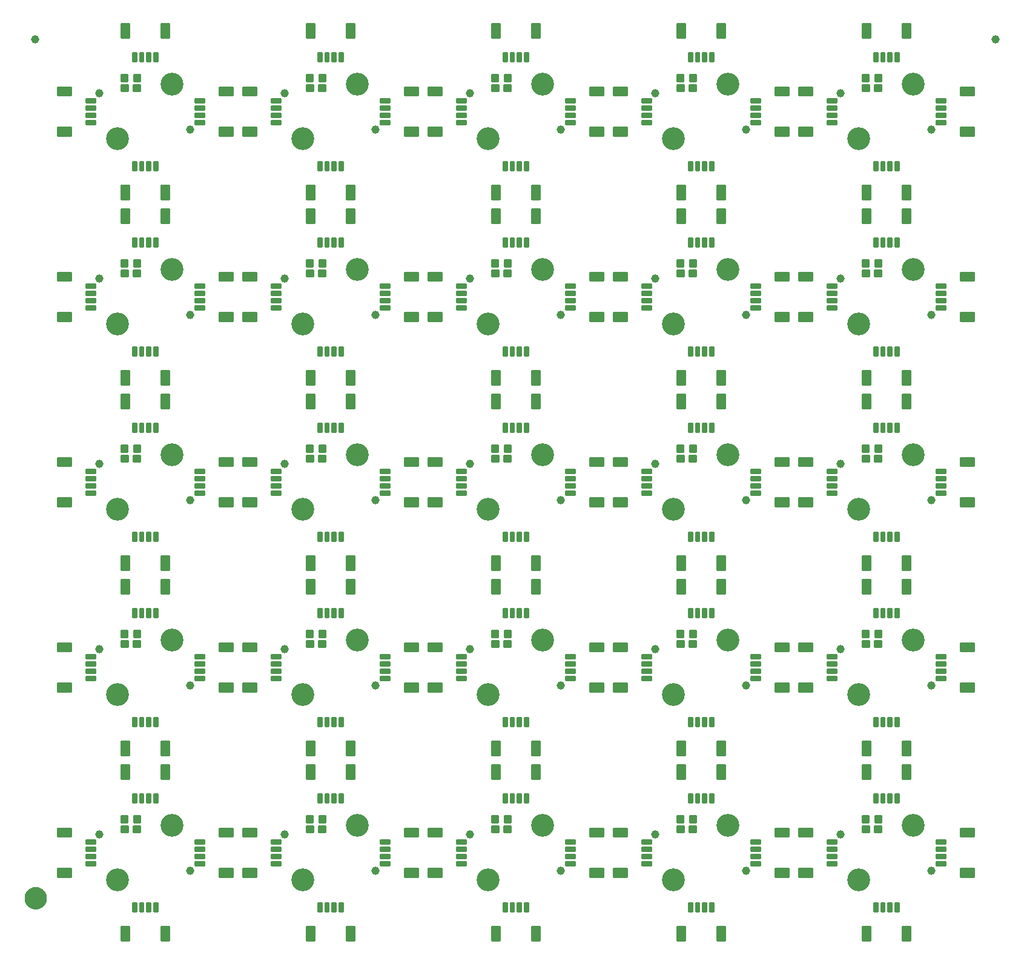
<source format=gts>
G04 EAGLE Gerber RS-274X export*
G75*
%MOMM*%
%FSLAX34Y34*%
%LPD*%
%INSoldermask Top*%
%IPPOS*%
%AMOC8*
5,1,8,0,0,1.08239X$1,22.5*%
G01*
%ADD10C,0.243431*%
%ADD11C,0.255816*%
%ADD12C,3.200400*%
%ADD13C,0.449434*%
%ADD14C,0.253525*%
%ADD15C,1.152400*%
%ADD16C,1.270000*%
%ADD17C,1.652400*%


D10*
X104545Y4505D02*
X93455Y4505D01*
X93455Y23595D01*
X104545Y23595D01*
X104545Y4505D01*
X104545Y6817D02*
X93455Y6817D01*
X93455Y9129D02*
X104545Y9129D01*
X104545Y11441D02*
X93455Y11441D01*
X93455Y13753D02*
X104545Y13753D01*
X104545Y16065D02*
X93455Y16065D01*
X93455Y18377D02*
X104545Y18377D01*
X104545Y20689D02*
X93455Y20689D01*
X93455Y23001D02*
X104545Y23001D01*
X149455Y4505D02*
X160545Y4505D01*
X149455Y4505D02*
X149455Y23595D01*
X160545Y23595D01*
X160545Y4505D01*
X160545Y6817D02*
X149455Y6817D01*
X149455Y9129D02*
X160545Y9129D01*
X160545Y11441D02*
X149455Y11441D01*
X149455Y13753D02*
X160545Y13753D01*
X160545Y16065D02*
X149455Y16065D01*
X149455Y18377D02*
X160545Y18377D01*
X160545Y20689D02*
X149455Y20689D01*
X149455Y23001D02*
X160545Y23001D01*
D11*
X114483Y44567D02*
X109517Y44567D01*
X109517Y57033D01*
X114483Y57033D01*
X114483Y44567D01*
X114483Y46997D02*
X109517Y46997D01*
X109517Y49427D02*
X114483Y49427D01*
X114483Y51857D02*
X109517Y51857D01*
X109517Y54287D02*
X114483Y54287D01*
X114483Y56717D02*
X109517Y56717D01*
X119517Y44567D02*
X124483Y44567D01*
X119517Y44567D02*
X119517Y57033D01*
X124483Y57033D01*
X124483Y44567D01*
X124483Y46997D02*
X119517Y46997D01*
X119517Y49427D02*
X124483Y49427D01*
X124483Y51857D02*
X119517Y51857D01*
X119517Y54287D02*
X124483Y54287D01*
X124483Y56717D02*
X119517Y56717D01*
X129517Y44567D02*
X134483Y44567D01*
X129517Y44567D02*
X129517Y57033D01*
X134483Y57033D01*
X134483Y44567D01*
X134483Y46997D02*
X129517Y46997D01*
X129517Y49427D02*
X134483Y49427D01*
X134483Y51857D02*
X129517Y51857D01*
X129517Y54287D02*
X134483Y54287D01*
X134483Y56717D02*
X129517Y56717D01*
X139517Y44567D02*
X144483Y44567D01*
X139517Y44567D02*
X139517Y57033D01*
X144483Y57033D01*
X144483Y44567D01*
X144483Y46997D02*
X139517Y46997D01*
X139517Y49427D02*
X144483Y49427D01*
X144483Y51857D02*
X139517Y51857D01*
X139517Y54287D02*
X144483Y54287D01*
X144483Y56717D02*
X139517Y56717D01*
D10*
X4505Y149455D02*
X4505Y160545D01*
X23595Y160545D01*
X23595Y149455D01*
X4505Y149455D01*
X4505Y151767D02*
X23595Y151767D01*
X23595Y154079D02*
X4505Y154079D01*
X4505Y156391D02*
X23595Y156391D01*
X23595Y158703D02*
X4505Y158703D01*
X4505Y104545D02*
X4505Y93455D01*
X4505Y104545D02*
X23595Y104545D01*
X23595Y93455D01*
X4505Y93455D01*
X4505Y95767D02*
X23595Y95767D01*
X23595Y98079D02*
X4505Y98079D01*
X4505Y100391D02*
X23595Y100391D01*
X23595Y102703D02*
X4505Y102703D01*
D11*
X44567Y139517D02*
X44567Y144483D01*
X57033Y144483D01*
X57033Y139517D01*
X44567Y139517D01*
X44567Y141947D02*
X57033Y141947D01*
X57033Y144377D02*
X44567Y144377D01*
X44567Y134483D02*
X44567Y129517D01*
X44567Y134483D02*
X57033Y134483D01*
X57033Y129517D01*
X44567Y129517D01*
X44567Y131947D02*
X57033Y131947D01*
X57033Y134377D02*
X44567Y134377D01*
X44567Y124483D02*
X44567Y119517D01*
X44567Y124483D02*
X57033Y124483D01*
X57033Y119517D01*
X44567Y119517D01*
X44567Y121947D02*
X57033Y121947D01*
X57033Y124377D02*
X44567Y124377D01*
X44567Y114483D02*
X44567Y109517D01*
X44567Y114483D02*
X57033Y114483D01*
X57033Y109517D01*
X44567Y109517D01*
X44567Y111947D02*
X57033Y111947D01*
X57033Y114377D02*
X44567Y114377D01*
D10*
X249495Y104545D02*
X249495Y93455D01*
X230405Y93455D01*
X230405Y104545D01*
X249495Y104545D01*
X249495Y95767D02*
X230405Y95767D01*
X230405Y98079D02*
X249495Y98079D01*
X249495Y100391D02*
X230405Y100391D01*
X230405Y102703D02*
X249495Y102703D01*
X249495Y149455D02*
X249495Y160545D01*
X249495Y149455D02*
X230405Y149455D01*
X230405Y160545D01*
X249495Y160545D01*
X249495Y151767D02*
X230405Y151767D01*
X230405Y154079D02*
X249495Y154079D01*
X249495Y156391D02*
X230405Y156391D01*
X230405Y158703D02*
X249495Y158703D01*
D11*
X209433Y114483D02*
X209433Y109517D01*
X196967Y109517D01*
X196967Y114483D01*
X209433Y114483D01*
X209433Y111947D02*
X196967Y111947D01*
X196967Y114377D02*
X209433Y114377D01*
X209433Y119517D02*
X209433Y124483D01*
X209433Y119517D02*
X196967Y119517D01*
X196967Y124483D01*
X209433Y124483D01*
X209433Y121947D02*
X196967Y121947D01*
X196967Y124377D02*
X209433Y124377D01*
X209433Y129517D02*
X209433Y134483D01*
X209433Y129517D02*
X196967Y129517D01*
X196967Y134483D01*
X209433Y134483D01*
X209433Y131947D02*
X196967Y131947D01*
X196967Y134377D02*
X209433Y134377D01*
X209433Y139517D02*
X209433Y144483D01*
X209433Y139517D02*
X196967Y139517D01*
X196967Y144483D01*
X209433Y144483D01*
X209433Y141947D02*
X196967Y141947D01*
X196967Y144377D02*
X209433Y144377D01*
D10*
X160545Y249495D02*
X149455Y249495D01*
X160545Y249495D02*
X160545Y230405D01*
X149455Y230405D01*
X149455Y249495D01*
X149455Y232717D02*
X160545Y232717D01*
X160545Y235029D02*
X149455Y235029D01*
X149455Y237341D02*
X160545Y237341D01*
X160545Y239653D02*
X149455Y239653D01*
X149455Y241965D02*
X160545Y241965D01*
X160545Y244277D02*
X149455Y244277D01*
X149455Y246589D02*
X160545Y246589D01*
X160545Y248901D02*
X149455Y248901D01*
X104545Y249495D02*
X93455Y249495D01*
X104545Y249495D02*
X104545Y230405D01*
X93455Y230405D01*
X93455Y249495D01*
X93455Y232717D02*
X104545Y232717D01*
X104545Y235029D02*
X93455Y235029D01*
X93455Y237341D02*
X104545Y237341D01*
X104545Y239653D02*
X93455Y239653D01*
X93455Y241965D02*
X104545Y241965D01*
X104545Y244277D02*
X93455Y244277D01*
X93455Y246589D02*
X104545Y246589D01*
X104545Y248901D02*
X93455Y248901D01*
D11*
X139517Y209433D02*
X144483Y209433D01*
X144483Y196967D01*
X139517Y196967D01*
X139517Y209433D01*
X139517Y199397D02*
X144483Y199397D01*
X144483Y201827D02*
X139517Y201827D01*
X139517Y204257D02*
X144483Y204257D01*
X144483Y206687D02*
X139517Y206687D01*
X139517Y209117D02*
X144483Y209117D01*
X134483Y209433D02*
X129517Y209433D01*
X134483Y209433D02*
X134483Y196967D01*
X129517Y196967D01*
X129517Y209433D01*
X129517Y199397D02*
X134483Y199397D01*
X134483Y201827D02*
X129517Y201827D01*
X129517Y204257D02*
X134483Y204257D01*
X134483Y206687D02*
X129517Y206687D01*
X129517Y209117D02*
X134483Y209117D01*
X124483Y209433D02*
X119517Y209433D01*
X124483Y209433D02*
X124483Y196967D01*
X119517Y196967D01*
X119517Y209433D01*
X119517Y199397D02*
X124483Y199397D01*
X124483Y201827D02*
X119517Y201827D01*
X119517Y204257D02*
X124483Y204257D01*
X124483Y206687D02*
X119517Y206687D01*
X119517Y209117D02*
X124483Y209117D01*
X114483Y209433D02*
X109517Y209433D01*
X114483Y209433D02*
X114483Y196967D01*
X109517Y196967D01*
X109517Y209433D01*
X109517Y199397D02*
X114483Y199397D01*
X114483Y201827D02*
X109517Y201827D01*
X109517Y204257D02*
X114483Y204257D01*
X114483Y206687D02*
X109517Y206687D01*
X109517Y209117D02*
X114483Y209117D01*
D12*
X165100Y165100D03*
X88900Y88900D03*
D13*
X111935Y170475D02*
X111935Y177505D01*
X118965Y177505D01*
X118965Y170475D01*
X111935Y170475D01*
X111935Y174744D02*
X118965Y174744D01*
X94395Y177505D02*
X94395Y170475D01*
X94395Y177505D02*
X101425Y177505D01*
X101425Y170475D01*
X94395Y170475D01*
X94395Y174744D02*
X101425Y174744D01*
D14*
X103175Y155525D02*
X93185Y155525D01*
X93185Y164515D01*
X103175Y164515D01*
X103175Y155525D01*
X103175Y157933D02*
X93185Y157933D01*
X93185Y160341D02*
X103175Y160341D01*
X103175Y162749D02*
X93185Y162749D01*
X110185Y155525D02*
X120175Y155525D01*
X110185Y155525D02*
X110185Y164515D01*
X120175Y164515D01*
X120175Y155525D01*
X120175Y157933D02*
X110185Y157933D01*
X110185Y160341D02*
X120175Y160341D01*
X120175Y162749D02*
X110185Y162749D01*
D15*
X63500Y152400D03*
X190500Y101600D03*
D10*
X352535Y4505D02*
X363625Y4505D01*
X352535Y4505D02*
X352535Y23595D01*
X363625Y23595D01*
X363625Y4505D01*
X363625Y6817D02*
X352535Y6817D01*
X352535Y9129D02*
X363625Y9129D01*
X363625Y11441D02*
X352535Y11441D01*
X352535Y13753D02*
X363625Y13753D01*
X363625Y16065D02*
X352535Y16065D01*
X352535Y18377D02*
X363625Y18377D01*
X363625Y20689D02*
X352535Y20689D01*
X352535Y23001D02*
X363625Y23001D01*
X408535Y4505D02*
X419625Y4505D01*
X408535Y4505D02*
X408535Y23595D01*
X419625Y23595D01*
X419625Y4505D01*
X419625Y6817D02*
X408535Y6817D01*
X408535Y9129D02*
X419625Y9129D01*
X419625Y11441D02*
X408535Y11441D01*
X408535Y13753D02*
X419625Y13753D01*
X419625Y16065D02*
X408535Y16065D01*
X408535Y18377D02*
X419625Y18377D01*
X419625Y20689D02*
X408535Y20689D01*
X408535Y23001D02*
X419625Y23001D01*
D11*
X373563Y44567D02*
X368597Y44567D01*
X368597Y57033D01*
X373563Y57033D01*
X373563Y44567D01*
X373563Y46997D02*
X368597Y46997D01*
X368597Y49427D02*
X373563Y49427D01*
X373563Y51857D02*
X368597Y51857D01*
X368597Y54287D02*
X373563Y54287D01*
X373563Y56717D02*
X368597Y56717D01*
X378597Y44567D02*
X383563Y44567D01*
X378597Y44567D02*
X378597Y57033D01*
X383563Y57033D01*
X383563Y44567D01*
X383563Y46997D02*
X378597Y46997D01*
X378597Y49427D02*
X383563Y49427D01*
X383563Y51857D02*
X378597Y51857D01*
X378597Y54287D02*
X383563Y54287D01*
X383563Y56717D02*
X378597Y56717D01*
X388597Y44567D02*
X393563Y44567D01*
X388597Y44567D02*
X388597Y57033D01*
X393563Y57033D01*
X393563Y44567D01*
X393563Y46997D02*
X388597Y46997D01*
X388597Y49427D02*
X393563Y49427D01*
X393563Y51857D02*
X388597Y51857D01*
X388597Y54287D02*
X393563Y54287D01*
X393563Y56717D02*
X388597Y56717D01*
X398597Y44567D02*
X403563Y44567D01*
X398597Y44567D02*
X398597Y57033D01*
X403563Y57033D01*
X403563Y44567D01*
X403563Y46997D02*
X398597Y46997D01*
X398597Y49427D02*
X403563Y49427D01*
X403563Y51857D02*
X398597Y51857D01*
X398597Y54287D02*
X403563Y54287D01*
X403563Y56717D02*
X398597Y56717D01*
D10*
X263585Y149455D02*
X263585Y160545D01*
X282675Y160545D01*
X282675Y149455D01*
X263585Y149455D01*
X263585Y151767D02*
X282675Y151767D01*
X282675Y154079D02*
X263585Y154079D01*
X263585Y156391D02*
X282675Y156391D01*
X282675Y158703D02*
X263585Y158703D01*
X263585Y104545D02*
X263585Y93455D01*
X263585Y104545D02*
X282675Y104545D01*
X282675Y93455D01*
X263585Y93455D01*
X263585Y95767D02*
X282675Y95767D01*
X282675Y98079D02*
X263585Y98079D01*
X263585Y100391D02*
X282675Y100391D01*
X282675Y102703D02*
X263585Y102703D01*
D11*
X303647Y139517D02*
X303647Y144483D01*
X316113Y144483D01*
X316113Y139517D01*
X303647Y139517D01*
X303647Y141947D02*
X316113Y141947D01*
X316113Y144377D02*
X303647Y144377D01*
X303647Y134483D02*
X303647Y129517D01*
X303647Y134483D02*
X316113Y134483D01*
X316113Y129517D01*
X303647Y129517D01*
X303647Y131947D02*
X316113Y131947D01*
X316113Y134377D02*
X303647Y134377D01*
X303647Y124483D02*
X303647Y119517D01*
X303647Y124483D02*
X316113Y124483D01*
X316113Y119517D01*
X303647Y119517D01*
X303647Y121947D02*
X316113Y121947D01*
X316113Y124377D02*
X303647Y124377D01*
X303647Y114483D02*
X303647Y109517D01*
X303647Y114483D02*
X316113Y114483D01*
X316113Y109517D01*
X303647Y109517D01*
X303647Y111947D02*
X316113Y111947D01*
X316113Y114377D02*
X303647Y114377D01*
D10*
X508575Y104545D02*
X508575Y93455D01*
X489485Y93455D01*
X489485Y104545D01*
X508575Y104545D01*
X508575Y95767D02*
X489485Y95767D01*
X489485Y98079D02*
X508575Y98079D01*
X508575Y100391D02*
X489485Y100391D01*
X489485Y102703D02*
X508575Y102703D01*
X508575Y149455D02*
X508575Y160545D01*
X508575Y149455D02*
X489485Y149455D01*
X489485Y160545D01*
X508575Y160545D01*
X508575Y151767D02*
X489485Y151767D01*
X489485Y154079D02*
X508575Y154079D01*
X508575Y156391D02*
X489485Y156391D01*
X489485Y158703D02*
X508575Y158703D01*
D11*
X468513Y114483D02*
X468513Y109517D01*
X456047Y109517D01*
X456047Y114483D01*
X468513Y114483D01*
X468513Y111947D02*
X456047Y111947D01*
X456047Y114377D02*
X468513Y114377D01*
X468513Y119517D02*
X468513Y124483D01*
X468513Y119517D02*
X456047Y119517D01*
X456047Y124483D01*
X468513Y124483D01*
X468513Y121947D02*
X456047Y121947D01*
X456047Y124377D02*
X468513Y124377D01*
X468513Y129517D02*
X468513Y134483D01*
X468513Y129517D02*
X456047Y129517D01*
X456047Y134483D01*
X468513Y134483D01*
X468513Y131947D02*
X456047Y131947D01*
X456047Y134377D02*
X468513Y134377D01*
X468513Y139517D02*
X468513Y144483D01*
X468513Y139517D02*
X456047Y139517D01*
X456047Y144483D01*
X468513Y144483D01*
X468513Y141947D02*
X456047Y141947D01*
X456047Y144377D02*
X468513Y144377D01*
D10*
X419625Y249495D02*
X408535Y249495D01*
X419625Y249495D02*
X419625Y230405D01*
X408535Y230405D01*
X408535Y249495D01*
X408535Y232717D02*
X419625Y232717D01*
X419625Y235029D02*
X408535Y235029D01*
X408535Y237341D02*
X419625Y237341D01*
X419625Y239653D02*
X408535Y239653D01*
X408535Y241965D02*
X419625Y241965D01*
X419625Y244277D02*
X408535Y244277D01*
X408535Y246589D02*
X419625Y246589D01*
X419625Y248901D02*
X408535Y248901D01*
X363625Y249495D02*
X352535Y249495D01*
X363625Y249495D02*
X363625Y230405D01*
X352535Y230405D01*
X352535Y249495D01*
X352535Y232717D02*
X363625Y232717D01*
X363625Y235029D02*
X352535Y235029D01*
X352535Y237341D02*
X363625Y237341D01*
X363625Y239653D02*
X352535Y239653D01*
X352535Y241965D02*
X363625Y241965D01*
X363625Y244277D02*
X352535Y244277D01*
X352535Y246589D02*
X363625Y246589D01*
X363625Y248901D02*
X352535Y248901D01*
D11*
X398597Y209433D02*
X403563Y209433D01*
X403563Y196967D01*
X398597Y196967D01*
X398597Y209433D01*
X398597Y199397D02*
X403563Y199397D01*
X403563Y201827D02*
X398597Y201827D01*
X398597Y204257D02*
X403563Y204257D01*
X403563Y206687D02*
X398597Y206687D01*
X398597Y209117D02*
X403563Y209117D01*
X393563Y209433D02*
X388597Y209433D01*
X393563Y209433D02*
X393563Y196967D01*
X388597Y196967D01*
X388597Y209433D01*
X388597Y199397D02*
X393563Y199397D01*
X393563Y201827D02*
X388597Y201827D01*
X388597Y204257D02*
X393563Y204257D01*
X393563Y206687D02*
X388597Y206687D01*
X388597Y209117D02*
X393563Y209117D01*
X383563Y209433D02*
X378597Y209433D01*
X383563Y209433D02*
X383563Y196967D01*
X378597Y196967D01*
X378597Y209433D01*
X378597Y199397D02*
X383563Y199397D01*
X383563Y201827D02*
X378597Y201827D01*
X378597Y204257D02*
X383563Y204257D01*
X383563Y206687D02*
X378597Y206687D01*
X378597Y209117D02*
X383563Y209117D01*
X373563Y209433D02*
X368597Y209433D01*
X373563Y209433D02*
X373563Y196967D01*
X368597Y196967D01*
X368597Y209433D01*
X368597Y199397D02*
X373563Y199397D01*
X373563Y201827D02*
X368597Y201827D01*
X368597Y204257D02*
X373563Y204257D01*
X373563Y206687D02*
X368597Y206687D01*
X368597Y209117D02*
X373563Y209117D01*
D12*
X424180Y165100D03*
X347980Y88900D03*
D13*
X371015Y170475D02*
X371015Y177505D01*
X378045Y177505D01*
X378045Y170475D01*
X371015Y170475D01*
X371015Y174744D02*
X378045Y174744D01*
X353475Y177505D02*
X353475Y170475D01*
X353475Y177505D02*
X360505Y177505D01*
X360505Y170475D01*
X353475Y170475D01*
X353475Y174744D02*
X360505Y174744D01*
D14*
X362255Y155525D02*
X352265Y155525D01*
X352265Y164515D01*
X362255Y164515D01*
X362255Y155525D01*
X362255Y157933D02*
X352265Y157933D01*
X352265Y160341D02*
X362255Y160341D01*
X362255Y162749D02*
X352265Y162749D01*
X369265Y155525D02*
X379255Y155525D01*
X369265Y155525D02*
X369265Y164515D01*
X379255Y164515D01*
X379255Y155525D01*
X379255Y157933D02*
X369265Y157933D01*
X369265Y160341D02*
X379255Y160341D01*
X379255Y162749D02*
X369265Y162749D01*
D15*
X322580Y152400D03*
X449580Y101600D03*
D10*
X611615Y4505D02*
X622705Y4505D01*
X611615Y4505D02*
X611615Y23595D01*
X622705Y23595D01*
X622705Y4505D01*
X622705Y6817D02*
X611615Y6817D01*
X611615Y9129D02*
X622705Y9129D01*
X622705Y11441D02*
X611615Y11441D01*
X611615Y13753D02*
X622705Y13753D01*
X622705Y16065D02*
X611615Y16065D01*
X611615Y18377D02*
X622705Y18377D01*
X622705Y20689D02*
X611615Y20689D01*
X611615Y23001D02*
X622705Y23001D01*
X667615Y4505D02*
X678705Y4505D01*
X667615Y4505D02*
X667615Y23595D01*
X678705Y23595D01*
X678705Y4505D01*
X678705Y6817D02*
X667615Y6817D01*
X667615Y9129D02*
X678705Y9129D01*
X678705Y11441D02*
X667615Y11441D01*
X667615Y13753D02*
X678705Y13753D01*
X678705Y16065D02*
X667615Y16065D01*
X667615Y18377D02*
X678705Y18377D01*
X678705Y20689D02*
X667615Y20689D01*
X667615Y23001D02*
X678705Y23001D01*
D11*
X632643Y44567D02*
X627677Y44567D01*
X627677Y57033D01*
X632643Y57033D01*
X632643Y44567D01*
X632643Y46997D02*
X627677Y46997D01*
X627677Y49427D02*
X632643Y49427D01*
X632643Y51857D02*
X627677Y51857D01*
X627677Y54287D02*
X632643Y54287D01*
X632643Y56717D02*
X627677Y56717D01*
X637677Y44567D02*
X642643Y44567D01*
X637677Y44567D02*
X637677Y57033D01*
X642643Y57033D01*
X642643Y44567D01*
X642643Y46997D02*
X637677Y46997D01*
X637677Y49427D02*
X642643Y49427D01*
X642643Y51857D02*
X637677Y51857D01*
X637677Y54287D02*
X642643Y54287D01*
X642643Y56717D02*
X637677Y56717D01*
X647677Y44567D02*
X652643Y44567D01*
X647677Y44567D02*
X647677Y57033D01*
X652643Y57033D01*
X652643Y44567D01*
X652643Y46997D02*
X647677Y46997D01*
X647677Y49427D02*
X652643Y49427D01*
X652643Y51857D02*
X647677Y51857D01*
X647677Y54287D02*
X652643Y54287D01*
X652643Y56717D02*
X647677Y56717D01*
X657677Y44567D02*
X662643Y44567D01*
X657677Y44567D02*
X657677Y57033D01*
X662643Y57033D01*
X662643Y44567D01*
X662643Y46997D02*
X657677Y46997D01*
X657677Y49427D02*
X662643Y49427D01*
X662643Y51857D02*
X657677Y51857D01*
X657677Y54287D02*
X662643Y54287D01*
X662643Y56717D02*
X657677Y56717D01*
D10*
X522665Y149455D02*
X522665Y160545D01*
X541755Y160545D01*
X541755Y149455D01*
X522665Y149455D01*
X522665Y151767D02*
X541755Y151767D01*
X541755Y154079D02*
X522665Y154079D01*
X522665Y156391D02*
X541755Y156391D01*
X541755Y158703D02*
X522665Y158703D01*
X522665Y104545D02*
X522665Y93455D01*
X522665Y104545D02*
X541755Y104545D01*
X541755Y93455D01*
X522665Y93455D01*
X522665Y95767D02*
X541755Y95767D01*
X541755Y98079D02*
X522665Y98079D01*
X522665Y100391D02*
X541755Y100391D01*
X541755Y102703D02*
X522665Y102703D01*
D11*
X562727Y139517D02*
X562727Y144483D01*
X575193Y144483D01*
X575193Y139517D01*
X562727Y139517D01*
X562727Y141947D02*
X575193Y141947D01*
X575193Y144377D02*
X562727Y144377D01*
X562727Y134483D02*
X562727Y129517D01*
X562727Y134483D02*
X575193Y134483D01*
X575193Y129517D01*
X562727Y129517D01*
X562727Y131947D02*
X575193Y131947D01*
X575193Y134377D02*
X562727Y134377D01*
X562727Y124483D02*
X562727Y119517D01*
X562727Y124483D02*
X575193Y124483D01*
X575193Y119517D01*
X562727Y119517D01*
X562727Y121947D02*
X575193Y121947D01*
X575193Y124377D02*
X562727Y124377D01*
X562727Y114483D02*
X562727Y109517D01*
X562727Y114483D02*
X575193Y114483D01*
X575193Y109517D01*
X562727Y109517D01*
X562727Y111947D02*
X575193Y111947D01*
X575193Y114377D02*
X562727Y114377D01*
D10*
X767655Y104545D02*
X767655Y93455D01*
X748565Y93455D01*
X748565Y104545D01*
X767655Y104545D01*
X767655Y95767D02*
X748565Y95767D01*
X748565Y98079D02*
X767655Y98079D01*
X767655Y100391D02*
X748565Y100391D01*
X748565Y102703D02*
X767655Y102703D01*
X767655Y149455D02*
X767655Y160545D01*
X767655Y149455D02*
X748565Y149455D01*
X748565Y160545D01*
X767655Y160545D01*
X767655Y151767D02*
X748565Y151767D01*
X748565Y154079D02*
X767655Y154079D01*
X767655Y156391D02*
X748565Y156391D01*
X748565Y158703D02*
X767655Y158703D01*
D11*
X727593Y114483D02*
X727593Y109517D01*
X715127Y109517D01*
X715127Y114483D01*
X727593Y114483D01*
X727593Y111947D02*
X715127Y111947D01*
X715127Y114377D02*
X727593Y114377D01*
X727593Y119517D02*
X727593Y124483D01*
X727593Y119517D02*
X715127Y119517D01*
X715127Y124483D01*
X727593Y124483D01*
X727593Y121947D02*
X715127Y121947D01*
X715127Y124377D02*
X727593Y124377D01*
X727593Y129517D02*
X727593Y134483D01*
X727593Y129517D02*
X715127Y129517D01*
X715127Y134483D01*
X727593Y134483D01*
X727593Y131947D02*
X715127Y131947D01*
X715127Y134377D02*
X727593Y134377D01*
X727593Y139517D02*
X727593Y144483D01*
X727593Y139517D02*
X715127Y139517D01*
X715127Y144483D01*
X727593Y144483D01*
X727593Y141947D02*
X715127Y141947D01*
X715127Y144377D02*
X727593Y144377D01*
D10*
X678705Y249495D02*
X667615Y249495D01*
X678705Y249495D02*
X678705Y230405D01*
X667615Y230405D01*
X667615Y249495D01*
X667615Y232717D02*
X678705Y232717D01*
X678705Y235029D02*
X667615Y235029D01*
X667615Y237341D02*
X678705Y237341D01*
X678705Y239653D02*
X667615Y239653D01*
X667615Y241965D02*
X678705Y241965D01*
X678705Y244277D02*
X667615Y244277D01*
X667615Y246589D02*
X678705Y246589D01*
X678705Y248901D02*
X667615Y248901D01*
X622705Y249495D02*
X611615Y249495D01*
X622705Y249495D02*
X622705Y230405D01*
X611615Y230405D01*
X611615Y249495D01*
X611615Y232717D02*
X622705Y232717D01*
X622705Y235029D02*
X611615Y235029D01*
X611615Y237341D02*
X622705Y237341D01*
X622705Y239653D02*
X611615Y239653D01*
X611615Y241965D02*
X622705Y241965D01*
X622705Y244277D02*
X611615Y244277D01*
X611615Y246589D02*
X622705Y246589D01*
X622705Y248901D02*
X611615Y248901D01*
D11*
X657677Y209433D02*
X662643Y209433D01*
X662643Y196967D01*
X657677Y196967D01*
X657677Y209433D01*
X657677Y199397D02*
X662643Y199397D01*
X662643Y201827D02*
X657677Y201827D01*
X657677Y204257D02*
X662643Y204257D01*
X662643Y206687D02*
X657677Y206687D01*
X657677Y209117D02*
X662643Y209117D01*
X652643Y209433D02*
X647677Y209433D01*
X652643Y209433D02*
X652643Y196967D01*
X647677Y196967D01*
X647677Y209433D01*
X647677Y199397D02*
X652643Y199397D01*
X652643Y201827D02*
X647677Y201827D01*
X647677Y204257D02*
X652643Y204257D01*
X652643Y206687D02*
X647677Y206687D01*
X647677Y209117D02*
X652643Y209117D01*
X642643Y209433D02*
X637677Y209433D01*
X642643Y209433D02*
X642643Y196967D01*
X637677Y196967D01*
X637677Y209433D01*
X637677Y199397D02*
X642643Y199397D01*
X642643Y201827D02*
X637677Y201827D01*
X637677Y204257D02*
X642643Y204257D01*
X642643Y206687D02*
X637677Y206687D01*
X637677Y209117D02*
X642643Y209117D01*
X632643Y209433D02*
X627677Y209433D01*
X632643Y209433D02*
X632643Y196967D01*
X627677Y196967D01*
X627677Y209433D01*
X627677Y199397D02*
X632643Y199397D01*
X632643Y201827D02*
X627677Y201827D01*
X627677Y204257D02*
X632643Y204257D01*
X632643Y206687D02*
X627677Y206687D01*
X627677Y209117D02*
X632643Y209117D01*
D12*
X683260Y165100D03*
X607060Y88900D03*
D13*
X630095Y170475D02*
X630095Y177505D01*
X637125Y177505D01*
X637125Y170475D01*
X630095Y170475D01*
X630095Y174744D02*
X637125Y174744D01*
X612555Y177505D02*
X612555Y170475D01*
X612555Y177505D02*
X619585Y177505D01*
X619585Y170475D01*
X612555Y170475D01*
X612555Y174744D02*
X619585Y174744D01*
D14*
X621335Y155525D02*
X611345Y155525D01*
X611345Y164515D01*
X621335Y164515D01*
X621335Y155525D01*
X621335Y157933D02*
X611345Y157933D01*
X611345Y160341D02*
X621335Y160341D01*
X621335Y162749D02*
X611345Y162749D01*
X628345Y155525D02*
X638335Y155525D01*
X628345Y155525D02*
X628345Y164515D01*
X638335Y164515D01*
X638335Y155525D01*
X638335Y157933D02*
X628345Y157933D01*
X628345Y160341D02*
X638335Y160341D01*
X638335Y162749D02*
X628345Y162749D01*
D15*
X581660Y152400D03*
X708660Y101600D03*
D10*
X870695Y4505D02*
X881785Y4505D01*
X870695Y4505D02*
X870695Y23595D01*
X881785Y23595D01*
X881785Y4505D01*
X881785Y6817D02*
X870695Y6817D01*
X870695Y9129D02*
X881785Y9129D01*
X881785Y11441D02*
X870695Y11441D01*
X870695Y13753D02*
X881785Y13753D01*
X881785Y16065D02*
X870695Y16065D01*
X870695Y18377D02*
X881785Y18377D01*
X881785Y20689D02*
X870695Y20689D01*
X870695Y23001D02*
X881785Y23001D01*
X926695Y4505D02*
X937785Y4505D01*
X926695Y4505D02*
X926695Y23595D01*
X937785Y23595D01*
X937785Y4505D01*
X937785Y6817D02*
X926695Y6817D01*
X926695Y9129D02*
X937785Y9129D01*
X937785Y11441D02*
X926695Y11441D01*
X926695Y13753D02*
X937785Y13753D01*
X937785Y16065D02*
X926695Y16065D01*
X926695Y18377D02*
X937785Y18377D01*
X937785Y20689D02*
X926695Y20689D01*
X926695Y23001D02*
X937785Y23001D01*
D11*
X891723Y44567D02*
X886757Y44567D01*
X886757Y57033D01*
X891723Y57033D01*
X891723Y44567D01*
X891723Y46997D02*
X886757Y46997D01*
X886757Y49427D02*
X891723Y49427D01*
X891723Y51857D02*
X886757Y51857D01*
X886757Y54287D02*
X891723Y54287D01*
X891723Y56717D02*
X886757Y56717D01*
X896757Y44567D02*
X901723Y44567D01*
X896757Y44567D02*
X896757Y57033D01*
X901723Y57033D01*
X901723Y44567D01*
X901723Y46997D02*
X896757Y46997D01*
X896757Y49427D02*
X901723Y49427D01*
X901723Y51857D02*
X896757Y51857D01*
X896757Y54287D02*
X901723Y54287D01*
X901723Y56717D02*
X896757Y56717D01*
X906757Y44567D02*
X911723Y44567D01*
X906757Y44567D02*
X906757Y57033D01*
X911723Y57033D01*
X911723Y44567D01*
X911723Y46997D02*
X906757Y46997D01*
X906757Y49427D02*
X911723Y49427D01*
X911723Y51857D02*
X906757Y51857D01*
X906757Y54287D02*
X911723Y54287D01*
X911723Y56717D02*
X906757Y56717D01*
X916757Y44567D02*
X921723Y44567D01*
X916757Y44567D02*
X916757Y57033D01*
X921723Y57033D01*
X921723Y44567D01*
X921723Y46997D02*
X916757Y46997D01*
X916757Y49427D02*
X921723Y49427D01*
X921723Y51857D02*
X916757Y51857D01*
X916757Y54287D02*
X921723Y54287D01*
X921723Y56717D02*
X916757Y56717D01*
D10*
X781745Y149455D02*
X781745Y160545D01*
X800835Y160545D01*
X800835Y149455D01*
X781745Y149455D01*
X781745Y151767D02*
X800835Y151767D01*
X800835Y154079D02*
X781745Y154079D01*
X781745Y156391D02*
X800835Y156391D01*
X800835Y158703D02*
X781745Y158703D01*
X781745Y104545D02*
X781745Y93455D01*
X781745Y104545D02*
X800835Y104545D01*
X800835Y93455D01*
X781745Y93455D01*
X781745Y95767D02*
X800835Y95767D01*
X800835Y98079D02*
X781745Y98079D01*
X781745Y100391D02*
X800835Y100391D01*
X800835Y102703D02*
X781745Y102703D01*
D11*
X821807Y139517D02*
X821807Y144483D01*
X834273Y144483D01*
X834273Y139517D01*
X821807Y139517D01*
X821807Y141947D02*
X834273Y141947D01*
X834273Y144377D02*
X821807Y144377D01*
X821807Y134483D02*
X821807Y129517D01*
X821807Y134483D02*
X834273Y134483D01*
X834273Y129517D01*
X821807Y129517D01*
X821807Y131947D02*
X834273Y131947D01*
X834273Y134377D02*
X821807Y134377D01*
X821807Y124483D02*
X821807Y119517D01*
X821807Y124483D02*
X834273Y124483D01*
X834273Y119517D01*
X821807Y119517D01*
X821807Y121947D02*
X834273Y121947D01*
X834273Y124377D02*
X821807Y124377D01*
X821807Y114483D02*
X821807Y109517D01*
X821807Y114483D02*
X834273Y114483D01*
X834273Y109517D01*
X821807Y109517D01*
X821807Y111947D02*
X834273Y111947D01*
X834273Y114377D02*
X821807Y114377D01*
D10*
X1026735Y104545D02*
X1026735Y93455D01*
X1007645Y93455D01*
X1007645Y104545D01*
X1026735Y104545D01*
X1026735Y95767D02*
X1007645Y95767D01*
X1007645Y98079D02*
X1026735Y98079D01*
X1026735Y100391D02*
X1007645Y100391D01*
X1007645Y102703D02*
X1026735Y102703D01*
X1026735Y149455D02*
X1026735Y160545D01*
X1026735Y149455D02*
X1007645Y149455D01*
X1007645Y160545D01*
X1026735Y160545D01*
X1026735Y151767D02*
X1007645Y151767D01*
X1007645Y154079D02*
X1026735Y154079D01*
X1026735Y156391D02*
X1007645Y156391D01*
X1007645Y158703D02*
X1026735Y158703D01*
D11*
X986673Y114483D02*
X986673Y109517D01*
X974207Y109517D01*
X974207Y114483D01*
X986673Y114483D01*
X986673Y111947D02*
X974207Y111947D01*
X974207Y114377D02*
X986673Y114377D01*
X986673Y119517D02*
X986673Y124483D01*
X986673Y119517D02*
X974207Y119517D01*
X974207Y124483D01*
X986673Y124483D01*
X986673Y121947D02*
X974207Y121947D01*
X974207Y124377D02*
X986673Y124377D01*
X986673Y129517D02*
X986673Y134483D01*
X986673Y129517D02*
X974207Y129517D01*
X974207Y134483D01*
X986673Y134483D01*
X986673Y131947D02*
X974207Y131947D01*
X974207Y134377D02*
X986673Y134377D01*
X986673Y139517D02*
X986673Y144483D01*
X986673Y139517D02*
X974207Y139517D01*
X974207Y144483D01*
X986673Y144483D01*
X986673Y141947D02*
X974207Y141947D01*
X974207Y144377D02*
X986673Y144377D01*
D10*
X937785Y249495D02*
X926695Y249495D01*
X937785Y249495D02*
X937785Y230405D01*
X926695Y230405D01*
X926695Y249495D01*
X926695Y232717D02*
X937785Y232717D01*
X937785Y235029D02*
X926695Y235029D01*
X926695Y237341D02*
X937785Y237341D01*
X937785Y239653D02*
X926695Y239653D01*
X926695Y241965D02*
X937785Y241965D01*
X937785Y244277D02*
X926695Y244277D01*
X926695Y246589D02*
X937785Y246589D01*
X937785Y248901D02*
X926695Y248901D01*
X881785Y249495D02*
X870695Y249495D01*
X881785Y249495D02*
X881785Y230405D01*
X870695Y230405D01*
X870695Y249495D01*
X870695Y232717D02*
X881785Y232717D01*
X881785Y235029D02*
X870695Y235029D01*
X870695Y237341D02*
X881785Y237341D01*
X881785Y239653D02*
X870695Y239653D01*
X870695Y241965D02*
X881785Y241965D01*
X881785Y244277D02*
X870695Y244277D01*
X870695Y246589D02*
X881785Y246589D01*
X881785Y248901D02*
X870695Y248901D01*
D11*
X916757Y209433D02*
X921723Y209433D01*
X921723Y196967D01*
X916757Y196967D01*
X916757Y209433D01*
X916757Y199397D02*
X921723Y199397D01*
X921723Y201827D02*
X916757Y201827D01*
X916757Y204257D02*
X921723Y204257D01*
X921723Y206687D02*
X916757Y206687D01*
X916757Y209117D02*
X921723Y209117D01*
X911723Y209433D02*
X906757Y209433D01*
X911723Y209433D02*
X911723Y196967D01*
X906757Y196967D01*
X906757Y209433D01*
X906757Y199397D02*
X911723Y199397D01*
X911723Y201827D02*
X906757Y201827D01*
X906757Y204257D02*
X911723Y204257D01*
X911723Y206687D02*
X906757Y206687D01*
X906757Y209117D02*
X911723Y209117D01*
X901723Y209433D02*
X896757Y209433D01*
X901723Y209433D02*
X901723Y196967D01*
X896757Y196967D01*
X896757Y209433D01*
X896757Y199397D02*
X901723Y199397D01*
X901723Y201827D02*
X896757Y201827D01*
X896757Y204257D02*
X901723Y204257D01*
X901723Y206687D02*
X896757Y206687D01*
X896757Y209117D02*
X901723Y209117D01*
X891723Y209433D02*
X886757Y209433D01*
X891723Y209433D02*
X891723Y196967D01*
X886757Y196967D01*
X886757Y209433D01*
X886757Y199397D02*
X891723Y199397D01*
X891723Y201827D02*
X886757Y201827D01*
X886757Y204257D02*
X891723Y204257D01*
X891723Y206687D02*
X886757Y206687D01*
X886757Y209117D02*
X891723Y209117D01*
D12*
X942340Y165100D03*
X866140Y88900D03*
D13*
X889175Y170475D02*
X889175Y177505D01*
X896205Y177505D01*
X896205Y170475D01*
X889175Y170475D01*
X889175Y174744D02*
X896205Y174744D01*
X871635Y177505D02*
X871635Y170475D01*
X871635Y177505D02*
X878665Y177505D01*
X878665Y170475D01*
X871635Y170475D01*
X871635Y174744D02*
X878665Y174744D01*
D14*
X880415Y155525D02*
X870425Y155525D01*
X870425Y164515D01*
X880415Y164515D01*
X880415Y155525D01*
X880415Y157933D02*
X870425Y157933D01*
X870425Y160341D02*
X880415Y160341D01*
X880415Y162749D02*
X870425Y162749D01*
X887425Y155525D02*
X897415Y155525D01*
X887425Y155525D02*
X887425Y164515D01*
X897415Y164515D01*
X897415Y155525D01*
X897415Y157933D02*
X887425Y157933D01*
X887425Y160341D02*
X897415Y160341D01*
X897415Y162749D02*
X887425Y162749D01*
D15*
X840740Y152400D03*
X967740Y101600D03*
D10*
X1129775Y4505D02*
X1140865Y4505D01*
X1129775Y4505D02*
X1129775Y23595D01*
X1140865Y23595D01*
X1140865Y4505D01*
X1140865Y6817D02*
X1129775Y6817D01*
X1129775Y9129D02*
X1140865Y9129D01*
X1140865Y11441D02*
X1129775Y11441D01*
X1129775Y13753D02*
X1140865Y13753D01*
X1140865Y16065D02*
X1129775Y16065D01*
X1129775Y18377D02*
X1140865Y18377D01*
X1140865Y20689D02*
X1129775Y20689D01*
X1129775Y23001D02*
X1140865Y23001D01*
X1185775Y4505D02*
X1196865Y4505D01*
X1185775Y4505D02*
X1185775Y23595D01*
X1196865Y23595D01*
X1196865Y4505D01*
X1196865Y6817D02*
X1185775Y6817D01*
X1185775Y9129D02*
X1196865Y9129D01*
X1196865Y11441D02*
X1185775Y11441D01*
X1185775Y13753D02*
X1196865Y13753D01*
X1196865Y16065D02*
X1185775Y16065D01*
X1185775Y18377D02*
X1196865Y18377D01*
X1196865Y20689D02*
X1185775Y20689D01*
X1185775Y23001D02*
X1196865Y23001D01*
D11*
X1150803Y44567D02*
X1145837Y44567D01*
X1145837Y57033D01*
X1150803Y57033D01*
X1150803Y44567D01*
X1150803Y46997D02*
X1145837Y46997D01*
X1145837Y49427D02*
X1150803Y49427D01*
X1150803Y51857D02*
X1145837Y51857D01*
X1145837Y54287D02*
X1150803Y54287D01*
X1150803Y56717D02*
X1145837Y56717D01*
X1155837Y44567D02*
X1160803Y44567D01*
X1155837Y44567D02*
X1155837Y57033D01*
X1160803Y57033D01*
X1160803Y44567D01*
X1160803Y46997D02*
X1155837Y46997D01*
X1155837Y49427D02*
X1160803Y49427D01*
X1160803Y51857D02*
X1155837Y51857D01*
X1155837Y54287D02*
X1160803Y54287D01*
X1160803Y56717D02*
X1155837Y56717D01*
X1165837Y44567D02*
X1170803Y44567D01*
X1165837Y44567D02*
X1165837Y57033D01*
X1170803Y57033D01*
X1170803Y44567D01*
X1170803Y46997D02*
X1165837Y46997D01*
X1165837Y49427D02*
X1170803Y49427D01*
X1170803Y51857D02*
X1165837Y51857D01*
X1165837Y54287D02*
X1170803Y54287D01*
X1170803Y56717D02*
X1165837Y56717D01*
X1175837Y44567D02*
X1180803Y44567D01*
X1175837Y44567D02*
X1175837Y57033D01*
X1180803Y57033D01*
X1180803Y44567D01*
X1180803Y46997D02*
X1175837Y46997D01*
X1175837Y49427D02*
X1180803Y49427D01*
X1180803Y51857D02*
X1175837Y51857D01*
X1175837Y54287D02*
X1180803Y54287D01*
X1180803Y56717D02*
X1175837Y56717D01*
D10*
X1040825Y149455D02*
X1040825Y160545D01*
X1059915Y160545D01*
X1059915Y149455D01*
X1040825Y149455D01*
X1040825Y151767D02*
X1059915Y151767D01*
X1059915Y154079D02*
X1040825Y154079D01*
X1040825Y156391D02*
X1059915Y156391D01*
X1059915Y158703D02*
X1040825Y158703D01*
X1040825Y104545D02*
X1040825Y93455D01*
X1040825Y104545D02*
X1059915Y104545D01*
X1059915Y93455D01*
X1040825Y93455D01*
X1040825Y95767D02*
X1059915Y95767D01*
X1059915Y98079D02*
X1040825Y98079D01*
X1040825Y100391D02*
X1059915Y100391D01*
X1059915Y102703D02*
X1040825Y102703D01*
D11*
X1080887Y139517D02*
X1080887Y144483D01*
X1093353Y144483D01*
X1093353Y139517D01*
X1080887Y139517D01*
X1080887Y141947D02*
X1093353Y141947D01*
X1093353Y144377D02*
X1080887Y144377D01*
X1080887Y134483D02*
X1080887Y129517D01*
X1080887Y134483D02*
X1093353Y134483D01*
X1093353Y129517D01*
X1080887Y129517D01*
X1080887Y131947D02*
X1093353Y131947D01*
X1093353Y134377D02*
X1080887Y134377D01*
X1080887Y124483D02*
X1080887Y119517D01*
X1080887Y124483D02*
X1093353Y124483D01*
X1093353Y119517D01*
X1080887Y119517D01*
X1080887Y121947D02*
X1093353Y121947D01*
X1093353Y124377D02*
X1080887Y124377D01*
X1080887Y114483D02*
X1080887Y109517D01*
X1080887Y114483D02*
X1093353Y114483D01*
X1093353Y109517D01*
X1080887Y109517D01*
X1080887Y111947D02*
X1093353Y111947D01*
X1093353Y114377D02*
X1080887Y114377D01*
D10*
X1285815Y104545D02*
X1285815Y93455D01*
X1266725Y93455D01*
X1266725Y104545D01*
X1285815Y104545D01*
X1285815Y95767D02*
X1266725Y95767D01*
X1266725Y98079D02*
X1285815Y98079D01*
X1285815Y100391D02*
X1266725Y100391D01*
X1266725Y102703D02*
X1285815Y102703D01*
X1285815Y149455D02*
X1285815Y160545D01*
X1285815Y149455D02*
X1266725Y149455D01*
X1266725Y160545D01*
X1285815Y160545D01*
X1285815Y151767D02*
X1266725Y151767D01*
X1266725Y154079D02*
X1285815Y154079D01*
X1285815Y156391D02*
X1266725Y156391D01*
X1266725Y158703D02*
X1285815Y158703D01*
D11*
X1245753Y114483D02*
X1245753Y109517D01*
X1233287Y109517D01*
X1233287Y114483D01*
X1245753Y114483D01*
X1245753Y111947D02*
X1233287Y111947D01*
X1233287Y114377D02*
X1245753Y114377D01*
X1245753Y119517D02*
X1245753Y124483D01*
X1245753Y119517D02*
X1233287Y119517D01*
X1233287Y124483D01*
X1245753Y124483D01*
X1245753Y121947D02*
X1233287Y121947D01*
X1233287Y124377D02*
X1245753Y124377D01*
X1245753Y129517D02*
X1245753Y134483D01*
X1245753Y129517D02*
X1233287Y129517D01*
X1233287Y134483D01*
X1245753Y134483D01*
X1245753Y131947D02*
X1233287Y131947D01*
X1233287Y134377D02*
X1245753Y134377D01*
X1245753Y139517D02*
X1245753Y144483D01*
X1245753Y139517D02*
X1233287Y139517D01*
X1233287Y144483D01*
X1245753Y144483D01*
X1245753Y141947D02*
X1233287Y141947D01*
X1233287Y144377D02*
X1245753Y144377D01*
D10*
X1196865Y249495D02*
X1185775Y249495D01*
X1196865Y249495D02*
X1196865Y230405D01*
X1185775Y230405D01*
X1185775Y249495D01*
X1185775Y232717D02*
X1196865Y232717D01*
X1196865Y235029D02*
X1185775Y235029D01*
X1185775Y237341D02*
X1196865Y237341D01*
X1196865Y239653D02*
X1185775Y239653D01*
X1185775Y241965D02*
X1196865Y241965D01*
X1196865Y244277D02*
X1185775Y244277D01*
X1185775Y246589D02*
X1196865Y246589D01*
X1196865Y248901D02*
X1185775Y248901D01*
X1140865Y249495D02*
X1129775Y249495D01*
X1140865Y249495D02*
X1140865Y230405D01*
X1129775Y230405D01*
X1129775Y249495D01*
X1129775Y232717D02*
X1140865Y232717D01*
X1140865Y235029D02*
X1129775Y235029D01*
X1129775Y237341D02*
X1140865Y237341D01*
X1140865Y239653D02*
X1129775Y239653D01*
X1129775Y241965D02*
X1140865Y241965D01*
X1140865Y244277D02*
X1129775Y244277D01*
X1129775Y246589D02*
X1140865Y246589D01*
X1140865Y248901D02*
X1129775Y248901D01*
D11*
X1175837Y209433D02*
X1180803Y209433D01*
X1180803Y196967D01*
X1175837Y196967D01*
X1175837Y209433D01*
X1175837Y199397D02*
X1180803Y199397D01*
X1180803Y201827D02*
X1175837Y201827D01*
X1175837Y204257D02*
X1180803Y204257D01*
X1180803Y206687D02*
X1175837Y206687D01*
X1175837Y209117D02*
X1180803Y209117D01*
X1170803Y209433D02*
X1165837Y209433D01*
X1170803Y209433D02*
X1170803Y196967D01*
X1165837Y196967D01*
X1165837Y209433D01*
X1165837Y199397D02*
X1170803Y199397D01*
X1170803Y201827D02*
X1165837Y201827D01*
X1165837Y204257D02*
X1170803Y204257D01*
X1170803Y206687D02*
X1165837Y206687D01*
X1165837Y209117D02*
X1170803Y209117D01*
X1160803Y209433D02*
X1155837Y209433D01*
X1160803Y209433D02*
X1160803Y196967D01*
X1155837Y196967D01*
X1155837Y209433D01*
X1155837Y199397D02*
X1160803Y199397D01*
X1160803Y201827D02*
X1155837Y201827D01*
X1155837Y204257D02*
X1160803Y204257D01*
X1160803Y206687D02*
X1155837Y206687D01*
X1155837Y209117D02*
X1160803Y209117D01*
X1150803Y209433D02*
X1145837Y209433D01*
X1150803Y209433D02*
X1150803Y196967D01*
X1145837Y196967D01*
X1145837Y209433D01*
X1145837Y199397D02*
X1150803Y199397D01*
X1150803Y201827D02*
X1145837Y201827D01*
X1145837Y204257D02*
X1150803Y204257D01*
X1150803Y206687D02*
X1145837Y206687D01*
X1145837Y209117D02*
X1150803Y209117D01*
D12*
X1201420Y165100D03*
X1125220Y88900D03*
D13*
X1148255Y170475D02*
X1148255Y177505D01*
X1155285Y177505D01*
X1155285Y170475D01*
X1148255Y170475D01*
X1148255Y174744D02*
X1155285Y174744D01*
X1130715Y177505D02*
X1130715Y170475D01*
X1130715Y177505D02*
X1137745Y177505D01*
X1137745Y170475D01*
X1130715Y170475D01*
X1130715Y174744D02*
X1137745Y174744D01*
D14*
X1139495Y155525D02*
X1129505Y155525D01*
X1129505Y164515D01*
X1139495Y164515D01*
X1139495Y155525D01*
X1139495Y157933D02*
X1129505Y157933D01*
X1129505Y160341D02*
X1139495Y160341D01*
X1139495Y162749D02*
X1129505Y162749D01*
X1146505Y155525D02*
X1156495Y155525D01*
X1146505Y155525D02*
X1146505Y164515D01*
X1156495Y164515D01*
X1156495Y155525D01*
X1156495Y157933D02*
X1146505Y157933D01*
X1146505Y160341D02*
X1156495Y160341D01*
X1156495Y162749D02*
X1146505Y162749D01*
D15*
X1099820Y152400D03*
X1226820Y101600D03*
D10*
X104545Y263585D02*
X93455Y263585D01*
X93455Y282675D01*
X104545Y282675D01*
X104545Y263585D01*
X104545Y265897D02*
X93455Y265897D01*
X93455Y268209D02*
X104545Y268209D01*
X104545Y270521D02*
X93455Y270521D01*
X93455Y272833D02*
X104545Y272833D01*
X104545Y275145D02*
X93455Y275145D01*
X93455Y277457D02*
X104545Y277457D01*
X104545Y279769D02*
X93455Y279769D01*
X93455Y282081D02*
X104545Y282081D01*
X149455Y263585D02*
X160545Y263585D01*
X149455Y263585D02*
X149455Y282675D01*
X160545Y282675D01*
X160545Y263585D01*
X160545Y265897D02*
X149455Y265897D01*
X149455Y268209D02*
X160545Y268209D01*
X160545Y270521D02*
X149455Y270521D01*
X149455Y272833D02*
X160545Y272833D01*
X160545Y275145D02*
X149455Y275145D01*
X149455Y277457D02*
X160545Y277457D01*
X160545Y279769D02*
X149455Y279769D01*
X149455Y282081D02*
X160545Y282081D01*
D11*
X114483Y303647D02*
X109517Y303647D01*
X109517Y316113D01*
X114483Y316113D01*
X114483Y303647D01*
X114483Y306077D02*
X109517Y306077D01*
X109517Y308507D02*
X114483Y308507D01*
X114483Y310937D02*
X109517Y310937D01*
X109517Y313367D02*
X114483Y313367D01*
X114483Y315797D02*
X109517Y315797D01*
X119517Y303647D02*
X124483Y303647D01*
X119517Y303647D02*
X119517Y316113D01*
X124483Y316113D01*
X124483Y303647D01*
X124483Y306077D02*
X119517Y306077D01*
X119517Y308507D02*
X124483Y308507D01*
X124483Y310937D02*
X119517Y310937D01*
X119517Y313367D02*
X124483Y313367D01*
X124483Y315797D02*
X119517Y315797D01*
X129517Y303647D02*
X134483Y303647D01*
X129517Y303647D02*
X129517Y316113D01*
X134483Y316113D01*
X134483Y303647D01*
X134483Y306077D02*
X129517Y306077D01*
X129517Y308507D02*
X134483Y308507D01*
X134483Y310937D02*
X129517Y310937D01*
X129517Y313367D02*
X134483Y313367D01*
X134483Y315797D02*
X129517Y315797D01*
X139517Y303647D02*
X144483Y303647D01*
X139517Y303647D02*
X139517Y316113D01*
X144483Y316113D01*
X144483Y303647D01*
X144483Y306077D02*
X139517Y306077D01*
X139517Y308507D02*
X144483Y308507D01*
X144483Y310937D02*
X139517Y310937D01*
X139517Y313367D02*
X144483Y313367D01*
X144483Y315797D02*
X139517Y315797D01*
D10*
X4505Y408535D02*
X4505Y419625D01*
X23595Y419625D01*
X23595Y408535D01*
X4505Y408535D01*
X4505Y410847D02*
X23595Y410847D01*
X23595Y413159D02*
X4505Y413159D01*
X4505Y415471D02*
X23595Y415471D01*
X23595Y417783D02*
X4505Y417783D01*
X4505Y363625D02*
X4505Y352535D01*
X4505Y363625D02*
X23595Y363625D01*
X23595Y352535D01*
X4505Y352535D01*
X4505Y354847D02*
X23595Y354847D01*
X23595Y357159D02*
X4505Y357159D01*
X4505Y359471D02*
X23595Y359471D01*
X23595Y361783D02*
X4505Y361783D01*
D11*
X44567Y398597D02*
X44567Y403563D01*
X57033Y403563D01*
X57033Y398597D01*
X44567Y398597D01*
X44567Y401027D02*
X57033Y401027D01*
X57033Y403457D02*
X44567Y403457D01*
X44567Y393563D02*
X44567Y388597D01*
X44567Y393563D02*
X57033Y393563D01*
X57033Y388597D01*
X44567Y388597D01*
X44567Y391027D02*
X57033Y391027D01*
X57033Y393457D02*
X44567Y393457D01*
X44567Y383563D02*
X44567Y378597D01*
X44567Y383563D02*
X57033Y383563D01*
X57033Y378597D01*
X44567Y378597D01*
X44567Y381027D02*
X57033Y381027D01*
X57033Y383457D02*
X44567Y383457D01*
X44567Y373563D02*
X44567Y368597D01*
X44567Y373563D02*
X57033Y373563D01*
X57033Y368597D01*
X44567Y368597D01*
X44567Y371027D02*
X57033Y371027D01*
X57033Y373457D02*
X44567Y373457D01*
D10*
X249495Y363625D02*
X249495Y352535D01*
X230405Y352535D01*
X230405Y363625D01*
X249495Y363625D01*
X249495Y354847D02*
X230405Y354847D01*
X230405Y357159D02*
X249495Y357159D01*
X249495Y359471D02*
X230405Y359471D01*
X230405Y361783D02*
X249495Y361783D01*
X249495Y408535D02*
X249495Y419625D01*
X249495Y408535D02*
X230405Y408535D01*
X230405Y419625D01*
X249495Y419625D01*
X249495Y410847D02*
X230405Y410847D01*
X230405Y413159D02*
X249495Y413159D01*
X249495Y415471D02*
X230405Y415471D01*
X230405Y417783D02*
X249495Y417783D01*
D11*
X209433Y373563D02*
X209433Y368597D01*
X196967Y368597D01*
X196967Y373563D01*
X209433Y373563D01*
X209433Y371027D02*
X196967Y371027D01*
X196967Y373457D02*
X209433Y373457D01*
X209433Y378597D02*
X209433Y383563D01*
X209433Y378597D02*
X196967Y378597D01*
X196967Y383563D01*
X209433Y383563D01*
X209433Y381027D02*
X196967Y381027D01*
X196967Y383457D02*
X209433Y383457D01*
X209433Y388597D02*
X209433Y393563D01*
X209433Y388597D02*
X196967Y388597D01*
X196967Y393563D01*
X209433Y393563D01*
X209433Y391027D02*
X196967Y391027D01*
X196967Y393457D02*
X209433Y393457D01*
X209433Y398597D02*
X209433Y403563D01*
X209433Y398597D02*
X196967Y398597D01*
X196967Y403563D01*
X209433Y403563D01*
X209433Y401027D02*
X196967Y401027D01*
X196967Y403457D02*
X209433Y403457D01*
D10*
X160545Y508575D02*
X149455Y508575D01*
X160545Y508575D02*
X160545Y489485D01*
X149455Y489485D01*
X149455Y508575D01*
X149455Y491797D02*
X160545Y491797D01*
X160545Y494109D02*
X149455Y494109D01*
X149455Y496421D02*
X160545Y496421D01*
X160545Y498733D02*
X149455Y498733D01*
X149455Y501045D02*
X160545Y501045D01*
X160545Y503357D02*
X149455Y503357D01*
X149455Y505669D02*
X160545Y505669D01*
X160545Y507981D02*
X149455Y507981D01*
X104545Y508575D02*
X93455Y508575D01*
X104545Y508575D02*
X104545Y489485D01*
X93455Y489485D01*
X93455Y508575D01*
X93455Y491797D02*
X104545Y491797D01*
X104545Y494109D02*
X93455Y494109D01*
X93455Y496421D02*
X104545Y496421D01*
X104545Y498733D02*
X93455Y498733D01*
X93455Y501045D02*
X104545Y501045D01*
X104545Y503357D02*
X93455Y503357D01*
X93455Y505669D02*
X104545Y505669D01*
X104545Y507981D02*
X93455Y507981D01*
D11*
X139517Y468513D02*
X144483Y468513D01*
X144483Y456047D01*
X139517Y456047D01*
X139517Y468513D01*
X139517Y458477D02*
X144483Y458477D01*
X144483Y460907D02*
X139517Y460907D01*
X139517Y463337D02*
X144483Y463337D01*
X144483Y465767D02*
X139517Y465767D01*
X139517Y468197D02*
X144483Y468197D01*
X134483Y468513D02*
X129517Y468513D01*
X134483Y468513D02*
X134483Y456047D01*
X129517Y456047D01*
X129517Y468513D01*
X129517Y458477D02*
X134483Y458477D01*
X134483Y460907D02*
X129517Y460907D01*
X129517Y463337D02*
X134483Y463337D01*
X134483Y465767D02*
X129517Y465767D01*
X129517Y468197D02*
X134483Y468197D01*
X124483Y468513D02*
X119517Y468513D01*
X124483Y468513D02*
X124483Y456047D01*
X119517Y456047D01*
X119517Y468513D01*
X119517Y458477D02*
X124483Y458477D01*
X124483Y460907D02*
X119517Y460907D01*
X119517Y463337D02*
X124483Y463337D01*
X124483Y465767D02*
X119517Y465767D01*
X119517Y468197D02*
X124483Y468197D01*
X114483Y468513D02*
X109517Y468513D01*
X114483Y468513D02*
X114483Y456047D01*
X109517Y456047D01*
X109517Y468513D01*
X109517Y458477D02*
X114483Y458477D01*
X114483Y460907D02*
X109517Y460907D01*
X109517Y463337D02*
X114483Y463337D01*
X114483Y465767D02*
X109517Y465767D01*
X109517Y468197D02*
X114483Y468197D01*
D12*
X165100Y424180D03*
X88900Y347980D03*
D13*
X111935Y429555D02*
X111935Y436585D01*
X118965Y436585D01*
X118965Y429555D01*
X111935Y429555D01*
X111935Y433824D02*
X118965Y433824D01*
X94395Y436585D02*
X94395Y429555D01*
X94395Y436585D02*
X101425Y436585D01*
X101425Y429555D01*
X94395Y429555D01*
X94395Y433824D02*
X101425Y433824D01*
D14*
X103175Y414605D02*
X93185Y414605D01*
X93185Y423595D01*
X103175Y423595D01*
X103175Y414605D01*
X103175Y417013D02*
X93185Y417013D01*
X93185Y419421D02*
X103175Y419421D01*
X103175Y421829D02*
X93185Y421829D01*
X110185Y414605D02*
X120175Y414605D01*
X110185Y414605D02*
X110185Y423595D01*
X120175Y423595D01*
X120175Y414605D01*
X120175Y417013D02*
X110185Y417013D01*
X110185Y419421D02*
X120175Y419421D01*
X120175Y421829D02*
X110185Y421829D01*
D15*
X63500Y411480D03*
X190500Y360680D03*
D10*
X352535Y263585D02*
X363625Y263585D01*
X352535Y263585D02*
X352535Y282675D01*
X363625Y282675D01*
X363625Y263585D01*
X363625Y265897D02*
X352535Y265897D01*
X352535Y268209D02*
X363625Y268209D01*
X363625Y270521D02*
X352535Y270521D01*
X352535Y272833D02*
X363625Y272833D01*
X363625Y275145D02*
X352535Y275145D01*
X352535Y277457D02*
X363625Y277457D01*
X363625Y279769D02*
X352535Y279769D01*
X352535Y282081D02*
X363625Y282081D01*
X408535Y263585D02*
X419625Y263585D01*
X408535Y263585D02*
X408535Y282675D01*
X419625Y282675D01*
X419625Y263585D01*
X419625Y265897D02*
X408535Y265897D01*
X408535Y268209D02*
X419625Y268209D01*
X419625Y270521D02*
X408535Y270521D01*
X408535Y272833D02*
X419625Y272833D01*
X419625Y275145D02*
X408535Y275145D01*
X408535Y277457D02*
X419625Y277457D01*
X419625Y279769D02*
X408535Y279769D01*
X408535Y282081D02*
X419625Y282081D01*
D11*
X373563Y303647D02*
X368597Y303647D01*
X368597Y316113D01*
X373563Y316113D01*
X373563Y303647D01*
X373563Y306077D02*
X368597Y306077D01*
X368597Y308507D02*
X373563Y308507D01*
X373563Y310937D02*
X368597Y310937D01*
X368597Y313367D02*
X373563Y313367D01*
X373563Y315797D02*
X368597Y315797D01*
X378597Y303647D02*
X383563Y303647D01*
X378597Y303647D02*
X378597Y316113D01*
X383563Y316113D01*
X383563Y303647D01*
X383563Y306077D02*
X378597Y306077D01*
X378597Y308507D02*
X383563Y308507D01*
X383563Y310937D02*
X378597Y310937D01*
X378597Y313367D02*
X383563Y313367D01*
X383563Y315797D02*
X378597Y315797D01*
X388597Y303647D02*
X393563Y303647D01*
X388597Y303647D02*
X388597Y316113D01*
X393563Y316113D01*
X393563Y303647D01*
X393563Y306077D02*
X388597Y306077D01*
X388597Y308507D02*
X393563Y308507D01*
X393563Y310937D02*
X388597Y310937D01*
X388597Y313367D02*
X393563Y313367D01*
X393563Y315797D02*
X388597Y315797D01*
X398597Y303647D02*
X403563Y303647D01*
X398597Y303647D02*
X398597Y316113D01*
X403563Y316113D01*
X403563Y303647D01*
X403563Y306077D02*
X398597Y306077D01*
X398597Y308507D02*
X403563Y308507D01*
X403563Y310937D02*
X398597Y310937D01*
X398597Y313367D02*
X403563Y313367D01*
X403563Y315797D02*
X398597Y315797D01*
D10*
X263585Y408535D02*
X263585Y419625D01*
X282675Y419625D01*
X282675Y408535D01*
X263585Y408535D01*
X263585Y410847D02*
X282675Y410847D01*
X282675Y413159D02*
X263585Y413159D01*
X263585Y415471D02*
X282675Y415471D01*
X282675Y417783D02*
X263585Y417783D01*
X263585Y363625D02*
X263585Y352535D01*
X263585Y363625D02*
X282675Y363625D01*
X282675Y352535D01*
X263585Y352535D01*
X263585Y354847D02*
X282675Y354847D01*
X282675Y357159D02*
X263585Y357159D01*
X263585Y359471D02*
X282675Y359471D01*
X282675Y361783D02*
X263585Y361783D01*
D11*
X303647Y398597D02*
X303647Y403563D01*
X316113Y403563D01*
X316113Y398597D01*
X303647Y398597D01*
X303647Y401027D02*
X316113Y401027D01*
X316113Y403457D02*
X303647Y403457D01*
X303647Y393563D02*
X303647Y388597D01*
X303647Y393563D02*
X316113Y393563D01*
X316113Y388597D01*
X303647Y388597D01*
X303647Y391027D02*
X316113Y391027D01*
X316113Y393457D02*
X303647Y393457D01*
X303647Y383563D02*
X303647Y378597D01*
X303647Y383563D02*
X316113Y383563D01*
X316113Y378597D01*
X303647Y378597D01*
X303647Y381027D02*
X316113Y381027D01*
X316113Y383457D02*
X303647Y383457D01*
X303647Y373563D02*
X303647Y368597D01*
X303647Y373563D02*
X316113Y373563D01*
X316113Y368597D01*
X303647Y368597D01*
X303647Y371027D02*
X316113Y371027D01*
X316113Y373457D02*
X303647Y373457D01*
D10*
X508575Y363625D02*
X508575Y352535D01*
X489485Y352535D01*
X489485Y363625D01*
X508575Y363625D01*
X508575Y354847D02*
X489485Y354847D01*
X489485Y357159D02*
X508575Y357159D01*
X508575Y359471D02*
X489485Y359471D01*
X489485Y361783D02*
X508575Y361783D01*
X508575Y408535D02*
X508575Y419625D01*
X508575Y408535D02*
X489485Y408535D01*
X489485Y419625D01*
X508575Y419625D01*
X508575Y410847D02*
X489485Y410847D01*
X489485Y413159D02*
X508575Y413159D01*
X508575Y415471D02*
X489485Y415471D01*
X489485Y417783D02*
X508575Y417783D01*
D11*
X468513Y373563D02*
X468513Y368597D01*
X456047Y368597D01*
X456047Y373563D01*
X468513Y373563D01*
X468513Y371027D02*
X456047Y371027D01*
X456047Y373457D02*
X468513Y373457D01*
X468513Y378597D02*
X468513Y383563D01*
X468513Y378597D02*
X456047Y378597D01*
X456047Y383563D01*
X468513Y383563D01*
X468513Y381027D02*
X456047Y381027D01*
X456047Y383457D02*
X468513Y383457D01*
X468513Y388597D02*
X468513Y393563D01*
X468513Y388597D02*
X456047Y388597D01*
X456047Y393563D01*
X468513Y393563D01*
X468513Y391027D02*
X456047Y391027D01*
X456047Y393457D02*
X468513Y393457D01*
X468513Y398597D02*
X468513Y403563D01*
X468513Y398597D02*
X456047Y398597D01*
X456047Y403563D01*
X468513Y403563D01*
X468513Y401027D02*
X456047Y401027D01*
X456047Y403457D02*
X468513Y403457D01*
D10*
X419625Y508575D02*
X408535Y508575D01*
X419625Y508575D02*
X419625Y489485D01*
X408535Y489485D01*
X408535Y508575D01*
X408535Y491797D02*
X419625Y491797D01*
X419625Y494109D02*
X408535Y494109D01*
X408535Y496421D02*
X419625Y496421D01*
X419625Y498733D02*
X408535Y498733D01*
X408535Y501045D02*
X419625Y501045D01*
X419625Y503357D02*
X408535Y503357D01*
X408535Y505669D02*
X419625Y505669D01*
X419625Y507981D02*
X408535Y507981D01*
X363625Y508575D02*
X352535Y508575D01*
X363625Y508575D02*
X363625Y489485D01*
X352535Y489485D01*
X352535Y508575D01*
X352535Y491797D02*
X363625Y491797D01*
X363625Y494109D02*
X352535Y494109D01*
X352535Y496421D02*
X363625Y496421D01*
X363625Y498733D02*
X352535Y498733D01*
X352535Y501045D02*
X363625Y501045D01*
X363625Y503357D02*
X352535Y503357D01*
X352535Y505669D02*
X363625Y505669D01*
X363625Y507981D02*
X352535Y507981D01*
D11*
X398597Y468513D02*
X403563Y468513D01*
X403563Y456047D01*
X398597Y456047D01*
X398597Y468513D01*
X398597Y458477D02*
X403563Y458477D01*
X403563Y460907D02*
X398597Y460907D01*
X398597Y463337D02*
X403563Y463337D01*
X403563Y465767D02*
X398597Y465767D01*
X398597Y468197D02*
X403563Y468197D01*
X393563Y468513D02*
X388597Y468513D01*
X393563Y468513D02*
X393563Y456047D01*
X388597Y456047D01*
X388597Y468513D01*
X388597Y458477D02*
X393563Y458477D01*
X393563Y460907D02*
X388597Y460907D01*
X388597Y463337D02*
X393563Y463337D01*
X393563Y465767D02*
X388597Y465767D01*
X388597Y468197D02*
X393563Y468197D01*
X383563Y468513D02*
X378597Y468513D01*
X383563Y468513D02*
X383563Y456047D01*
X378597Y456047D01*
X378597Y468513D01*
X378597Y458477D02*
X383563Y458477D01*
X383563Y460907D02*
X378597Y460907D01*
X378597Y463337D02*
X383563Y463337D01*
X383563Y465767D02*
X378597Y465767D01*
X378597Y468197D02*
X383563Y468197D01*
X373563Y468513D02*
X368597Y468513D01*
X373563Y468513D02*
X373563Y456047D01*
X368597Y456047D01*
X368597Y468513D01*
X368597Y458477D02*
X373563Y458477D01*
X373563Y460907D02*
X368597Y460907D01*
X368597Y463337D02*
X373563Y463337D01*
X373563Y465767D02*
X368597Y465767D01*
X368597Y468197D02*
X373563Y468197D01*
D12*
X424180Y424180D03*
X347980Y347980D03*
D13*
X371015Y429555D02*
X371015Y436585D01*
X378045Y436585D01*
X378045Y429555D01*
X371015Y429555D01*
X371015Y433824D02*
X378045Y433824D01*
X353475Y436585D02*
X353475Y429555D01*
X353475Y436585D02*
X360505Y436585D01*
X360505Y429555D01*
X353475Y429555D01*
X353475Y433824D02*
X360505Y433824D01*
D14*
X362255Y414605D02*
X352265Y414605D01*
X352265Y423595D01*
X362255Y423595D01*
X362255Y414605D01*
X362255Y417013D02*
X352265Y417013D01*
X352265Y419421D02*
X362255Y419421D01*
X362255Y421829D02*
X352265Y421829D01*
X369265Y414605D02*
X379255Y414605D01*
X369265Y414605D02*
X369265Y423595D01*
X379255Y423595D01*
X379255Y414605D01*
X379255Y417013D02*
X369265Y417013D01*
X369265Y419421D02*
X379255Y419421D01*
X379255Y421829D02*
X369265Y421829D01*
D15*
X322580Y411480D03*
X449580Y360680D03*
D10*
X611615Y263585D02*
X622705Y263585D01*
X611615Y263585D02*
X611615Y282675D01*
X622705Y282675D01*
X622705Y263585D01*
X622705Y265897D02*
X611615Y265897D01*
X611615Y268209D02*
X622705Y268209D01*
X622705Y270521D02*
X611615Y270521D01*
X611615Y272833D02*
X622705Y272833D01*
X622705Y275145D02*
X611615Y275145D01*
X611615Y277457D02*
X622705Y277457D01*
X622705Y279769D02*
X611615Y279769D01*
X611615Y282081D02*
X622705Y282081D01*
X667615Y263585D02*
X678705Y263585D01*
X667615Y263585D02*
X667615Y282675D01*
X678705Y282675D01*
X678705Y263585D01*
X678705Y265897D02*
X667615Y265897D01*
X667615Y268209D02*
X678705Y268209D01*
X678705Y270521D02*
X667615Y270521D01*
X667615Y272833D02*
X678705Y272833D01*
X678705Y275145D02*
X667615Y275145D01*
X667615Y277457D02*
X678705Y277457D01*
X678705Y279769D02*
X667615Y279769D01*
X667615Y282081D02*
X678705Y282081D01*
D11*
X632643Y303647D02*
X627677Y303647D01*
X627677Y316113D01*
X632643Y316113D01*
X632643Y303647D01*
X632643Y306077D02*
X627677Y306077D01*
X627677Y308507D02*
X632643Y308507D01*
X632643Y310937D02*
X627677Y310937D01*
X627677Y313367D02*
X632643Y313367D01*
X632643Y315797D02*
X627677Y315797D01*
X637677Y303647D02*
X642643Y303647D01*
X637677Y303647D02*
X637677Y316113D01*
X642643Y316113D01*
X642643Y303647D01*
X642643Y306077D02*
X637677Y306077D01*
X637677Y308507D02*
X642643Y308507D01*
X642643Y310937D02*
X637677Y310937D01*
X637677Y313367D02*
X642643Y313367D01*
X642643Y315797D02*
X637677Y315797D01*
X647677Y303647D02*
X652643Y303647D01*
X647677Y303647D02*
X647677Y316113D01*
X652643Y316113D01*
X652643Y303647D01*
X652643Y306077D02*
X647677Y306077D01*
X647677Y308507D02*
X652643Y308507D01*
X652643Y310937D02*
X647677Y310937D01*
X647677Y313367D02*
X652643Y313367D01*
X652643Y315797D02*
X647677Y315797D01*
X657677Y303647D02*
X662643Y303647D01*
X657677Y303647D02*
X657677Y316113D01*
X662643Y316113D01*
X662643Y303647D01*
X662643Y306077D02*
X657677Y306077D01*
X657677Y308507D02*
X662643Y308507D01*
X662643Y310937D02*
X657677Y310937D01*
X657677Y313367D02*
X662643Y313367D01*
X662643Y315797D02*
X657677Y315797D01*
D10*
X522665Y408535D02*
X522665Y419625D01*
X541755Y419625D01*
X541755Y408535D01*
X522665Y408535D01*
X522665Y410847D02*
X541755Y410847D01*
X541755Y413159D02*
X522665Y413159D01*
X522665Y415471D02*
X541755Y415471D01*
X541755Y417783D02*
X522665Y417783D01*
X522665Y363625D02*
X522665Y352535D01*
X522665Y363625D02*
X541755Y363625D01*
X541755Y352535D01*
X522665Y352535D01*
X522665Y354847D02*
X541755Y354847D01*
X541755Y357159D02*
X522665Y357159D01*
X522665Y359471D02*
X541755Y359471D01*
X541755Y361783D02*
X522665Y361783D01*
D11*
X562727Y398597D02*
X562727Y403563D01*
X575193Y403563D01*
X575193Y398597D01*
X562727Y398597D01*
X562727Y401027D02*
X575193Y401027D01*
X575193Y403457D02*
X562727Y403457D01*
X562727Y393563D02*
X562727Y388597D01*
X562727Y393563D02*
X575193Y393563D01*
X575193Y388597D01*
X562727Y388597D01*
X562727Y391027D02*
X575193Y391027D01*
X575193Y393457D02*
X562727Y393457D01*
X562727Y383563D02*
X562727Y378597D01*
X562727Y383563D02*
X575193Y383563D01*
X575193Y378597D01*
X562727Y378597D01*
X562727Y381027D02*
X575193Y381027D01*
X575193Y383457D02*
X562727Y383457D01*
X562727Y373563D02*
X562727Y368597D01*
X562727Y373563D02*
X575193Y373563D01*
X575193Y368597D01*
X562727Y368597D01*
X562727Y371027D02*
X575193Y371027D01*
X575193Y373457D02*
X562727Y373457D01*
D10*
X767655Y363625D02*
X767655Y352535D01*
X748565Y352535D01*
X748565Y363625D01*
X767655Y363625D01*
X767655Y354847D02*
X748565Y354847D01*
X748565Y357159D02*
X767655Y357159D01*
X767655Y359471D02*
X748565Y359471D01*
X748565Y361783D02*
X767655Y361783D01*
X767655Y408535D02*
X767655Y419625D01*
X767655Y408535D02*
X748565Y408535D01*
X748565Y419625D01*
X767655Y419625D01*
X767655Y410847D02*
X748565Y410847D01*
X748565Y413159D02*
X767655Y413159D01*
X767655Y415471D02*
X748565Y415471D01*
X748565Y417783D02*
X767655Y417783D01*
D11*
X727593Y373563D02*
X727593Y368597D01*
X715127Y368597D01*
X715127Y373563D01*
X727593Y373563D01*
X727593Y371027D02*
X715127Y371027D01*
X715127Y373457D02*
X727593Y373457D01*
X727593Y378597D02*
X727593Y383563D01*
X727593Y378597D02*
X715127Y378597D01*
X715127Y383563D01*
X727593Y383563D01*
X727593Y381027D02*
X715127Y381027D01*
X715127Y383457D02*
X727593Y383457D01*
X727593Y388597D02*
X727593Y393563D01*
X727593Y388597D02*
X715127Y388597D01*
X715127Y393563D01*
X727593Y393563D01*
X727593Y391027D02*
X715127Y391027D01*
X715127Y393457D02*
X727593Y393457D01*
X727593Y398597D02*
X727593Y403563D01*
X727593Y398597D02*
X715127Y398597D01*
X715127Y403563D01*
X727593Y403563D01*
X727593Y401027D02*
X715127Y401027D01*
X715127Y403457D02*
X727593Y403457D01*
D10*
X678705Y508575D02*
X667615Y508575D01*
X678705Y508575D02*
X678705Y489485D01*
X667615Y489485D01*
X667615Y508575D01*
X667615Y491797D02*
X678705Y491797D01*
X678705Y494109D02*
X667615Y494109D01*
X667615Y496421D02*
X678705Y496421D01*
X678705Y498733D02*
X667615Y498733D01*
X667615Y501045D02*
X678705Y501045D01*
X678705Y503357D02*
X667615Y503357D01*
X667615Y505669D02*
X678705Y505669D01*
X678705Y507981D02*
X667615Y507981D01*
X622705Y508575D02*
X611615Y508575D01*
X622705Y508575D02*
X622705Y489485D01*
X611615Y489485D01*
X611615Y508575D01*
X611615Y491797D02*
X622705Y491797D01*
X622705Y494109D02*
X611615Y494109D01*
X611615Y496421D02*
X622705Y496421D01*
X622705Y498733D02*
X611615Y498733D01*
X611615Y501045D02*
X622705Y501045D01*
X622705Y503357D02*
X611615Y503357D01*
X611615Y505669D02*
X622705Y505669D01*
X622705Y507981D02*
X611615Y507981D01*
D11*
X657677Y468513D02*
X662643Y468513D01*
X662643Y456047D01*
X657677Y456047D01*
X657677Y468513D01*
X657677Y458477D02*
X662643Y458477D01*
X662643Y460907D02*
X657677Y460907D01*
X657677Y463337D02*
X662643Y463337D01*
X662643Y465767D02*
X657677Y465767D01*
X657677Y468197D02*
X662643Y468197D01*
X652643Y468513D02*
X647677Y468513D01*
X652643Y468513D02*
X652643Y456047D01*
X647677Y456047D01*
X647677Y468513D01*
X647677Y458477D02*
X652643Y458477D01*
X652643Y460907D02*
X647677Y460907D01*
X647677Y463337D02*
X652643Y463337D01*
X652643Y465767D02*
X647677Y465767D01*
X647677Y468197D02*
X652643Y468197D01*
X642643Y468513D02*
X637677Y468513D01*
X642643Y468513D02*
X642643Y456047D01*
X637677Y456047D01*
X637677Y468513D01*
X637677Y458477D02*
X642643Y458477D01*
X642643Y460907D02*
X637677Y460907D01*
X637677Y463337D02*
X642643Y463337D01*
X642643Y465767D02*
X637677Y465767D01*
X637677Y468197D02*
X642643Y468197D01*
X632643Y468513D02*
X627677Y468513D01*
X632643Y468513D02*
X632643Y456047D01*
X627677Y456047D01*
X627677Y468513D01*
X627677Y458477D02*
X632643Y458477D01*
X632643Y460907D02*
X627677Y460907D01*
X627677Y463337D02*
X632643Y463337D01*
X632643Y465767D02*
X627677Y465767D01*
X627677Y468197D02*
X632643Y468197D01*
D12*
X683260Y424180D03*
X607060Y347980D03*
D13*
X630095Y429555D02*
X630095Y436585D01*
X637125Y436585D01*
X637125Y429555D01*
X630095Y429555D01*
X630095Y433824D02*
X637125Y433824D01*
X612555Y436585D02*
X612555Y429555D01*
X612555Y436585D02*
X619585Y436585D01*
X619585Y429555D01*
X612555Y429555D01*
X612555Y433824D02*
X619585Y433824D01*
D14*
X621335Y414605D02*
X611345Y414605D01*
X611345Y423595D01*
X621335Y423595D01*
X621335Y414605D01*
X621335Y417013D02*
X611345Y417013D01*
X611345Y419421D02*
X621335Y419421D01*
X621335Y421829D02*
X611345Y421829D01*
X628345Y414605D02*
X638335Y414605D01*
X628345Y414605D02*
X628345Y423595D01*
X638335Y423595D01*
X638335Y414605D01*
X638335Y417013D02*
X628345Y417013D01*
X628345Y419421D02*
X638335Y419421D01*
X638335Y421829D02*
X628345Y421829D01*
D15*
X581660Y411480D03*
X708660Y360680D03*
D10*
X870695Y263585D02*
X881785Y263585D01*
X870695Y263585D02*
X870695Y282675D01*
X881785Y282675D01*
X881785Y263585D01*
X881785Y265897D02*
X870695Y265897D01*
X870695Y268209D02*
X881785Y268209D01*
X881785Y270521D02*
X870695Y270521D01*
X870695Y272833D02*
X881785Y272833D01*
X881785Y275145D02*
X870695Y275145D01*
X870695Y277457D02*
X881785Y277457D01*
X881785Y279769D02*
X870695Y279769D01*
X870695Y282081D02*
X881785Y282081D01*
X926695Y263585D02*
X937785Y263585D01*
X926695Y263585D02*
X926695Y282675D01*
X937785Y282675D01*
X937785Y263585D01*
X937785Y265897D02*
X926695Y265897D01*
X926695Y268209D02*
X937785Y268209D01*
X937785Y270521D02*
X926695Y270521D01*
X926695Y272833D02*
X937785Y272833D01*
X937785Y275145D02*
X926695Y275145D01*
X926695Y277457D02*
X937785Y277457D01*
X937785Y279769D02*
X926695Y279769D01*
X926695Y282081D02*
X937785Y282081D01*
D11*
X891723Y303647D02*
X886757Y303647D01*
X886757Y316113D01*
X891723Y316113D01*
X891723Y303647D01*
X891723Y306077D02*
X886757Y306077D01*
X886757Y308507D02*
X891723Y308507D01*
X891723Y310937D02*
X886757Y310937D01*
X886757Y313367D02*
X891723Y313367D01*
X891723Y315797D02*
X886757Y315797D01*
X896757Y303647D02*
X901723Y303647D01*
X896757Y303647D02*
X896757Y316113D01*
X901723Y316113D01*
X901723Y303647D01*
X901723Y306077D02*
X896757Y306077D01*
X896757Y308507D02*
X901723Y308507D01*
X901723Y310937D02*
X896757Y310937D01*
X896757Y313367D02*
X901723Y313367D01*
X901723Y315797D02*
X896757Y315797D01*
X906757Y303647D02*
X911723Y303647D01*
X906757Y303647D02*
X906757Y316113D01*
X911723Y316113D01*
X911723Y303647D01*
X911723Y306077D02*
X906757Y306077D01*
X906757Y308507D02*
X911723Y308507D01*
X911723Y310937D02*
X906757Y310937D01*
X906757Y313367D02*
X911723Y313367D01*
X911723Y315797D02*
X906757Y315797D01*
X916757Y303647D02*
X921723Y303647D01*
X916757Y303647D02*
X916757Y316113D01*
X921723Y316113D01*
X921723Y303647D01*
X921723Y306077D02*
X916757Y306077D01*
X916757Y308507D02*
X921723Y308507D01*
X921723Y310937D02*
X916757Y310937D01*
X916757Y313367D02*
X921723Y313367D01*
X921723Y315797D02*
X916757Y315797D01*
D10*
X781745Y408535D02*
X781745Y419625D01*
X800835Y419625D01*
X800835Y408535D01*
X781745Y408535D01*
X781745Y410847D02*
X800835Y410847D01*
X800835Y413159D02*
X781745Y413159D01*
X781745Y415471D02*
X800835Y415471D01*
X800835Y417783D02*
X781745Y417783D01*
X781745Y363625D02*
X781745Y352535D01*
X781745Y363625D02*
X800835Y363625D01*
X800835Y352535D01*
X781745Y352535D01*
X781745Y354847D02*
X800835Y354847D01*
X800835Y357159D02*
X781745Y357159D01*
X781745Y359471D02*
X800835Y359471D01*
X800835Y361783D02*
X781745Y361783D01*
D11*
X821807Y398597D02*
X821807Y403563D01*
X834273Y403563D01*
X834273Y398597D01*
X821807Y398597D01*
X821807Y401027D02*
X834273Y401027D01*
X834273Y403457D02*
X821807Y403457D01*
X821807Y393563D02*
X821807Y388597D01*
X821807Y393563D02*
X834273Y393563D01*
X834273Y388597D01*
X821807Y388597D01*
X821807Y391027D02*
X834273Y391027D01*
X834273Y393457D02*
X821807Y393457D01*
X821807Y383563D02*
X821807Y378597D01*
X821807Y383563D02*
X834273Y383563D01*
X834273Y378597D01*
X821807Y378597D01*
X821807Y381027D02*
X834273Y381027D01*
X834273Y383457D02*
X821807Y383457D01*
X821807Y373563D02*
X821807Y368597D01*
X821807Y373563D02*
X834273Y373563D01*
X834273Y368597D01*
X821807Y368597D01*
X821807Y371027D02*
X834273Y371027D01*
X834273Y373457D02*
X821807Y373457D01*
D10*
X1026735Y363625D02*
X1026735Y352535D01*
X1007645Y352535D01*
X1007645Y363625D01*
X1026735Y363625D01*
X1026735Y354847D02*
X1007645Y354847D01*
X1007645Y357159D02*
X1026735Y357159D01*
X1026735Y359471D02*
X1007645Y359471D01*
X1007645Y361783D02*
X1026735Y361783D01*
X1026735Y408535D02*
X1026735Y419625D01*
X1026735Y408535D02*
X1007645Y408535D01*
X1007645Y419625D01*
X1026735Y419625D01*
X1026735Y410847D02*
X1007645Y410847D01*
X1007645Y413159D02*
X1026735Y413159D01*
X1026735Y415471D02*
X1007645Y415471D01*
X1007645Y417783D02*
X1026735Y417783D01*
D11*
X986673Y373563D02*
X986673Y368597D01*
X974207Y368597D01*
X974207Y373563D01*
X986673Y373563D01*
X986673Y371027D02*
X974207Y371027D01*
X974207Y373457D02*
X986673Y373457D01*
X986673Y378597D02*
X986673Y383563D01*
X986673Y378597D02*
X974207Y378597D01*
X974207Y383563D01*
X986673Y383563D01*
X986673Y381027D02*
X974207Y381027D01*
X974207Y383457D02*
X986673Y383457D01*
X986673Y388597D02*
X986673Y393563D01*
X986673Y388597D02*
X974207Y388597D01*
X974207Y393563D01*
X986673Y393563D01*
X986673Y391027D02*
X974207Y391027D01*
X974207Y393457D02*
X986673Y393457D01*
X986673Y398597D02*
X986673Y403563D01*
X986673Y398597D02*
X974207Y398597D01*
X974207Y403563D01*
X986673Y403563D01*
X986673Y401027D02*
X974207Y401027D01*
X974207Y403457D02*
X986673Y403457D01*
D10*
X937785Y508575D02*
X926695Y508575D01*
X937785Y508575D02*
X937785Y489485D01*
X926695Y489485D01*
X926695Y508575D01*
X926695Y491797D02*
X937785Y491797D01*
X937785Y494109D02*
X926695Y494109D01*
X926695Y496421D02*
X937785Y496421D01*
X937785Y498733D02*
X926695Y498733D01*
X926695Y501045D02*
X937785Y501045D01*
X937785Y503357D02*
X926695Y503357D01*
X926695Y505669D02*
X937785Y505669D01*
X937785Y507981D02*
X926695Y507981D01*
X881785Y508575D02*
X870695Y508575D01*
X881785Y508575D02*
X881785Y489485D01*
X870695Y489485D01*
X870695Y508575D01*
X870695Y491797D02*
X881785Y491797D01*
X881785Y494109D02*
X870695Y494109D01*
X870695Y496421D02*
X881785Y496421D01*
X881785Y498733D02*
X870695Y498733D01*
X870695Y501045D02*
X881785Y501045D01*
X881785Y503357D02*
X870695Y503357D01*
X870695Y505669D02*
X881785Y505669D01*
X881785Y507981D02*
X870695Y507981D01*
D11*
X916757Y468513D02*
X921723Y468513D01*
X921723Y456047D01*
X916757Y456047D01*
X916757Y468513D01*
X916757Y458477D02*
X921723Y458477D01*
X921723Y460907D02*
X916757Y460907D01*
X916757Y463337D02*
X921723Y463337D01*
X921723Y465767D02*
X916757Y465767D01*
X916757Y468197D02*
X921723Y468197D01*
X911723Y468513D02*
X906757Y468513D01*
X911723Y468513D02*
X911723Y456047D01*
X906757Y456047D01*
X906757Y468513D01*
X906757Y458477D02*
X911723Y458477D01*
X911723Y460907D02*
X906757Y460907D01*
X906757Y463337D02*
X911723Y463337D01*
X911723Y465767D02*
X906757Y465767D01*
X906757Y468197D02*
X911723Y468197D01*
X901723Y468513D02*
X896757Y468513D01*
X901723Y468513D02*
X901723Y456047D01*
X896757Y456047D01*
X896757Y468513D01*
X896757Y458477D02*
X901723Y458477D01*
X901723Y460907D02*
X896757Y460907D01*
X896757Y463337D02*
X901723Y463337D01*
X901723Y465767D02*
X896757Y465767D01*
X896757Y468197D02*
X901723Y468197D01*
X891723Y468513D02*
X886757Y468513D01*
X891723Y468513D02*
X891723Y456047D01*
X886757Y456047D01*
X886757Y468513D01*
X886757Y458477D02*
X891723Y458477D01*
X891723Y460907D02*
X886757Y460907D01*
X886757Y463337D02*
X891723Y463337D01*
X891723Y465767D02*
X886757Y465767D01*
X886757Y468197D02*
X891723Y468197D01*
D12*
X942340Y424180D03*
X866140Y347980D03*
D13*
X889175Y429555D02*
X889175Y436585D01*
X896205Y436585D01*
X896205Y429555D01*
X889175Y429555D01*
X889175Y433824D02*
X896205Y433824D01*
X871635Y436585D02*
X871635Y429555D01*
X871635Y436585D02*
X878665Y436585D01*
X878665Y429555D01*
X871635Y429555D01*
X871635Y433824D02*
X878665Y433824D01*
D14*
X880415Y414605D02*
X870425Y414605D01*
X870425Y423595D01*
X880415Y423595D01*
X880415Y414605D01*
X880415Y417013D02*
X870425Y417013D01*
X870425Y419421D02*
X880415Y419421D01*
X880415Y421829D02*
X870425Y421829D01*
X887425Y414605D02*
X897415Y414605D01*
X887425Y414605D02*
X887425Y423595D01*
X897415Y423595D01*
X897415Y414605D01*
X897415Y417013D02*
X887425Y417013D01*
X887425Y419421D02*
X897415Y419421D01*
X897415Y421829D02*
X887425Y421829D01*
D15*
X840740Y411480D03*
X967740Y360680D03*
D10*
X1129775Y263585D02*
X1140865Y263585D01*
X1129775Y263585D02*
X1129775Y282675D01*
X1140865Y282675D01*
X1140865Y263585D01*
X1140865Y265897D02*
X1129775Y265897D01*
X1129775Y268209D02*
X1140865Y268209D01*
X1140865Y270521D02*
X1129775Y270521D01*
X1129775Y272833D02*
X1140865Y272833D01*
X1140865Y275145D02*
X1129775Y275145D01*
X1129775Y277457D02*
X1140865Y277457D01*
X1140865Y279769D02*
X1129775Y279769D01*
X1129775Y282081D02*
X1140865Y282081D01*
X1185775Y263585D02*
X1196865Y263585D01*
X1185775Y263585D02*
X1185775Y282675D01*
X1196865Y282675D01*
X1196865Y263585D01*
X1196865Y265897D02*
X1185775Y265897D01*
X1185775Y268209D02*
X1196865Y268209D01*
X1196865Y270521D02*
X1185775Y270521D01*
X1185775Y272833D02*
X1196865Y272833D01*
X1196865Y275145D02*
X1185775Y275145D01*
X1185775Y277457D02*
X1196865Y277457D01*
X1196865Y279769D02*
X1185775Y279769D01*
X1185775Y282081D02*
X1196865Y282081D01*
D11*
X1150803Y303647D02*
X1145837Y303647D01*
X1145837Y316113D01*
X1150803Y316113D01*
X1150803Y303647D01*
X1150803Y306077D02*
X1145837Y306077D01*
X1145837Y308507D02*
X1150803Y308507D01*
X1150803Y310937D02*
X1145837Y310937D01*
X1145837Y313367D02*
X1150803Y313367D01*
X1150803Y315797D02*
X1145837Y315797D01*
X1155837Y303647D02*
X1160803Y303647D01*
X1155837Y303647D02*
X1155837Y316113D01*
X1160803Y316113D01*
X1160803Y303647D01*
X1160803Y306077D02*
X1155837Y306077D01*
X1155837Y308507D02*
X1160803Y308507D01*
X1160803Y310937D02*
X1155837Y310937D01*
X1155837Y313367D02*
X1160803Y313367D01*
X1160803Y315797D02*
X1155837Y315797D01*
X1165837Y303647D02*
X1170803Y303647D01*
X1165837Y303647D02*
X1165837Y316113D01*
X1170803Y316113D01*
X1170803Y303647D01*
X1170803Y306077D02*
X1165837Y306077D01*
X1165837Y308507D02*
X1170803Y308507D01*
X1170803Y310937D02*
X1165837Y310937D01*
X1165837Y313367D02*
X1170803Y313367D01*
X1170803Y315797D02*
X1165837Y315797D01*
X1175837Y303647D02*
X1180803Y303647D01*
X1175837Y303647D02*
X1175837Y316113D01*
X1180803Y316113D01*
X1180803Y303647D01*
X1180803Y306077D02*
X1175837Y306077D01*
X1175837Y308507D02*
X1180803Y308507D01*
X1180803Y310937D02*
X1175837Y310937D01*
X1175837Y313367D02*
X1180803Y313367D01*
X1180803Y315797D02*
X1175837Y315797D01*
D10*
X1040825Y408535D02*
X1040825Y419625D01*
X1059915Y419625D01*
X1059915Y408535D01*
X1040825Y408535D01*
X1040825Y410847D02*
X1059915Y410847D01*
X1059915Y413159D02*
X1040825Y413159D01*
X1040825Y415471D02*
X1059915Y415471D01*
X1059915Y417783D02*
X1040825Y417783D01*
X1040825Y363625D02*
X1040825Y352535D01*
X1040825Y363625D02*
X1059915Y363625D01*
X1059915Y352535D01*
X1040825Y352535D01*
X1040825Y354847D02*
X1059915Y354847D01*
X1059915Y357159D02*
X1040825Y357159D01*
X1040825Y359471D02*
X1059915Y359471D01*
X1059915Y361783D02*
X1040825Y361783D01*
D11*
X1080887Y398597D02*
X1080887Y403563D01*
X1093353Y403563D01*
X1093353Y398597D01*
X1080887Y398597D01*
X1080887Y401027D02*
X1093353Y401027D01*
X1093353Y403457D02*
X1080887Y403457D01*
X1080887Y393563D02*
X1080887Y388597D01*
X1080887Y393563D02*
X1093353Y393563D01*
X1093353Y388597D01*
X1080887Y388597D01*
X1080887Y391027D02*
X1093353Y391027D01*
X1093353Y393457D02*
X1080887Y393457D01*
X1080887Y383563D02*
X1080887Y378597D01*
X1080887Y383563D02*
X1093353Y383563D01*
X1093353Y378597D01*
X1080887Y378597D01*
X1080887Y381027D02*
X1093353Y381027D01*
X1093353Y383457D02*
X1080887Y383457D01*
X1080887Y373563D02*
X1080887Y368597D01*
X1080887Y373563D02*
X1093353Y373563D01*
X1093353Y368597D01*
X1080887Y368597D01*
X1080887Y371027D02*
X1093353Y371027D01*
X1093353Y373457D02*
X1080887Y373457D01*
D10*
X1285815Y363625D02*
X1285815Y352535D01*
X1266725Y352535D01*
X1266725Y363625D01*
X1285815Y363625D01*
X1285815Y354847D02*
X1266725Y354847D01*
X1266725Y357159D02*
X1285815Y357159D01*
X1285815Y359471D02*
X1266725Y359471D01*
X1266725Y361783D02*
X1285815Y361783D01*
X1285815Y408535D02*
X1285815Y419625D01*
X1285815Y408535D02*
X1266725Y408535D01*
X1266725Y419625D01*
X1285815Y419625D01*
X1285815Y410847D02*
X1266725Y410847D01*
X1266725Y413159D02*
X1285815Y413159D01*
X1285815Y415471D02*
X1266725Y415471D01*
X1266725Y417783D02*
X1285815Y417783D01*
D11*
X1245753Y373563D02*
X1245753Y368597D01*
X1233287Y368597D01*
X1233287Y373563D01*
X1245753Y373563D01*
X1245753Y371027D02*
X1233287Y371027D01*
X1233287Y373457D02*
X1245753Y373457D01*
X1245753Y378597D02*
X1245753Y383563D01*
X1245753Y378597D02*
X1233287Y378597D01*
X1233287Y383563D01*
X1245753Y383563D01*
X1245753Y381027D02*
X1233287Y381027D01*
X1233287Y383457D02*
X1245753Y383457D01*
X1245753Y388597D02*
X1245753Y393563D01*
X1245753Y388597D02*
X1233287Y388597D01*
X1233287Y393563D01*
X1245753Y393563D01*
X1245753Y391027D02*
X1233287Y391027D01*
X1233287Y393457D02*
X1245753Y393457D01*
X1245753Y398597D02*
X1245753Y403563D01*
X1245753Y398597D02*
X1233287Y398597D01*
X1233287Y403563D01*
X1245753Y403563D01*
X1245753Y401027D02*
X1233287Y401027D01*
X1233287Y403457D02*
X1245753Y403457D01*
D10*
X1196865Y508575D02*
X1185775Y508575D01*
X1196865Y508575D02*
X1196865Y489485D01*
X1185775Y489485D01*
X1185775Y508575D01*
X1185775Y491797D02*
X1196865Y491797D01*
X1196865Y494109D02*
X1185775Y494109D01*
X1185775Y496421D02*
X1196865Y496421D01*
X1196865Y498733D02*
X1185775Y498733D01*
X1185775Y501045D02*
X1196865Y501045D01*
X1196865Y503357D02*
X1185775Y503357D01*
X1185775Y505669D02*
X1196865Y505669D01*
X1196865Y507981D02*
X1185775Y507981D01*
X1140865Y508575D02*
X1129775Y508575D01*
X1140865Y508575D02*
X1140865Y489485D01*
X1129775Y489485D01*
X1129775Y508575D01*
X1129775Y491797D02*
X1140865Y491797D01*
X1140865Y494109D02*
X1129775Y494109D01*
X1129775Y496421D02*
X1140865Y496421D01*
X1140865Y498733D02*
X1129775Y498733D01*
X1129775Y501045D02*
X1140865Y501045D01*
X1140865Y503357D02*
X1129775Y503357D01*
X1129775Y505669D02*
X1140865Y505669D01*
X1140865Y507981D02*
X1129775Y507981D01*
D11*
X1175837Y468513D02*
X1180803Y468513D01*
X1180803Y456047D01*
X1175837Y456047D01*
X1175837Y468513D01*
X1175837Y458477D02*
X1180803Y458477D01*
X1180803Y460907D02*
X1175837Y460907D01*
X1175837Y463337D02*
X1180803Y463337D01*
X1180803Y465767D02*
X1175837Y465767D01*
X1175837Y468197D02*
X1180803Y468197D01*
X1170803Y468513D02*
X1165837Y468513D01*
X1170803Y468513D02*
X1170803Y456047D01*
X1165837Y456047D01*
X1165837Y468513D01*
X1165837Y458477D02*
X1170803Y458477D01*
X1170803Y460907D02*
X1165837Y460907D01*
X1165837Y463337D02*
X1170803Y463337D01*
X1170803Y465767D02*
X1165837Y465767D01*
X1165837Y468197D02*
X1170803Y468197D01*
X1160803Y468513D02*
X1155837Y468513D01*
X1160803Y468513D02*
X1160803Y456047D01*
X1155837Y456047D01*
X1155837Y468513D01*
X1155837Y458477D02*
X1160803Y458477D01*
X1160803Y460907D02*
X1155837Y460907D01*
X1155837Y463337D02*
X1160803Y463337D01*
X1160803Y465767D02*
X1155837Y465767D01*
X1155837Y468197D02*
X1160803Y468197D01*
X1150803Y468513D02*
X1145837Y468513D01*
X1150803Y468513D02*
X1150803Y456047D01*
X1145837Y456047D01*
X1145837Y468513D01*
X1145837Y458477D02*
X1150803Y458477D01*
X1150803Y460907D02*
X1145837Y460907D01*
X1145837Y463337D02*
X1150803Y463337D01*
X1150803Y465767D02*
X1145837Y465767D01*
X1145837Y468197D02*
X1150803Y468197D01*
D12*
X1201420Y424180D03*
X1125220Y347980D03*
D13*
X1148255Y429555D02*
X1148255Y436585D01*
X1155285Y436585D01*
X1155285Y429555D01*
X1148255Y429555D01*
X1148255Y433824D02*
X1155285Y433824D01*
X1130715Y436585D02*
X1130715Y429555D01*
X1130715Y436585D02*
X1137745Y436585D01*
X1137745Y429555D01*
X1130715Y429555D01*
X1130715Y433824D02*
X1137745Y433824D01*
D14*
X1139495Y414605D02*
X1129505Y414605D01*
X1129505Y423595D01*
X1139495Y423595D01*
X1139495Y414605D01*
X1139495Y417013D02*
X1129505Y417013D01*
X1129505Y419421D02*
X1139495Y419421D01*
X1139495Y421829D02*
X1129505Y421829D01*
X1146505Y414605D02*
X1156495Y414605D01*
X1146505Y414605D02*
X1146505Y423595D01*
X1156495Y423595D01*
X1156495Y414605D01*
X1156495Y417013D02*
X1146505Y417013D01*
X1146505Y419421D02*
X1156495Y419421D01*
X1156495Y421829D02*
X1146505Y421829D01*
D15*
X1099820Y411480D03*
X1226820Y360680D03*
D10*
X104545Y522665D02*
X93455Y522665D01*
X93455Y541755D01*
X104545Y541755D01*
X104545Y522665D01*
X104545Y524977D02*
X93455Y524977D01*
X93455Y527289D02*
X104545Y527289D01*
X104545Y529601D02*
X93455Y529601D01*
X93455Y531913D02*
X104545Y531913D01*
X104545Y534225D02*
X93455Y534225D01*
X93455Y536537D02*
X104545Y536537D01*
X104545Y538849D02*
X93455Y538849D01*
X93455Y541161D02*
X104545Y541161D01*
X149455Y522665D02*
X160545Y522665D01*
X149455Y522665D02*
X149455Y541755D01*
X160545Y541755D01*
X160545Y522665D01*
X160545Y524977D02*
X149455Y524977D01*
X149455Y527289D02*
X160545Y527289D01*
X160545Y529601D02*
X149455Y529601D01*
X149455Y531913D02*
X160545Y531913D01*
X160545Y534225D02*
X149455Y534225D01*
X149455Y536537D02*
X160545Y536537D01*
X160545Y538849D02*
X149455Y538849D01*
X149455Y541161D02*
X160545Y541161D01*
D11*
X114483Y562727D02*
X109517Y562727D01*
X109517Y575193D01*
X114483Y575193D01*
X114483Y562727D01*
X114483Y565157D02*
X109517Y565157D01*
X109517Y567587D02*
X114483Y567587D01*
X114483Y570017D02*
X109517Y570017D01*
X109517Y572447D02*
X114483Y572447D01*
X114483Y574877D02*
X109517Y574877D01*
X119517Y562727D02*
X124483Y562727D01*
X119517Y562727D02*
X119517Y575193D01*
X124483Y575193D01*
X124483Y562727D01*
X124483Y565157D02*
X119517Y565157D01*
X119517Y567587D02*
X124483Y567587D01*
X124483Y570017D02*
X119517Y570017D01*
X119517Y572447D02*
X124483Y572447D01*
X124483Y574877D02*
X119517Y574877D01*
X129517Y562727D02*
X134483Y562727D01*
X129517Y562727D02*
X129517Y575193D01*
X134483Y575193D01*
X134483Y562727D01*
X134483Y565157D02*
X129517Y565157D01*
X129517Y567587D02*
X134483Y567587D01*
X134483Y570017D02*
X129517Y570017D01*
X129517Y572447D02*
X134483Y572447D01*
X134483Y574877D02*
X129517Y574877D01*
X139517Y562727D02*
X144483Y562727D01*
X139517Y562727D02*
X139517Y575193D01*
X144483Y575193D01*
X144483Y562727D01*
X144483Y565157D02*
X139517Y565157D01*
X139517Y567587D02*
X144483Y567587D01*
X144483Y570017D02*
X139517Y570017D01*
X139517Y572447D02*
X144483Y572447D01*
X144483Y574877D02*
X139517Y574877D01*
D10*
X4505Y667615D02*
X4505Y678705D01*
X23595Y678705D01*
X23595Y667615D01*
X4505Y667615D01*
X4505Y669927D02*
X23595Y669927D01*
X23595Y672239D02*
X4505Y672239D01*
X4505Y674551D02*
X23595Y674551D01*
X23595Y676863D02*
X4505Y676863D01*
X4505Y622705D02*
X4505Y611615D01*
X4505Y622705D02*
X23595Y622705D01*
X23595Y611615D01*
X4505Y611615D01*
X4505Y613927D02*
X23595Y613927D01*
X23595Y616239D02*
X4505Y616239D01*
X4505Y618551D02*
X23595Y618551D01*
X23595Y620863D02*
X4505Y620863D01*
D11*
X44567Y657677D02*
X44567Y662643D01*
X57033Y662643D01*
X57033Y657677D01*
X44567Y657677D01*
X44567Y660107D02*
X57033Y660107D01*
X57033Y662537D02*
X44567Y662537D01*
X44567Y652643D02*
X44567Y647677D01*
X44567Y652643D02*
X57033Y652643D01*
X57033Y647677D01*
X44567Y647677D01*
X44567Y650107D02*
X57033Y650107D01*
X57033Y652537D02*
X44567Y652537D01*
X44567Y642643D02*
X44567Y637677D01*
X44567Y642643D02*
X57033Y642643D01*
X57033Y637677D01*
X44567Y637677D01*
X44567Y640107D02*
X57033Y640107D01*
X57033Y642537D02*
X44567Y642537D01*
X44567Y632643D02*
X44567Y627677D01*
X44567Y632643D02*
X57033Y632643D01*
X57033Y627677D01*
X44567Y627677D01*
X44567Y630107D02*
X57033Y630107D01*
X57033Y632537D02*
X44567Y632537D01*
D10*
X249495Y622705D02*
X249495Y611615D01*
X230405Y611615D01*
X230405Y622705D01*
X249495Y622705D01*
X249495Y613927D02*
X230405Y613927D01*
X230405Y616239D02*
X249495Y616239D01*
X249495Y618551D02*
X230405Y618551D01*
X230405Y620863D02*
X249495Y620863D01*
X249495Y667615D02*
X249495Y678705D01*
X249495Y667615D02*
X230405Y667615D01*
X230405Y678705D01*
X249495Y678705D01*
X249495Y669927D02*
X230405Y669927D01*
X230405Y672239D02*
X249495Y672239D01*
X249495Y674551D02*
X230405Y674551D01*
X230405Y676863D02*
X249495Y676863D01*
D11*
X209433Y632643D02*
X209433Y627677D01*
X196967Y627677D01*
X196967Y632643D01*
X209433Y632643D01*
X209433Y630107D02*
X196967Y630107D01*
X196967Y632537D02*
X209433Y632537D01*
X209433Y637677D02*
X209433Y642643D01*
X209433Y637677D02*
X196967Y637677D01*
X196967Y642643D01*
X209433Y642643D01*
X209433Y640107D02*
X196967Y640107D01*
X196967Y642537D02*
X209433Y642537D01*
X209433Y647677D02*
X209433Y652643D01*
X209433Y647677D02*
X196967Y647677D01*
X196967Y652643D01*
X209433Y652643D01*
X209433Y650107D02*
X196967Y650107D01*
X196967Y652537D02*
X209433Y652537D01*
X209433Y657677D02*
X209433Y662643D01*
X209433Y657677D02*
X196967Y657677D01*
X196967Y662643D01*
X209433Y662643D01*
X209433Y660107D02*
X196967Y660107D01*
X196967Y662537D02*
X209433Y662537D01*
D10*
X160545Y767655D02*
X149455Y767655D01*
X160545Y767655D02*
X160545Y748565D01*
X149455Y748565D01*
X149455Y767655D01*
X149455Y750877D02*
X160545Y750877D01*
X160545Y753189D02*
X149455Y753189D01*
X149455Y755501D02*
X160545Y755501D01*
X160545Y757813D02*
X149455Y757813D01*
X149455Y760125D02*
X160545Y760125D01*
X160545Y762437D02*
X149455Y762437D01*
X149455Y764749D02*
X160545Y764749D01*
X160545Y767061D02*
X149455Y767061D01*
X104545Y767655D02*
X93455Y767655D01*
X104545Y767655D02*
X104545Y748565D01*
X93455Y748565D01*
X93455Y767655D01*
X93455Y750877D02*
X104545Y750877D01*
X104545Y753189D02*
X93455Y753189D01*
X93455Y755501D02*
X104545Y755501D01*
X104545Y757813D02*
X93455Y757813D01*
X93455Y760125D02*
X104545Y760125D01*
X104545Y762437D02*
X93455Y762437D01*
X93455Y764749D02*
X104545Y764749D01*
X104545Y767061D02*
X93455Y767061D01*
D11*
X139517Y727593D02*
X144483Y727593D01*
X144483Y715127D01*
X139517Y715127D01*
X139517Y727593D01*
X139517Y717557D02*
X144483Y717557D01*
X144483Y719987D02*
X139517Y719987D01*
X139517Y722417D02*
X144483Y722417D01*
X144483Y724847D02*
X139517Y724847D01*
X139517Y727277D02*
X144483Y727277D01*
X134483Y727593D02*
X129517Y727593D01*
X134483Y727593D02*
X134483Y715127D01*
X129517Y715127D01*
X129517Y727593D01*
X129517Y717557D02*
X134483Y717557D01*
X134483Y719987D02*
X129517Y719987D01*
X129517Y722417D02*
X134483Y722417D01*
X134483Y724847D02*
X129517Y724847D01*
X129517Y727277D02*
X134483Y727277D01*
X124483Y727593D02*
X119517Y727593D01*
X124483Y727593D02*
X124483Y715127D01*
X119517Y715127D01*
X119517Y727593D01*
X119517Y717557D02*
X124483Y717557D01*
X124483Y719987D02*
X119517Y719987D01*
X119517Y722417D02*
X124483Y722417D01*
X124483Y724847D02*
X119517Y724847D01*
X119517Y727277D02*
X124483Y727277D01*
X114483Y727593D02*
X109517Y727593D01*
X114483Y727593D02*
X114483Y715127D01*
X109517Y715127D01*
X109517Y727593D01*
X109517Y717557D02*
X114483Y717557D01*
X114483Y719987D02*
X109517Y719987D01*
X109517Y722417D02*
X114483Y722417D01*
X114483Y724847D02*
X109517Y724847D01*
X109517Y727277D02*
X114483Y727277D01*
D12*
X165100Y683260D03*
X88900Y607060D03*
D13*
X111935Y688635D02*
X111935Y695665D01*
X118965Y695665D01*
X118965Y688635D01*
X111935Y688635D01*
X111935Y692904D02*
X118965Y692904D01*
X94395Y695665D02*
X94395Y688635D01*
X94395Y695665D02*
X101425Y695665D01*
X101425Y688635D01*
X94395Y688635D01*
X94395Y692904D02*
X101425Y692904D01*
D14*
X103175Y673685D02*
X93185Y673685D01*
X93185Y682675D01*
X103175Y682675D01*
X103175Y673685D01*
X103175Y676093D02*
X93185Y676093D01*
X93185Y678501D02*
X103175Y678501D01*
X103175Y680909D02*
X93185Y680909D01*
X110185Y673685D02*
X120175Y673685D01*
X110185Y673685D02*
X110185Y682675D01*
X120175Y682675D01*
X120175Y673685D01*
X120175Y676093D02*
X110185Y676093D01*
X110185Y678501D02*
X120175Y678501D01*
X120175Y680909D02*
X110185Y680909D01*
D15*
X63500Y670560D03*
X190500Y619760D03*
D10*
X352535Y522665D02*
X363625Y522665D01*
X352535Y522665D02*
X352535Y541755D01*
X363625Y541755D01*
X363625Y522665D01*
X363625Y524977D02*
X352535Y524977D01*
X352535Y527289D02*
X363625Y527289D01*
X363625Y529601D02*
X352535Y529601D01*
X352535Y531913D02*
X363625Y531913D01*
X363625Y534225D02*
X352535Y534225D01*
X352535Y536537D02*
X363625Y536537D01*
X363625Y538849D02*
X352535Y538849D01*
X352535Y541161D02*
X363625Y541161D01*
X408535Y522665D02*
X419625Y522665D01*
X408535Y522665D02*
X408535Y541755D01*
X419625Y541755D01*
X419625Y522665D01*
X419625Y524977D02*
X408535Y524977D01*
X408535Y527289D02*
X419625Y527289D01*
X419625Y529601D02*
X408535Y529601D01*
X408535Y531913D02*
X419625Y531913D01*
X419625Y534225D02*
X408535Y534225D01*
X408535Y536537D02*
X419625Y536537D01*
X419625Y538849D02*
X408535Y538849D01*
X408535Y541161D02*
X419625Y541161D01*
D11*
X373563Y562727D02*
X368597Y562727D01*
X368597Y575193D01*
X373563Y575193D01*
X373563Y562727D01*
X373563Y565157D02*
X368597Y565157D01*
X368597Y567587D02*
X373563Y567587D01*
X373563Y570017D02*
X368597Y570017D01*
X368597Y572447D02*
X373563Y572447D01*
X373563Y574877D02*
X368597Y574877D01*
X378597Y562727D02*
X383563Y562727D01*
X378597Y562727D02*
X378597Y575193D01*
X383563Y575193D01*
X383563Y562727D01*
X383563Y565157D02*
X378597Y565157D01*
X378597Y567587D02*
X383563Y567587D01*
X383563Y570017D02*
X378597Y570017D01*
X378597Y572447D02*
X383563Y572447D01*
X383563Y574877D02*
X378597Y574877D01*
X388597Y562727D02*
X393563Y562727D01*
X388597Y562727D02*
X388597Y575193D01*
X393563Y575193D01*
X393563Y562727D01*
X393563Y565157D02*
X388597Y565157D01*
X388597Y567587D02*
X393563Y567587D01*
X393563Y570017D02*
X388597Y570017D01*
X388597Y572447D02*
X393563Y572447D01*
X393563Y574877D02*
X388597Y574877D01*
X398597Y562727D02*
X403563Y562727D01*
X398597Y562727D02*
X398597Y575193D01*
X403563Y575193D01*
X403563Y562727D01*
X403563Y565157D02*
X398597Y565157D01*
X398597Y567587D02*
X403563Y567587D01*
X403563Y570017D02*
X398597Y570017D01*
X398597Y572447D02*
X403563Y572447D01*
X403563Y574877D02*
X398597Y574877D01*
D10*
X263585Y667615D02*
X263585Y678705D01*
X282675Y678705D01*
X282675Y667615D01*
X263585Y667615D01*
X263585Y669927D02*
X282675Y669927D01*
X282675Y672239D02*
X263585Y672239D01*
X263585Y674551D02*
X282675Y674551D01*
X282675Y676863D02*
X263585Y676863D01*
X263585Y622705D02*
X263585Y611615D01*
X263585Y622705D02*
X282675Y622705D01*
X282675Y611615D01*
X263585Y611615D01*
X263585Y613927D02*
X282675Y613927D01*
X282675Y616239D02*
X263585Y616239D01*
X263585Y618551D02*
X282675Y618551D01*
X282675Y620863D02*
X263585Y620863D01*
D11*
X303647Y657677D02*
X303647Y662643D01*
X316113Y662643D01*
X316113Y657677D01*
X303647Y657677D01*
X303647Y660107D02*
X316113Y660107D01*
X316113Y662537D02*
X303647Y662537D01*
X303647Y652643D02*
X303647Y647677D01*
X303647Y652643D02*
X316113Y652643D01*
X316113Y647677D01*
X303647Y647677D01*
X303647Y650107D02*
X316113Y650107D01*
X316113Y652537D02*
X303647Y652537D01*
X303647Y642643D02*
X303647Y637677D01*
X303647Y642643D02*
X316113Y642643D01*
X316113Y637677D01*
X303647Y637677D01*
X303647Y640107D02*
X316113Y640107D01*
X316113Y642537D02*
X303647Y642537D01*
X303647Y632643D02*
X303647Y627677D01*
X303647Y632643D02*
X316113Y632643D01*
X316113Y627677D01*
X303647Y627677D01*
X303647Y630107D02*
X316113Y630107D01*
X316113Y632537D02*
X303647Y632537D01*
D10*
X508575Y622705D02*
X508575Y611615D01*
X489485Y611615D01*
X489485Y622705D01*
X508575Y622705D01*
X508575Y613927D02*
X489485Y613927D01*
X489485Y616239D02*
X508575Y616239D01*
X508575Y618551D02*
X489485Y618551D01*
X489485Y620863D02*
X508575Y620863D01*
X508575Y667615D02*
X508575Y678705D01*
X508575Y667615D02*
X489485Y667615D01*
X489485Y678705D01*
X508575Y678705D01*
X508575Y669927D02*
X489485Y669927D01*
X489485Y672239D02*
X508575Y672239D01*
X508575Y674551D02*
X489485Y674551D01*
X489485Y676863D02*
X508575Y676863D01*
D11*
X468513Y632643D02*
X468513Y627677D01*
X456047Y627677D01*
X456047Y632643D01*
X468513Y632643D01*
X468513Y630107D02*
X456047Y630107D01*
X456047Y632537D02*
X468513Y632537D01*
X468513Y637677D02*
X468513Y642643D01*
X468513Y637677D02*
X456047Y637677D01*
X456047Y642643D01*
X468513Y642643D01*
X468513Y640107D02*
X456047Y640107D01*
X456047Y642537D02*
X468513Y642537D01*
X468513Y647677D02*
X468513Y652643D01*
X468513Y647677D02*
X456047Y647677D01*
X456047Y652643D01*
X468513Y652643D01*
X468513Y650107D02*
X456047Y650107D01*
X456047Y652537D02*
X468513Y652537D01*
X468513Y657677D02*
X468513Y662643D01*
X468513Y657677D02*
X456047Y657677D01*
X456047Y662643D01*
X468513Y662643D01*
X468513Y660107D02*
X456047Y660107D01*
X456047Y662537D02*
X468513Y662537D01*
D10*
X419625Y767655D02*
X408535Y767655D01*
X419625Y767655D02*
X419625Y748565D01*
X408535Y748565D01*
X408535Y767655D01*
X408535Y750877D02*
X419625Y750877D01*
X419625Y753189D02*
X408535Y753189D01*
X408535Y755501D02*
X419625Y755501D01*
X419625Y757813D02*
X408535Y757813D01*
X408535Y760125D02*
X419625Y760125D01*
X419625Y762437D02*
X408535Y762437D01*
X408535Y764749D02*
X419625Y764749D01*
X419625Y767061D02*
X408535Y767061D01*
X363625Y767655D02*
X352535Y767655D01*
X363625Y767655D02*
X363625Y748565D01*
X352535Y748565D01*
X352535Y767655D01*
X352535Y750877D02*
X363625Y750877D01*
X363625Y753189D02*
X352535Y753189D01*
X352535Y755501D02*
X363625Y755501D01*
X363625Y757813D02*
X352535Y757813D01*
X352535Y760125D02*
X363625Y760125D01*
X363625Y762437D02*
X352535Y762437D01*
X352535Y764749D02*
X363625Y764749D01*
X363625Y767061D02*
X352535Y767061D01*
D11*
X398597Y727593D02*
X403563Y727593D01*
X403563Y715127D01*
X398597Y715127D01*
X398597Y727593D01*
X398597Y717557D02*
X403563Y717557D01*
X403563Y719987D02*
X398597Y719987D01*
X398597Y722417D02*
X403563Y722417D01*
X403563Y724847D02*
X398597Y724847D01*
X398597Y727277D02*
X403563Y727277D01*
X393563Y727593D02*
X388597Y727593D01*
X393563Y727593D02*
X393563Y715127D01*
X388597Y715127D01*
X388597Y727593D01*
X388597Y717557D02*
X393563Y717557D01*
X393563Y719987D02*
X388597Y719987D01*
X388597Y722417D02*
X393563Y722417D01*
X393563Y724847D02*
X388597Y724847D01*
X388597Y727277D02*
X393563Y727277D01*
X383563Y727593D02*
X378597Y727593D01*
X383563Y727593D02*
X383563Y715127D01*
X378597Y715127D01*
X378597Y727593D01*
X378597Y717557D02*
X383563Y717557D01*
X383563Y719987D02*
X378597Y719987D01*
X378597Y722417D02*
X383563Y722417D01*
X383563Y724847D02*
X378597Y724847D01*
X378597Y727277D02*
X383563Y727277D01*
X373563Y727593D02*
X368597Y727593D01*
X373563Y727593D02*
X373563Y715127D01*
X368597Y715127D01*
X368597Y727593D01*
X368597Y717557D02*
X373563Y717557D01*
X373563Y719987D02*
X368597Y719987D01*
X368597Y722417D02*
X373563Y722417D01*
X373563Y724847D02*
X368597Y724847D01*
X368597Y727277D02*
X373563Y727277D01*
D12*
X424180Y683260D03*
X347980Y607060D03*
D13*
X371015Y688635D02*
X371015Y695665D01*
X378045Y695665D01*
X378045Y688635D01*
X371015Y688635D01*
X371015Y692904D02*
X378045Y692904D01*
X353475Y695665D02*
X353475Y688635D01*
X353475Y695665D02*
X360505Y695665D01*
X360505Y688635D01*
X353475Y688635D01*
X353475Y692904D02*
X360505Y692904D01*
D14*
X362255Y673685D02*
X352265Y673685D01*
X352265Y682675D01*
X362255Y682675D01*
X362255Y673685D01*
X362255Y676093D02*
X352265Y676093D01*
X352265Y678501D02*
X362255Y678501D01*
X362255Y680909D02*
X352265Y680909D01*
X369265Y673685D02*
X379255Y673685D01*
X369265Y673685D02*
X369265Y682675D01*
X379255Y682675D01*
X379255Y673685D01*
X379255Y676093D02*
X369265Y676093D01*
X369265Y678501D02*
X379255Y678501D01*
X379255Y680909D02*
X369265Y680909D01*
D15*
X322580Y670560D03*
X449580Y619760D03*
D10*
X611615Y522665D02*
X622705Y522665D01*
X611615Y522665D02*
X611615Y541755D01*
X622705Y541755D01*
X622705Y522665D01*
X622705Y524977D02*
X611615Y524977D01*
X611615Y527289D02*
X622705Y527289D01*
X622705Y529601D02*
X611615Y529601D01*
X611615Y531913D02*
X622705Y531913D01*
X622705Y534225D02*
X611615Y534225D01*
X611615Y536537D02*
X622705Y536537D01*
X622705Y538849D02*
X611615Y538849D01*
X611615Y541161D02*
X622705Y541161D01*
X667615Y522665D02*
X678705Y522665D01*
X667615Y522665D02*
X667615Y541755D01*
X678705Y541755D01*
X678705Y522665D01*
X678705Y524977D02*
X667615Y524977D01*
X667615Y527289D02*
X678705Y527289D01*
X678705Y529601D02*
X667615Y529601D01*
X667615Y531913D02*
X678705Y531913D01*
X678705Y534225D02*
X667615Y534225D01*
X667615Y536537D02*
X678705Y536537D01*
X678705Y538849D02*
X667615Y538849D01*
X667615Y541161D02*
X678705Y541161D01*
D11*
X632643Y562727D02*
X627677Y562727D01*
X627677Y575193D01*
X632643Y575193D01*
X632643Y562727D01*
X632643Y565157D02*
X627677Y565157D01*
X627677Y567587D02*
X632643Y567587D01*
X632643Y570017D02*
X627677Y570017D01*
X627677Y572447D02*
X632643Y572447D01*
X632643Y574877D02*
X627677Y574877D01*
X637677Y562727D02*
X642643Y562727D01*
X637677Y562727D02*
X637677Y575193D01*
X642643Y575193D01*
X642643Y562727D01*
X642643Y565157D02*
X637677Y565157D01*
X637677Y567587D02*
X642643Y567587D01*
X642643Y570017D02*
X637677Y570017D01*
X637677Y572447D02*
X642643Y572447D01*
X642643Y574877D02*
X637677Y574877D01*
X647677Y562727D02*
X652643Y562727D01*
X647677Y562727D02*
X647677Y575193D01*
X652643Y575193D01*
X652643Y562727D01*
X652643Y565157D02*
X647677Y565157D01*
X647677Y567587D02*
X652643Y567587D01*
X652643Y570017D02*
X647677Y570017D01*
X647677Y572447D02*
X652643Y572447D01*
X652643Y574877D02*
X647677Y574877D01*
X657677Y562727D02*
X662643Y562727D01*
X657677Y562727D02*
X657677Y575193D01*
X662643Y575193D01*
X662643Y562727D01*
X662643Y565157D02*
X657677Y565157D01*
X657677Y567587D02*
X662643Y567587D01*
X662643Y570017D02*
X657677Y570017D01*
X657677Y572447D02*
X662643Y572447D01*
X662643Y574877D02*
X657677Y574877D01*
D10*
X522665Y667615D02*
X522665Y678705D01*
X541755Y678705D01*
X541755Y667615D01*
X522665Y667615D01*
X522665Y669927D02*
X541755Y669927D01*
X541755Y672239D02*
X522665Y672239D01*
X522665Y674551D02*
X541755Y674551D01*
X541755Y676863D02*
X522665Y676863D01*
X522665Y622705D02*
X522665Y611615D01*
X522665Y622705D02*
X541755Y622705D01*
X541755Y611615D01*
X522665Y611615D01*
X522665Y613927D02*
X541755Y613927D01*
X541755Y616239D02*
X522665Y616239D01*
X522665Y618551D02*
X541755Y618551D01*
X541755Y620863D02*
X522665Y620863D01*
D11*
X562727Y657677D02*
X562727Y662643D01*
X575193Y662643D01*
X575193Y657677D01*
X562727Y657677D01*
X562727Y660107D02*
X575193Y660107D01*
X575193Y662537D02*
X562727Y662537D01*
X562727Y652643D02*
X562727Y647677D01*
X562727Y652643D02*
X575193Y652643D01*
X575193Y647677D01*
X562727Y647677D01*
X562727Y650107D02*
X575193Y650107D01*
X575193Y652537D02*
X562727Y652537D01*
X562727Y642643D02*
X562727Y637677D01*
X562727Y642643D02*
X575193Y642643D01*
X575193Y637677D01*
X562727Y637677D01*
X562727Y640107D02*
X575193Y640107D01*
X575193Y642537D02*
X562727Y642537D01*
X562727Y632643D02*
X562727Y627677D01*
X562727Y632643D02*
X575193Y632643D01*
X575193Y627677D01*
X562727Y627677D01*
X562727Y630107D02*
X575193Y630107D01*
X575193Y632537D02*
X562727Y632537D01*
D10*
X767655Y622705D02*
X767655Y611615D01*
X748565Y611615D01*
X748565Y622705D01*
X767655Y622705D01*
X767655Y613927D02*
X748565Y613927D01*
X748565Y616239D02*
X767655Y616239D01*
X767655Y618551D02*
X748565Y618551D01*
X748565Y620863D02*
X767655Y620863D01*
X767655Y667615D02*
X767655Y678705D01*
X767655Y667615D02*
X748565Y667615D01*
X748565Y678705D01*
X767655Y678705D01*
X767655Y669927D02*
X748565Y669927D01*
X748565Y672239D02*
X767655Y672239D01*
X767655Y674551D02*
X748565Y674551D01*
X748565Y676863D02*
X767655Y676863D01*
D11*
X727593Y632643D02*
X727593Y627677D01*
X715127Y627677D01*
X715127Y632643D01*
X727593Y632643D01*
X727593Y630107D02*
X715127Y630107D01*
X715127Y632537D02*
X727593Y632537D01*
X727593Y637677D02*
X727593Y642643D01*
X727593Y637677D02*
X715127Y637677D01*
X715127Y642643D01*
X727593Y642643D01*
X727593Y640107D02*
X715127Y640107D01*
X715127Y642537D02*
X727593Y642537D01*
X727593Y647677D02*
X727593Y652643D01*
X727593Y647677D02*
X715127Y647677D01*
X715127Y652643D01*
X727593Y652643D01*
X727593Y650107D02*
X715127Y650107D01*
X715127Y652537D02*
X727593Y652537D01*
X727593Y657677D02*
X727593Y662643D01*
X727593Y657677D02*
X715127Y657677D01*
X715127Y662643D01*
X727593Y662643D01*
X727593Y660107D02*
X715127Y660107D01*
X715127Y662537D02*
X727593Y662537D01*
D10*
X678705Y767655D02*
X667615Y767655D01*
X678705Y767655D02*
X678705Y748565D01*
X667615Y748565D01*
X667615Y767655D01*
X667615Y750877D02*
X678705Y750877D01*
X678705Y753189D02*
X667615Y753189D01*
X667615Y755501D02*
X678705Y755501D01*
X678705Y757813D02*
X667615Y757813D01*
X667615Y760125D02*
X678705Y760125D01*
X678705Y762437D02*
X667615Y762437D01*
X667615Y764749D02*
X678705Y764749D01*
X678705Y767061D02*
X667615Y767061D01*
X622705Y767655D02*
X611615Y767655D01*
X622705Y767655D02*
X622705Y748565D01*
X611615Y748565D01*
X611615Y767655D01*
X611615Y750877D02*
X622705Y750877D01*
X622705Y753189D02*
X611615Y753189D01*
X611615Y755501D02*
X622705Y755501D01*
X622705Y757813D02*
X611615Y757813D01*
X611615Y760125D02*
X622705Y760125D01*
X622705Y762437D02*
X611615Y762437D01*
X611615Y764749D02*
X622705Y764749D01*
X622705Y767061D02*
X611615Y767061D01*
D11*
X657677Y727593D02*
X662643Y727593D01*
X662643Y715127D01*
X657677Y715127D01*
X657677Y727593D01*
X657677Y717557D02*
X662643Y717557D01*
X662643Y719987D02*
X657677Y719987D01*
X657677Y722417D02*
X662643Y722417D01*
X662643Y724847D02*
X657677Y724847D01*
X657677Y727277D02*
X662643Y727277D01*
X652643Y727593D02*
X647677Y727593D01*
X652643Y727593D02*
X652643Y715127D01*
X647677Y715127D01*
X647677Y727593D01*
X647677Y717557D02*
X652643Y717557D01*
X652643Y719987D02*
X647677Y719987D01*
X647677Y722417D02*
X652643Y722417D01*
X652643Y724847D02*
X647677Y724847D01*
X647677Y727277D02*
X652643Y727277D01*
X642643Y727593D02*
X637677Y727593D01*
X642643Y727593D02*
X642643Y715127D01*
X637677Y715127D01*
X637677Y727593D01*
X637677Y717557D02*
X642643Y717557D01*
X642643Y719987D02*
X637677Y719987D01*
X637677Y722417D02*
X642643Y722417D01*
X642643Y724847D02*
X637677Y724847D01*
X637677Y727277D02*
X642643Y727277D01*
X632643Y727593D02*
X627677Y727593D01*
X632643Y727593D02*
X632643Y715127D01*
X627677Y715127D01*
X627677Y727593D01*
X627677Y717557D02*
X632643Y717557D01*
X632643Y719987D02*
X627677Y719987D01*
X627677Y722417D02*
X632643Y722417D01*
X632643Y724847D02*
X627677Y724847D01*
X627677Y727277D02*
X632643Y727277D01*
D12*
X683260Y683260D03*
X607060Y607060D03*
D13*
X630095Y688635D02*
X630095Y695665D01*
X637125Y695665D01*
X637125Y688635D01*
X630095Y688635D01*
X630095Y692904D02*
X637125Y692904D01*
X612555Y695665D02*
X612555Y688635D01*
X612555Y695665D02*
X619585Y695665D01*
X619585Y688635D01*
X612555Y688635D01*
X612555Y692904D02*
X619585Y692904D01*
D14*
X621335Y673685D02*
X611345Y673685D01*
X611345Y682675D01*
X621335Y682675D01*
X621335Y673685D01*
X621335Y676093D02*
X611345Y676093D01*
X611345Y678501D02*
X621335Y678501D01*
X621335Y680909D02*
X611345Y680909D01*
X628345Y673685D02*
X638335Y673685D01*
X628345Y673685D02*
X628345Y682675D01*
X638335Y682675D01*
X638335Y673685D01*
X638335Y676093D02*
X628345Y676093D01*
X628345Y678501D02*
X638335Y678501D01*
X638335Y680909D02*
X628345Y680909D01*
D15*
X581660Y670560D03*
X708660Y619760D03*
D10*
X870695Y522665D02*
X881785Y522665D01*
X870695Y522665D02*
X870695Y541755D01*
X881785Y541755D01*
X881785Y522665D01*
X881785Y524977D02*
X870695Y524977D01*
X870695Y527289D02*
X881785Y527289D01*
X881785Y529601D02*
X870695Y529601D01*
X870695Y531913D02*
X881785Y531913D01*
X881785Y534225D02*
X870695Y534225D01*
X870695Y536537D02*
X881785Y536537D01*
X881785Y538849D02*
X870695Y538849D01*
X870695Y541161D02*
X881785Y541161D01*
X926695Y522665D02*
X937785Y522665D01*
X926695Y522665D02*
X926695Y541755D01*
X937785Y541755D01*
X937785Y522665D01*
X937785Y524977D02*
X926695Y524977D01*
X926695Y527289D02*
X937785Y527289D01*
X937785Y529601D02*
X926695Y529601D01*
X926695Y531913D02*
X937785Y531913D01*
X937785Y534225D02*
X926695Y534225D01*
X926695Y536537D02*
X937785Y536537D01*
X937785Y538849D02*
X926695Y538849D01*
X926695Y541161D02*
X937785Y541161D01*
D11*
X891723Y562727D02*
X886757Y562727D01*
X886757Y575193D01*
X891723Y575193D01*
X891723Y562727D01*
X891723Y565157D02*
X886757Y565157D01*
X886757Y567587D02*
X891723Y567587D01*
X891723Y570017D02*
X886757Y570017D01*
X886757Y572447D02*
X891723Y572447D01*
X891723Y574877D02*
X886757Y574877D01*
X896757Y562727D02*
X901723Y562727D01*
X896757Y562727D02*
X896757Y575193D01*
X901723Y575193D01*
X901723Y562727D01*
X901723Y565157D02*
X896757Y565157D01*
X896757Y567587D02*
X901723Y567587D01*
X901723Y570017D02*
X896757Y570017D01*
X896757Y572447D02*
X901723Y572447D01*
X901723Y574877D02*
X896757Y574877D01*
X906757Y562727D02*
X911723Y562727D01*
X906757Y562727D02*
X906757Y575193D01*
X911723Y575193D01*
X911723Y562727D01*
X911723Y565157D02*
X906757Y565157D01*
X906757Y567587D02*
X911723Y567587D01*
X911723Y570017D02*
X906757Y570017D01*
X906757Y572447D02*
X911723Y572447D01*
X911723Y574877D02*
X906757Y574877D01*
X916757Y562727D02*
X921723Y562727D01*
X916757Y562727D02*
X916757Y575193D01*
X921723Y575193D01*
X921723Y562727D01*
X921723Y565157D02*
X916757Y565157D01*
X916757Y567587D02*
X921723Y567587D01*
X921723Y570017D02*
X916757Y570017D01*
X916757Y572447D02*
X921723Y572447D01*
X921723Y574877D02*
X916757Y574877D01*
D10*
X781745Y667615D02*
X781745Y678705D01*
X800835Y678705D01*
X800835Y667615D01*
X781745Y667615D01*
X781745Y669927D02*
X800835Y669927D01*
X800835Y672239D02*
X781745Y672239D01*
X781745Y674551D02*
X800835Y674551D01*
X800835Y676863D02*
X781745Y676863D01*
X781745Y622705D02*
X781745Y611615D01*
X781745Y622705D02*
X800835Y622705D01*
X800835Y611615D01*
X781745Y611615D01*
X781745Y613927D02*
X800835Y613927D01*
X800835Y616239D02*
X781745Y616239D01*
X781745Y618551D02*
X800835Y618551D01*
X800835Y620863D02*
X781745Y620863D01*
D11*
X821807Y657677D02*
X821807Y662643D01*
X834273Y662643D01*
X834273Y657677D01*
X821807Y657677D01*
X821807Y660107D02*
X834273Y660107D01*
X834273Y662537D02*
X821807Y662537D01*
X821807Y652643D02*
X821807Y647677D01*
X821807Y652643D02*
X834273Y652643D01*
X834273Y647677D01*
X821807Y647677D01*
X821807Y650107D02*
X834273Y650107D01*
X834273Y652537D02*
X821807Y652537D01*
X821807Y642643D02*
X821807Y637677D01*
X821807Y642643D02*
X834273Y642643D01*
X834273Y637677D01*
X821807Y637677D01*
X821807Y640107D02*
X834273Y640107D01*
X834273Y642537D02*
X821807Y642537D01*
X821807Y632643D02*
X821807Y627677D01*
X821807Y632643D02*
X834273Y632643D01*
X834273Y627677D01*
X821807Y627677D01*
X821807Y630107D02*
X834273Y630107D01*
X834273Y632537D02*
X821807Y632537D01*
D10*
X1026735Y622705D02*
X1026735Y611615D01*
X1007645Y611615D01*
X1007645Y622705D01*
X1026735Y622705D01*
X1026735Y613927D02*
X1007645Y613927D01*
X1007645Y616239D02*
X1026735Y616239D01*
X1026735Y618551D02*
X1007645Y618551D01*
X1007645Y620863D02*
X1026735Y620863D01*
X1026735Y667615D02*
X1026735Y678705D01*
X1026735Y667615D02*
X1007645Y667615D01*
X1007645Y678705D01*
X1026735Y678705D01*
X1026735Y669927D02*
X1007645Y669927D01*
X1007645Y672239D02*
X1026735Y672239D01*
X1026735Y674551D02*
X1007645Y674551D01*
X1007645Y676863D02*
X1026735Y676863D01*
D11*
X986673Y632643D02*
X986673Y627677D01*
X974207Y627677D01*
X974207Y632643D01*
X986673Y632643D01*
X986673Y630107D02*
X974207Y630107D01*
X974207Y632537D02*
X986673Y632537D01*
X986673Y637677D02*
X986673Y642643D01*
X986673Y637677D02*
X974207Y637677D01*
X974207Y642643D01*
X986673Y642643D01*
X986673Y640107D02*
X974207Y640107D01*
X974207Y642537D02*
X986673Y642537D01*
X986673Y647677D02*
X986673Y652643D01*
X986673Y647677D02*
X974207Y647677D01*
X974207Y652643D01*
X986673Y652643D01*
X986673Y650107D02*
X974207Y650107D01*
X974207Y652537D02*
X986673Y652537D01*
X986673Y657677D02*
X986673Y662643D01*
X986673Y657677D02*
X974207Y657677D01*
X974207Y662643D01*
X986673Y662643D01*
X986673Y660107D02*
X974207Y660107D01*
X974207Y662537D02*
X986673Y662537D01*
D10*
X937785Y767655D02*
X926695Y767655D01*
X937785Y767655D02*
X937785Y748565D01*
X926695Y748565D01*
X926695Y767655D01*
X926695Y750877D02*
X937785Y750877D01*
X937785Y753189D02*
X926695Y753189D01*
X926695Y755501D02*
X937785Y755501D01*
X937785Y757813D02*
X926695Y757813D01*
X926695Y760125D02*
X937785Y760125D01*
X937785Y762437D02*
X926695Y762437D01*
X926695Y764749D02*
X937785Y764749D01*
X937785Y767061D02*
X926695Y767061D01*
X881785Y767655D02*
X870695Y767655D01*
X881785Y767655D02*
X881785Y748565D01*
X870695Y748565D01*
X870695Y767655D01*
X870695Y750877D02*
X881785Y750877D01*
X881785Y753189D02*
X870695Y753189D01*
X870695Y755501D02*
X881785Y755501D01*
X881785Y757813D02*
X870695Y757813D01*
X870695Y760125D02*
X881785Y760125D01*
X881785Y762437D02*
X870695Y762437D01*
X870695Y764749D02*
X881785Y764749D01*
X881785Y767061D02*
X870695Y767061D01*
D11*
X916757Y727593D02*
X921723Y727593D01*
X921723Y715127D01*
X916757Y715127D01*
X916757Y727593D01*
X916757Y717557D02*
X921723Y717557D01*
X921723Y719987D02*
X916757Y719987D01*
X916757Y722417D02*
X921723Y722417D01*
X921723Y724847D02*
X916757Y724847D01*
X916757Y727277D02*
X921723Y727277D01*
X911723Y727593D02*
X906757Y727593D01*
X911723Y727593D02*
X911723Y715127D01*
X906757Y715127D01*
X906757Y727593D01*
X906757Y717557D02*
X911723Y717557D01*
X911723Y719987D02*
X906757Y719987D01*
X906757Y722417D02*
X911723Y722417D01*
X911723Y724847D02*
X906757Y724847D01*
X906757Y727277D02*
X911723Y727277D01*
X901723Y727593D02*
X896757Y727593D01*
X901723Y727593D02*
X901723Y715127D01*
X896757Y715127D01*
X896757Y727593D01*
X896757Y717557D02*
X901723Y717557D01*
X901723Y719987D02*
X896757Y719987D01*
X896757Y722417D02*
X901723Y722417D01*
X901723Y724847D02*
X896757Y724847D01*
X896757Y727277D02*
X901723Y727277D01*
X891723Y727593D02*
X886757Y727593D01*
X891723Y727593D02*
X891723Y715127D01*
X886757Y715127D01*
X886757Y727593D01*
X886757Y717557D02*
X891723Y717557D01*
X891723Y719987D02*
X886757Y719987D01*
X886757Y722417D02*
X891723Y722417D01*
X891723Y724847D02*
X886757Y724847D01*
X886757Y727277D02*
X891723Y727277D01*
D12*
X942340Y683260D03*
X866140Y607060D03*
D13*
X889175Y688635D02*
X889175Y695665D01*
X896205Y695665D01*
X896205Y688635D01*
X889175Y688635D01*
X889175Y692904D02*
X896205Y692904D01*
X871635Y695665D02*
X871635Y688635D01*
X871635Y695665D02*
X878665Y695665D01*
X878665Y688635D01*
X871635Y688635D01*
X871635Y692904D02*
X878665Y692904D01*
D14*
X880415Y673685D02*
X870425Y673685D01*
X870425Y682675D01*
X880415Y682675D01*
X880415Y673685D01*
X880415Y676093D02*
X870425Y676093D01*
X870425Y678501D02*
X880415Y678501D01*
X880415Y680909D02*
X870425Y680909D01*
X887425Y673685D02*
X897415Y673685D01*
X887425Y673685D02*
X887425Y682675D01*
X897415Y682675D01*
X897415Y673685D01*
X897415Y676093D02*
X887425Y676093D01*
X887425Y678501D02*
X897415Y678501D01*
X897415Y680909D02*
X887425Y680909D01*
D15*
X840740Y670560D03*
X967740Y619760D03*
D10*
X1129775Y522665D02*
X1140865Y522665D01*
X1129775Y522665D02*
X1129775Y541755D01*
X1140865Y541755D01*
X1140865Y522665D01*
X1140865Y524977D02*
X1129775Y524977D01*
X1129775Y527289D02*
X1140865Y527289D01*
X1140865Y529601D02*
X1129775Y529601D01*
X1129775Y531913D02*
X1140865Y531913D01*
X1140865Y534225D02*
X1129775Y534225D01*
X1129775Y536537D02*
X1140865Y536537D01*
X1140865Y538849D02*
X1129775Y538849D01*
X1129775Y541161D02*
X1140865Y541161D01*
X1185775Y522665D02*
X1196865Y522665D01*
X1185775Y522665D02*
X1185775Y541755D01*
X1196865Y541755D01*
X1196865Y522665D01*
X1196865Y524977D02*
X1185775Y524977D01*
X1185775Y527289D02*
X1196865Y527289D01*
X1196865Y529601D02*
X1185775Y529601D01*
X1185775Y531913D02*
X1196865Y531913D01*
X1196865Y534225D02*
X1185775Y534225D01*
X1185775Y536537D02*
X1196865Y536537D01*
X1196865Y538849D02*
X1185775Y538849D01*
X1185775Y541161D02*
X1196865Y541161D01*
D11*
X1150803Y562727D02*
X1145837Y562727D01*
X1145837Y575193D01*
X1150803Y575193D01*
X1150803Y562727D01*
X1150803Y565157D02*
X1145837Y565157D01*
X1145837Y567587D02*
X1150803Y567587D01*
X1150803Y570017D02*
X1145837Y570017D01*
X1145837Y572447D02*
X1150803Y572447D01*
X1150803Y574877D02*
X1145837Y574877D01*
X1155837Y562727D02*
X1160803Y562727D01*
X1155837Y562727D02*
X1155837Y575193D01*
X1160803Y575193D01*
X1160803Y562727D01*
X1160803Y565157D02*
X1155837Y565157D01*
X1155837Y567587D02*
X1160803Y567587D01*
X1160803Y570017D02*
X1155837Y570017D01*
X1155837Y572447D02*
X1160803Y572447D01*
X1160803Y574877D02*
X1155837Y574877D01*
X1165837Y562727D02*
X1170803Y562727D01*
X1165837Y562727D02*
X1165837Y575193D01*
X1170803Y575193D01*
X1170803Y562727D01*
X1170803Y565157D02*
X1165837Y565157D01*
X1165837Y567587D02*
X1170803Y567587D01*
X1170803Y570017D02*
X1165837Y570017D01*
X1165837Y572447D02*
X1170803Y572447D01*
X1170803Y574877D02*
X1165837Y574877D01*
X1175837Y562727D02*
X1180803Y562727D01*
X1175837Y562727D02*
X1175837Y575193D01*
X1180803Y575193D01*
X1180803Y562727D01*
X1180803Y565157D02*
X1175837Y565157D01*
X1175837Y567587D02*
X1180803Y567587D01*
X1180803Y570017D02*
X1175837Y570017D01*
X1175837Y572447D02*
X1180803Y572447D01*
X1180803Y574877D02*
X1175837Y574877D01*
D10*
X1040825Y667615D02*
X1040825Y678705D01*
X1059915Y678705D01*
X1059915Y667615D01*
X1040825Y667615D01*
X1040825Y669927D02*
X1059915Y669927D01*
X1059915Y672239D02*
X1040825Y672239D01*
X1040825Y674551D02*
X1059915Y674551D01*
X1059915Y676863D02*
X1040825Y676863D01*
X1040825Y622705D02*
X1040825Y611615D01*
X1040825Y622705D02*
X1059915Y622705D01*
X1059915Y611615D01*
X1040825Y611615D01*
X1040825Y613927D02*
X1059915Y613927D01*
X1059915Y616239D02*
X1040825Y616239D01*
X1040825Y618551D02*
X1059915Y618551D01*
X1059915Y620863D02*
X1040825Y620863D01*
D11*
X1080887Y657677D02*
X1080887Y662643D01*
X1093353Y662643D01*
X1093353Y657677D01*
X1080887Y657677D01*
X1080887Y660107D02*
X1093353Y660107D01*
X1093353Y662537D02*
X1080887Y662537D01*
X1080887Y652643D02*
X1080887Y647677D01*
X1080887Y652643D02*
X1093353Y652643D01*
X1093353Y647677D01*
X1080887Y647677D01*
X1080887Y650107D02*
X1093353Y650107D01*
X1093353Y652537D02*
X1080887Y652537D01*
X1080887Y642643D02*
X1080887Y637677D01*
X1080887Y642643D02*
X1093353Y642643D01*
X1093353Y637677D01*
X1080887Y637677D01*
X1080887Y640107D02*
X1093353Y640107D01*
X1093353Y642537D02*
X1080887Y642537D01*
X1080887Y632643D02*
X1080887Y627677D01*
X1080887Y632643D02*
X1093353Y632643D01*
X1093353Y627677D01*
X1080887Y627677D01*
X1080887Y630107D02*
X1093353Y630107D01*
X1093353Y632537D02*
X1080887Y632537D01*
D10*
X1285815Y622705D02*
X1285815Y611615D01*
X1266725Y611615D01*
X1266725Y622705D01*
X1285815Y622705D01*
X1285815Y613927D02*
X1266725Y613927D01*
X1266725Y616239D02*
X1285815Y616239D01*
X1285815Y618551D02*
X1266725Y618551D01*
X1266725Y620863D02*
X1285815Y620863D01*
X1285815Y667615D02*
X1285815Y678705D01*
X1285815Y667615D02*
X1266725Y667615D01*
X1266725Y678705D01*
X1285815Y678705D01*
X1285815Y669927D02*
X1266725Y669927D01*
X1266725Y672239D02*
X1285815Y672239D01*
X1285815Y674551D02*
X1266725Y674551D01*
X1266725Y676863D02*
X1285815Y676863D01*
D11*
X1245753Y632643D02*
X1245753Y627677D01*
X1233287Y627677D01*
X1233287Y632643D01*
X1245753Y632643D01*
X1245753Y630107D02*
X1233287Y630107D01*
X1233287Y632537D02*
X1245753Y632537D01*
X1245753Y637677D02*
X1245753Y642643D01*
X1245753Y637677D02*
X1233287Y637677D01*
X1233287Y642643D01*
X1245753Y642643D01*
X1245753Y640107D02*
X1233287Y640107D01*
X1233287Y642537D02*
X1245753Y642537D01*
X1245753Y647677D02*
X1245753Y652643D01*
X1245753Y647677D02*
X1233287Y647677D01*
X1233287Y652643D01*
X1245753Y652643D01*
X1245753Y650107D02*
X1233287Y650107D01*
X1233287Y652537D02*
X1245753Y652537D01*
X1245753Y657677D02*
X1245753Y662643D01*
X1245753Y657677D02*
X1233287Y657677D01*
X1233287Y662643D01*
X1245753Y662643D01*
X1245753Y660107D02*
X1233287Y660107D01*
X1233287Y662537D02*
X1245753Y662537D01*
D10*
X1196865Y767655D02*
X1185775Y767655D01*
X1196865Y767655D02*
X1196865Y748565D01*
X1185775Y748565D01*
X1185775Y767655D01*
X1185775Y750877D02*
X1196865Y750877D01*
X1196865Y753189D02*
X1185775Y753189D01*
X1185775Y755501D02*
X1196865Y755501D01*
X1196865Y757813D02*
X1185775Y757813D01*
X1185775Y760125D02*
X1196865Y760125D01*
X1196865Y762437D02*
X1185775Y762437D01*
X1185775Y764749D02*
X1196865Y764749D01*
X1196865Y767061D02*
X1185775Y767061D01*
X1140865Y767655D02*
X1129775Y767655D01*
X1140865Y767655D02*
X1140865Y748565D01*
X1129775Y748565D01*
X1129775Y767655D01*
X1129775Y750877D02*
X1140865Y750877D01*
X1140865Y753189D02*
X1129775Y753189D01*
X1129775Y755501D02*
X1140865Y755501D01*
X1140865Y757813D02*
X1129775Y757813D01*
X1129775Y760125D02*
X1140865Y760125D01*
X1140865Y762437D02*
X1129775Y762437D01*
X1129775Y764749D02*
X1140865Y764749D01*
X1140865Y767061D02*
X1129775Y767061D01*
D11*
X1175837Y727593D02*
X1180803Y727593D01*
X1180803Y715127D01*
X1175837Y715127D01*
X1175837Y727593D01*
X1175837Y717557D02*
X1180803Y717557D01*
X1180803Y719987D02*
X1175837Y719987D01*
X1175837Y722417D02*
X1180803Y722417D01*
X1180803Y724847D02*
X1175837Y724847D01*
X1175837Y727277D02*
X1180803Y727277D01*
X1170803Y727593D02*
X1165837Y727593D01*
X1170803Y727593D02*
X1170803Y715127D01*
X1165837Y715127D01*
X1165837Y727593D01*
X1165837Y717557D02*
X1170803Y717557D01*
X1170803Y719987D02*
X1165837Y719987D01*
X1165837Y722417D02*
X1170803Y722417D01*
X1170803Y724847D02*
X1165837Y724847D01*
X1165837Y727277D02*
X1170803Y727277D01*
X1160803Y727593D02*
X1155837Y727593D01*
X1160803Y727593D02*
X1160803Y715127D01*
X1155837Y715127D01*
X1155837Y727593D01*
X1155837Y717557D02*
X1160803Y717557D01*
X1160803Y719987D02*
X1155837Y719987D01*
X1155837Y722417D02*
X1160803Y722417D01*
X1160803Y724847D02*
X1155837Y724847D01*
X1155837Y727277D02*
X1160803Y727277D01*
X1150803Y727593D02*
X1145837Y727593D01*
X1150803Y727593D02*
X1150803Y715127D01*
X1145837Y715127D01*
X1145837Y727593D01*
X1145837Y717557D02*
X1150803Y717557D01*
X1150803Y719987D02*
X1145837Y719987D01*
X1145837Y722417D02*
X1150803Y722417D01*
X1150803Y724847D02*
X1145837Y724847D01*
X1145837Y727277D02*
X1150803Y727277D01*
D12*
X1201420Y683260D03*
X1125220Y607060D03*
D13*
X1148255Y688635D02*
X1148255Y695665D01*
X1155285Y695665D01*
X1155285Y688635D01*
X1148255Y688635D01*
X1148255Y692904D02*
X1155285Y692904D01*
X1130715Y695665D02*
X1130715Y688635D01*
X1130715Y695665D02*
X1137745Y695665D01*
X1137745Y688635D01*
X1130715Y688635D01*
X1130715Y692904D02*
X1137745Y692904D01*
D14*
X1139495Y673685D02*
X1129505Y673685D01*
X1129505Y682675D01*
X1139495Y682675D01*
X1139495Y673685D01*
X1139495Y676093D02*
X1129505Y676093D01*
X1129505Y678501D02*
X1139495Y678501D01*
X1139495Y680909D02*
X1129505Y680909D01*
X1146505Y673685D02*
X1156495Y673685D01*
X1146505Y673685D02*
X1146505Y682675D01*
X1156495Y682675D01*
X1156495Y673685D01*
X1156495Y676093D02*
X1146505Y676093D01*
X1146505Y678501D02*
X1156495Y678501D01*
X1156495Y680909D02*
X1146505Y680909D01*
D15*
X1099820Y670560D03*
X1226820Y619760D03*
D10*
X104545Y781745D02*
X93455Y781745D01*
X93455Y800835D01*
X104545Y800835D01*
X104545Y781745D01*
X104545Y784057D02*
X93455Y784057D01*
X93455Y786369D02*
X104545Y786369D01*
X104545Y788681D02*
X93455Y788681D01*
X93455Y790993D02*
X104545Y790993D01*
X104545Y793305D02*
X93455Y793305D01*
X93455Y795617D02*
X104545Y795617D01*
X104545Y797929D02*
X93455Y797929D01*
X93455Y800241D02*
X104545Y800241D01*
X149455Y781745D02*
X160545Y781745D01*
X149455Y781745D02*
X149455Y800835D01*
X160545Y800835D01*
X160545Y781745D01*
X160545Y784057D02*
X149455Y784057D01*
X149455Y786369D02*
X160545Y786369D01*
X160545Y788681D02*
X149455Y788681D01*
X149455Y790993D02*
X160545Y790993D01*
X160545Y793305D02*
X149455Y793305D01*
X149455Y795617D02*
X160545Y795617D01*
X160545Y797929D02*
X149455Y797929D01*
X149455Y800241D02*
X160545Y800241D01*
D11*
X114483Y821807D02*
X109517Y821807D01*
X109517Y834273D01*
X114483Y834273D01*
X114483Y821807D01*
X114483Y824237D02*
X109517Y824237D01*
X109517Y826667D02*
X114483Y826667D01*
X114483Y829097D02*
X109517Y829097D01*
X109517Y831527D02*
X114483Y831527D01*
X114483Y833957D02*
X109517Y833957D01*
X119517Y821807D02*
X124483Y821807D01*
X119517Y821807D02*
X119517Y834273D01*
X124483Y834273D01*
X124483Y821807D01*
X124483Y824237D02*
X119517Y824237D01*
X119517Y826667D02*
X124483Y826667D01*
X124483Y829097D02*
X119517Y829097D01*
X119517Y831527D02*
X124483Y831527D01*
X124483Y833957D02*
X119517Y833957D01*
X129517Y821807D02*
X134483Y821807D01*
X129517Y821807D02*
X129517Y834273D01*
X134483Y834273D01*
X134483Y821807D01*
X134483Y824237D02*
X129517Y824237D01*
X129517Y826667D02*
X134483Y826667D01*
X134483Y829097D02*
X129517Y829097D01*
X129517Y831527D02*
X134483Y831527D01*
X134483Y833957D02*
X129517Y833957D01*
X139517Y821807D02*
X144483Y821807D01*
X139517Y821807D02*
X139517Y834273D01*
X144483Y834273D01*
X144483Y821807D01*
X144483Y824237D02*
X139517Y824237D01*
X139517Y826667D02*
X144483Y826667D01*
X144483Y829097D02*
X139517Y829097D01*
X139517Y831527D02*
X144483Y831527D01*
X144483Y833957D02*
X139517Y833957D01*
D10*
X4505Y926695D02*
X4505Y937785D01*
X23595Y937785D01*
X23595Y926695D01*
X4505Y926695D01*
X4505Y929007D02*
X23595Y929007D01*
X23595Y931319D02*
X4505Y931319D01*
X4505Y933631D02*
X23595Y933631D01*
X23595Y935943D02*
X4505Y935943D01*
X4505Y881785D02*
X4505Y870695D01*
X4505Y881785D02*
X23595Y881785D01*
X23595Y870695D01*
X4505Y870695D01*
X4505Y873007D02*
X23595Y873007D01*
X23595Y875319D02*
X4505Y875319D01*
X4505Y877631D02*
X23595Y877631D01*
X23595Y879943D02*
X4505Y879943D01*
D11*
X44567Y916757D02*
X44567Y921723D01*
X57033Y921723D01*
X57033Y916757D01*
X44567Y916757D01*
X44567Y919187D02*
X57033Y919187D01*
X57033Y921617D02*
X44567Y921617D01*
X44567Y911723D02*
X44567Y906757D01*
X44567Y911723D02*
X57033Y911723D01*
X57033Y906757D01*
X44567Y906757D01*
X44567Y909187D02*
X57033Y909187D01*
X57033Y911617D02*
X44567Y911617D01*
X44567Y901723D02*
X44567Y896757D01*
X44567Y901723D02*
X57033Y901723D01*
X57033Y896757D01*
X44567Y896757D01*
X44567Y899187D02*
X57033Y899187D01*
X57033Y901617D02*
X44567Y901617D01*
X44567Y891723D02*
X44567Y886757D01*
X44567Y891723D02*
X57033Y891723D01*
X57033Y886757D01*
X44567Y886757D01*
X44567Y889187D02*
X57033Y889187D01*
X57033Y891617D02*
X44567Y891617D01*
D10*
X249495Y881785D02*
X249495Y870695D01*
X230405Y870695D01*
X230405Y881785D01*
X249495Y881785D01*
X249495Y873007D02*
X230405Y873007D01*
X230405Y875319D02*
X249495Y875319D01*
X249495Y877631D02*
X230405Y877631D01*
X230405Y879943D02*
X249495Y879943D01*
X249495Y926695D02*
X249495Y937785D01*
X249495Y926695D02*
X230405Y926695D01*
X230405Y937785D01*
X249495Y937785D01*
X249495Y929007D02*
X230405Y929007D01*
X230405Y931319D02*
X249495Y931319D01*
X249495Y933631D02*
X230405Y933631D01*
X230405Y935943D02*
X249495Y935943D01*
D11*
X209433Y891723D02*
X209433Y886757D01*
X196967Y886757D01*
X196967Y891723D01*
X209433Y891723D01*
X209433Y889187D02*
X196967Y889187D01*
X196967Y891617D02*
X209433Y891617D01*
X209433Y896757D02*
X209433Y901723D01*
X209433Y896757D02*
X196967Y896757D01*
X196967Y901723D01*
X209433Y901723D01*
X209433Y899187D02*
X196967Y899187D01*
X196967Y901617D02*
X209433Y901617D01*
X209433Y906757D02*
X209433Y911723D01*
X209433Y906757D02*
X196967Y906757D01*
X196967Y911723D01*
X209433Y911723D01*
X209433Y909187D02*
X196967Y909187D01*
X196967Y911617D02*
X209433Y911617D01*
X209433Y916757D02*
X209433Y921723D01*
X209433Y916757D02*
X196967Y916757D01*
X196967Y921723D01*
X209433Y921723D01*
X209433Y919187D02*
X196967Y919187D01*
X196967Y921617D02*
X209433Y921617D01*
D10*
X160545Y1026735D02*
X149455Y1026735D01*
X160545Y1026735D02*
X160545Y1007645D01*
X149455Y1007645D01*
X149455Y1026735D01*
X149455Y1009957D02*
X160545Y1009957D01*
X160545Y1012269D02*
X149455Y1012269D01*
X149455Y1014581D02*
X160545Y1014581D01*
X160545Y1016893D02*
X149455Y1016893D01*
X149455Y1019205D02*
X160545Y1019205D01*
X160545Y1021517D02*
X149455Y1021517D01*
X149455Y1023829D02*
X160545Y1023829D01*
X160545Y1026141D02*
X149455Y1026141D01*
X104545Y1026735D02*
X93455Y1026735D01*
X104545Y1026735D02*
X104545Y1007645D01*
X93455Y1007645D01*
X93455Y1026735D01*
X93455Y1009957D02*
X104545Y1009957D01*
X104545Y1012269D02*
X93455Y1012269D01*
X93455Y1014581D02*
X104545Y1014581D01*
X104545Y1016893D02*
X93455Y1016893D01*
X93455Y1019205D02*
X104545Y1019205D01*
X104545Y1021517D02*
X93455Y1021517D01*
X93455Y1023829D02*
X104545Y1023829D01*
X104545Y1026141D02*
X93455Y1026141D01*
D11*
X139517Y986673D02*
X144483Y986673D01*
X144483Y974207D01*
X139517Y974207D01*
X139517Y986673D01*
X139517Y976637D02*
X144483Y976637D01*
X144483Y979067D02*
X139517Y979067D01*
X139517Y981497D02*
X144483Y981497D01*
X144483Y983927D02*
X139517Y983927D01*
X139517Y986357D02*
X144483Y986357D01*
X134483Y986673D02*
X129517Y986673D01*
X134483Y986673D02*
X134483Y974207D01*
X129517Y974207D01*
X129517Y986673D01*
X129517Y976637D02*
X134483Y976637D01*
X134483Y979067D02*
X129517Y979067D01*
X129517Y981497D02*
X134483Y981497D01*
X134483Y983927D02*
X129517Y983927D01*
X129517Y986357D02*
X134483Y986357D01*
X124483Y986673D02*
X119517Y986673D01*
X124483Y986673D02*
X124483Y974207D01*
X119517Y974207D01*
X119517Y986673D01*
X119517Y976637D02*
X124483Y976637D01*
X124483Y979067D02*
X119517Y979067D01*
X119517Y981497D02*
X124483Y981497D01*
X124483Y983927D02*
X119517Y983927D01*
X119517Y986357D02*
X124483Y986357D01*
X114483Y986673D02*
X109517Y986673D01*
X114483Y986673D02*
X114483Y974207D01*
X109517Y974207D01*
X109517Y986673D01*
X109517Y976637D02*
X114483Y976637D01*
X114483Y979067D02*
X109517Y979067D01*
X109517Y981497D02*
X114483Y981497D01*
X114483Y983927D02*
X109517Y983927D01*
X109517Y986357D02*
X114483Y986357D01*
D12*
X165100Y942340D03*
X88900Y866140D03*
D13*
X111935Y947715D02*
X111935Y954745D01*
X118965Y954745D01*
X118965Y947715D01*
X111935Y947715D01*
X111935Y951984D02*
X118965Y951984D01*
X94395Y954745D02*
X94395Y947715D01*
X94395Y954745D02*
X101425Y954745D01*
X101425Y947715D01*
X94395Y947715D01*
X94395Y951984D02*
X101425Y951984D01*
D14*
X103175Y932765D02*
X93185Y932765D01*
X93185Y941755D01*
X103175Y941755D01*
X103175Y932765D01*
X103175Y935173D02*
X93185Y935173D01*
X93185Y937581D02*
X103175Y937581D01*
X103175Y939989D02*
X93185Y939989D01*
X110185Y932765D02*
X120175Y932765D01*
X110185Y932765D02*
X110185Y941755D01*
X120175Y941755D01*
X120175Y932765D01*
X120175Y935173D02*
X110185Y935173D01*
X110185Y937581D02*
X120175Y937581D01*
X120175Y939989D02*
X110185Y939989D01*
D15*
X63500Y929640D03*
X190500Y878840D03*
D10*
X352535Y781745D02*
X363625Y781745D01*
X352535Y781745D02*
X352535Y800835D01*
X363625Y800835D01*
X363625Y781745D01*
X363625Y784057D02*
X352535Y784057D01*
X352535Y786369D02*
X363625Y786369D01*
X363625Y788681D02*
X352535Y788681D01*
X352535Y790993D02*
X363625Y790993D01*
X363625Y793305D02*
X352535Y793305D01*
X352535Y795617D02*
X363625Y795617D01*
X363625Y797929D02*
X352535Y797929D01*
X352535Y800241D02*
X363625Y800241D01*
X408535Y781745D02*
X419625Y781745D01*
X408535Y781745D02*
X408535Y800835D01*
X419625Y800835D01*
X419625Y781745D01*
X419625Y784057D02*
X408535Y784057D01*
X408535Y786369D02*
X419625Y786369D01*
X419625Y788681D02*
X408535Y788681D01*
X408535Y790993D02*
X419625Y790993D01*
X419625Y793305D02*
X408535Y793305D01*
X408535Y795617D02*
X419625Y795617D01*
X419625Y797929D02*
X408535Y797929D01*
X408535Y800241D02*
X419625Y800241D01*
D11*
X373563Y821807D02*
X368597Y821807D01*
X368597Y834273D01*
X373563Y834273D01*
X373563Y821807D01*
X373563Y824237D02*
X368597Y824237D01*
X368597Y826667D02*
X373563Y826667D01*
X373563Y829097D02*
X368597Y829097D01*
X368597Y831527D02*
X373563Y831527D01*
X373563Y833957D02*
X368597Y833957D01*
X378597Y821807D02*
X383563Y821807D01*
X378597Y821807D02*
X378597Y834273D01*
X383563Y834273D01*
X383563Y821807D01*
X383563Y824237D02*
X378597Y824237D01*
X378597Y826667D02*
X383563Y826667D01*
X383563Y829097D02*
X378597Y829097D01*
X378597Y831527D02*
X383563Y831527D01*
X383563Y833957D02*
X378597Y833957D01*
X388597Y821807D02*
X393563Y821807D01*
X388597Y821807D02*
X388597Y834273D01*
X393563Y834273D01*
X393563Y821807D01*
X393563Y824237D02*
X388597Y824237D01*
X388597Y826667D02*
X393563Y826667D01*
X393563Y829097D02*
X388597Y829097D01*
X388597Y831527D02*
X393563Y831527D01*
X393563Y833957D02*
X388597Y833957D01*
X398597Y821807D02*
X403563Y821807D01*
X398597Y821807D02*
X398597Y834273D01*
X403563Y834273D01*
X403563Y821807D01*
X403563Y824237D02*
X398597Y824237D01*
X398597Y826667D02*
X403563Y826667D01*
X403563Y829097D02*
X398597Y829097D01*
X398597Y831527D02*
X403563Y831527D01*
X403563Y833957D02*
X398597Y833957D01*
D10*
X263585Y926695D02*
X263585Y937785D01*
X282675Y937785D01*
X282675Y926695D01*
X263585Y926695D01*
X263585Y929007D02*
X282675Y929007D01*
X282675Y931319D02*
X263585Y931319D01*
X263585Y933631D02*
X282675Y933631D01*
X282675Y935943D02*
X263585Y935943D01*
X263585Y881785D02*
X263585Y870695D01*
X263585Y881785D02*
X282675Y881785D01*
X282675Y870695D01*
X263585Y870695D01*
X263585Y873007D02*
X282675Y873007D01*
X282675Y875319D02*
X263585Y875319D01*
X263585Y877631D02*
X282675Y877631D01*
X282675Y879943D02*
X263585Y879943D01*
D11*
X303647Y916757D02*
X303647Y921723D01*
X316113Y921723D01*
X316113Y916757D01*
X303647Y916757D01*
X303647Y919187D02*
X316113Y919187D01*
X316113Y921617D02*
X303647Y921617D01*
X303647Y911723D02*
X303647Y906757D01*
X303647Y911723D02*
X316113Y911723D01*
X316113Y906757D01*
X303647Y906757D01*
X303647Y909187D02*
X316113Y909187D01*
X316113Y911617D02*
X303647Y911617D01*
X303647Y901723D02*
X303647Y896757D01*
X303647Y901723D02*
X316113Y901723D01*
X316113Y896757D01*
X303647Y896757D01*
X303647Y899187D02*
X316113Y899187D01*
X316113Y901617D02*
X303647Y901617D01*
X303647Y891723D02*
X303647Y886757D01*
X303647Y891723D02*
X316113Y891723D01*
X316113Y886757D01*
X303647Y886757D01*
X303647Y889187D02*
X316113Y889187D01*
X316113Y891617D02*
X303647Y891617D01*
D10*
X508575Y881785D02*
X508575Y870695D01*
X489485Y870695D01*
X489485Y881785D01*
X508575Y881785D01*
X508575Y873007D02*
X489485Y873007D01*
X489485Y875319D02*
X508575Y875319D01*
X508575Y877631D02*
X489485Y877631D01*
X489485Y879943D02*
X508575Y879943D01*
X508575Y926695D02*
X508575Y937785D01*
X508575Y926695D02*
X489485Y926695D01*
X489485Y937785D01*
X508575Y937785D01*
X508575Y929007D02*
X489485Y929007D01*
X489485Y931319D02*
X508575Y931319D01*
X508575Y933631D02*
X489485Y933631D01*
X489485Y935943D02*
X508575Y935943D01*
D11*
X468513Y891723D02*
X468513Y886757D01*
X456047Y886757D01*
X456047Y891723D01*
X468513Y891723D01*
X468513Y889187D02*
X456047Y889187D01*
X456047Y891617D02*
X468513Y891617D01*
X468513Y896757D02*
X468513Y901723D01*
X468513Y896757D02*
X456047Y896757D01*
X456047Y901723D01*
X468513Y901723D01*
X468513Y899187D02*
X456047Y899187D01*
X456047Y901617D02*
X468513Y901617D01*
X468513Y906757D02*
X468513Y911723D01*
X468513Y906757D02*
X456047Y906757D01*
X456047Y911723D01*
X468513Y911723D01*
X468513Y909187D02*
X456047Y909187D01*
X456047Y911617D02*
X468513Y911617D01*
X468513Y916757D02*
X468513Y921723D01*
X468513Y916757D02*
X456047Y916757D01*
X456047Y921723D01*
X468513Y921723D01*
X468513Y919187D02*
X456047Y919187D01*
X456047Y921617D02*
X468513Y921617D01*
D10*
X419625Y1026735D02*
X408535Y1026735D01*
X419625Y1026735D02*
X419625Y1007645D01*
X408535Y1007645D01*
X408535Y1026735D01*
X408535Y1009957D02*
X419625Y1009957D01*
X419625Y1012269D02*
X408535Y1012269D01*
X408535Y1014581D02*
X419625Y1014581D01*
X419625Y1016893D02*
X408535Y1016893D01*
X408535Y1019205D02*
X419625Y1019205D01*
X419625Y1021517D02*
X408535Y1021517D01*
X408535Y1023829D02*
X419625Y1023829D01*
X419625Y1026141D02*
X408535Y1026141D01*
X363625Y1026735D02*
X352535Y1026735D01*
X363625Y1026735D02*
X363625Y1007645D01*
X352535Y1007645D01*
X352535Y1026735D01*
X352535Y1009957D02*
X363625Y1009957D01*
X363625Y1012269D02*
X352535Y1012269D01*
X352535Y1014581D02*
X363625Y1014581D01*
X363625Y1016893D02*
X352535Y1016893D01*
X352535Y1019205D02*
X363625Y1019205D01*
X363625Y1021517D02*
X352535Y1021517D01*
X352535Y1023829D02*
X363625Y1023829D01*
X363625Y1026141D02*
X352535Y1026141D01*
D11*
X398597Y986673D02*
X403563Y986673D01*
X403563Y974207D01*
X398597Y974207D01*
X398597Y986673D01*
X398597Y976637D02*
X403563Y976637D01*
X403563Y979067D02*
X398597Y979067D01*
X398597Y981497D02*
X403563Y981497D01*
X403563Y983927D02*
X398597Y983927D01*
X398597Y986357D02*
X403563Y986357D01*
X393563Y986673D02*
X388597Y986673D01*
X393563Y986673D02*
X393563Y974207D01*
X388597Y974207D01*
X388597Y986673D01*
X388597Y976637D02*
X393563Y976637D01*
X393563Y979067D02*
X388597Y979067D01*
X388597Y981497D02*
X393563Y981497D01*
X393563Y983927D02*
X388597Y983927D01*
X388597Y986357D02*
X393563Y986357D01*
X383563Y986673D02*
X378597Y986673D01*
X383563Y986673D02*
X383563Y974207D01*
X378597Y974207D01*
X378597Y986673D01*
X378597Y976637D02*
X383563Y976637D01*
X383563Y979067D02*
X378597Y979067D01*
X378597Y981497D02*
X383563Y981497D01*
X383563Y983927D02*
X378597Y983927D01*
X378597Y986357D02*
X383563Y986357D01*
X373563Y986673D02*
X368597Y986673D01*
X373563Y986673D02*
X373563Y974207D01*
X368597Y974207D01*
X368597Y986673D01*
X368597Y976637D02*
X373563Y976637D01*
X373563Y979067D02*
X368597Y979067D01*
X368597Y981497D02*
X373563Y981497D01*
X373563Y983927D02*
X368597Y983927D01*
X368597Y986357D02*
X373563Y986357D01*
D12*
X424180Y942340D03*
X347980Y866140D03*
D13*
X371015Y947715D02*
X371015Y954745D01*
X378045Y954745D01*
X378045Y947715D01*
X371015Y947715D01*
X371015Y951984D02*
X378045Y951984D01*
X353475Y954745D02*
X353475Y947715D01*
X353475Y954745D02*
X360505Y954745D01*
X360505Y947715D01*
X353475Y947715D01*
X353475Y951984D02*
X360505Y951984D01*
D14*
X362255Y932765D02*
X352265Y932765D01*
X352265Y941755D01*
X362255Y941755D01*
X362255Y932765D01*
X362255Y935173D02*
X352265Y935173D01*
X352265Y937581D02*
X362255Y937581D01*
X362255Y939989D02*
X352265Y939989D01*
X369265Y932765D02*
X379255Y932765D01*
X369265Y932765D02*
X369265Y941755D01*
X379255Y941755D01*
X379255Y932765D01*
X379255Y935173D02*
X369265Y935173D01*
X369265Y937581D02*
X379255Y937581D01*
X379255Y939989D02*
X369265Y939989D01*
D15*
X322580Y929640D03*
X449580Y878840D03*
D10*
X611615Y781745D02*
X622705Y781745D01*
X611615Y781745D02*
X611615Y800835D01*
X622705Y800835D01*
X622705Y781745D01*
X622705Y784057D02*
X611615Y784057D01*
X611615Y786369D02*
X622705Y786369D01*
X622705Y788681D02*
X611615Y788681D01*
X611615Y790993D02*
X622705Y790993D01*
X622705Y793305D02*
X611615Y793305D01*
X611615Y795617D02*
X622705Y795617D01*
X622705Y797929D02*
X611615Y797929D01*
X611615Y800241D02*
X622705Y800241D01*
X667615Y781745D02*
X678705Y781745D01*
X667615Y781745D02*
X667615Y800835D01*
X678705Y800835D01*
X678705Y781745D01*
X678705Y784057D02*
X667615Y784057D01*
X667615Y786369D02*
X678705Y786369D01*
X678705Y788681D02*
X667615Y788681D01*
X667615Y790993D02*
X678705Y790993D01*
X678705Y793305D02*
X667615Y793305D01*
X667615Y795617D02*
X678705Y795617D01*
X678705Y797929D02*
X667615Y797929D01*
X667615Y800241D02*
X678705Y800241D01*
D11*
X632643Y821807D02*
X627677Y821807D01*
X627677Y834273D01*
X632643Y834273D01*
X632643Y821807D01*
X632643Y824237D02*
X627677Y824237D01*
X627677Y826667D02*
X632643Y826667D01*
X632643Y829097D02*
X627677Y829097D01*
X627677Y831527D02*
X632643Y831527D01*
X632643Y833957D02*
X627677Y833957D01*
X637677Y821807D02*
X642643Y821807D01*
X637677Y821807D02*
X637677Y834273D01*
X642643Y834273D01*
X642643Y821807D01*
X642643Y824237D02*
X637677Y824237D01*
X637677Y826667D02*
X642643Y826667D01*
X642643Y829097D02*
X637677Y829097D01*
X637677Y831527D02*
X642643Y831527D01*
X642643Y833957D02*
X637677Y833957D01*
X647677Y821807D02*
X652643Y821807D01*
X647677Y821807D02*
X647677Y834273D01*
X652643Y834273D01*
X652643Y821807D01*
X652643Y824237D02*
X647677Y824237D01*
X647677Y826667D02*
X652643Y826667D01*
X652643Y829097D02*
X647677Y829097D01*
X647677Y831527D02*
X652643Y831527D01*
X652643Y833957D02*
X647677Y833957D01*
X657677Y821807D02*
X662643Y821807D01*
X657677Y821807D02*
X657677Y834273D01*
X662643Y834273D01*
X662643Y821807D01*
X662643Y824237D02*
X657677Y824237D01*
X657677Y826667D02*
X662643Y826667D01*
X662643Y829097D02*
X657677Y829097D01*
X657677Y831527D02*
X662643Y831527D01*
X662643Y833957D02*
X657677Y833957D01*
D10*
X522665Y926695D02*
X522665Y937785D01*
X541755Y937785D01*
X541755Y926695D01*
X522665Y926695D01*
X522665Y929007D02*
X541755Y929007D01*
X541755Y931319D02*
X522665Y931319D01*
X522665Y933631D02*
X541755Y933631D01*
X541755Y935943D02*
X522665Y935943D01*
X522665Y881785D02*
X522665Y870695D01*
X522665Y881785D02*
X541755Y881785D01*
X541755Y870695D01*
X522665Y870695D01*
X522665Y873007D02*
X541755Y873007D01*
X541755Y875319D02*
X522665Y875319D01*
X522665Y877631D02*
X541755Y877631D01*
X541755Y879943D02*
X522665Y879943D01*
D11*
X562727Y916757D02*
X562727Y921723D01*
X575193Y921723D01*
X575193Y916757D01*
X562727Y916757D01*
X562727Y919187D02*
X575193Y919187D01*
X575193Y921617D02*
X562727Y921617D01*
X562727Y911723D02*
X562727Y906757D01*
X562727Y911723D02*
X575193Y911723D01*
X575193Y906757D01*
X562727Y906757D01*
X562727Y909187D02*
X575193Y909187D01*
X575193Y911617D02*
X562727Y911617D01*
X562727Y901723D02*
X562727Y896757D01*
X562727Y901723D02*
X575193Y901723D01*
X575193Y896757D01*
X562727Y896757D01*
X562727Y899187D02*
X575193Y899187D01*
X575193Y901617D02*
X562727Y901617D01*
X562727Y891723D02*
X562727Y886757D01*
X562727Y891723D02*
X575193Y891723D01*
X575193Y886757D01*
X562727Y886757D01*
X562727Y889187D02*
X575193Y889187D01*
X575193Y891617D02*
X562727Y891617D01*
D10*
X767655Y881785D02*
X767655Y870695D01*
X748565Y870695D01*
X748565Y881785D01*
X767655Y881785D01*
X767655Y873007D02*
X748565Y873007D01*
X748565Y875319D02*
X767655Y875319D01*
X767655Y877631D02*
X748565Y877631D01*
X748565Y879943D02*
X767655Y879943D01*
X767655Y926695D02*
X767655Y937785D01*
X767655Y926695D02*
X748565Y926695D01*
X748565Y937785D01*
X767655Y937785D01*
X767655Y929007D02*
X748565Y929007D01*
X748565Y931319D02*
X767655Y931319D01*
X767655Y933631D02*
X748565Y933631D01*
X748565Y935943D02*
X767655Y935943D01*
D11*
X727593Y891723D02*
X727593Y886757D01*
X715127Y886757D01*
X715127Y891723D01*
X727593Y891723D01*
X727593Y889187D02*
X715127Y889187D01*
X715127Y891617D02*
X727593Y891617D01*
X727593Y896757D02*
X727593Y901723D01*
X727593Y896757D02*
X715127Y896757D01*
X715127Y901723D01*
X727593Y901723D01*
X727593Y899187D02*
X715127Y899187D01*
X715127Y901617D02*
X727593Y901617D01*
X727593Y906757D02*
X727593Y911723D01*
X727593Y906757D02*
X715127Y906757D01*
X715127Y911723D01*
X727593Y911723D01*
X727593Y909187D02*
X715127Y909187D01*
X715127Y911617D02*
X727593Y911617D01*
X727593Y916757D02*
X727593Y921723D01*
X727593Y916757D02*
X715127Y916757D01*
X715127Y921723D01*
X727593Y921723D01*
X727593Y919187D02*
X715127Y919187D01*
X715127Y921617D02*
X727593Y921617D01*
D10*
X678705Y1026735D02*
X667615Y1026735D01*
X678705Y1026735D02*
X678705Y1007645D01*
X667615Y1007645D01*
X667615Y1026735D01*
X667615Y1009957D02*
X678705Y1009957D01*
X678705Y1012269D02*
X667615Y1012269D01*
X667615Y1014581D02*
X678705Y1014581D01*
X678705Y1016893D02*
X667615Y1016893D01*
X667615Y1019205D02*
X678705Y1019205D01*
X678705Y1021517D02*
X667615Y1021517D01*
X667615Y1023829D02*
X678705Y1023829D01*
X678705Y1026141D02*
X667615Y1026141D01*
X622705Y1026735D02*
X611615Y1026735D01*
X622705Y1026735D02*
X622705Y1007645D01*
X611615Y1007645D01*
X611615Y1026735D01*
X611615Y1009957D02*
X622705Y1009957D01*
X622705Y1012269D02*
X611615Y1012269D01*
X611615Y1014581D02*
X622705Y1014581D01*
X622705Y1016893D02*
X611615Y1016893D01*
X611615Y1019205D02*
X622705Y1019205D01*
X622705Y1021517D02*
X611615Y1021517D01*
X611615Y1023829D02*
X622705Y1023829D01*
X622705Y1026141D02*
X611615Y1026141D01*
D11*
X657677Y986673D02*
X662643Y986673D01*
X662643Y974207D01*
X657677Y974207D01*
X657677Y986673D01*
X657677Y976637D02*
X662643Y976637D01*
X662643Y979067D02*
X657677Y979067D01*
X657677Y981497D02*
X662643Y981497D01*
X662643Y983927D02*
X657677Y983927D01*
X657677Y986357D02*
X662643Y986357D01*
X652643Y986673D02*
X647677Y986673D01*
X652643Y986673D02*
X652643Y974207D01*
X647677Y974207D01*
X647677Y986673D01*
X647677Y976637D02*
X652643Y976637D01*
X652643Y979067D02*
X647677Y979067D01*
X647677Y981497D02*
X652643Y981497D01*
X652643Y983927D02*
X647677Y983927D01*
X647677Y986357D02*
X652643Y986357D01*
X642643Y986673D02*
X637677Y986673D01*
X642643Y986673D02*
X642643Y974207D01*
X637677Y974207D01*
X637677Y986673D01*
X637677Y976637D02*
X642643Y976637D01*
X642643Y979067D02*
X637677Y979067D01*
X637677Y981497D02*
X642643Y981497D01*
X642643Y983927D02*
X637677Y983927D01*
X637677Y986357D02*
X642643Y986357D01*
X632643Y986673D02*
X627677Y986673D01*
X632643Y986673D02*
X632643Y974207D01*
X627677Y974207D01*
X627677Y986673D01*
X627677Y976637D02*
X632643Y976637D01*
X632643Y979067D02*
X627677Y979067D01*
X627677Y981497D02*
X632643Y981497D01*
X632643Y983927D02*
X627677Y983927D01*
X627677Y986357D02*
X632643Y986357D01*
D12*
X683260Y942340D03*
X607060Y866140D03*
D13*
X630095Y947715D02*
X630095Y954745D01*
X637125Y954745D01*
X637125Y947715D01*
X630095Y947715D01*
X630095Y951984D02*
X637125Y951984D01*
X612555Y954745D02*
X612555Y947715D01*
X612555Y954745D02*
X619585Y954745D01*
X619585Y947715D01*
X612555Y947715D01*
X612555Y951984D02*
X619585Y951984D01*
D14*
X621335Y932765D02*
X611345Y932765D01*
X611345Y941755D01*
X621335Y941755D01*
X621335Y932765D01*
X621335Y935173D02*
X611345Y935173D01*
X611345Y937581D02*
X621335Y937581D01*
X621335Y939989D02*
X611345Y939989D01*
X628345Y932765D02*
X638335Y932765D01*
X628345Y932765D02*
X628345Y941755D01*
X638335Y941755D01*
X638335Y932765D01*
X638335Y935173D02*
X628345Y935173D01*
X628345Y937581D02*
X638335Y937581D01*
X638335Y939989D02*
X628345Y939989D01*
D15*
X581660Y929640D03*
X708660Y878840D03*
D10*
X870695Y781745D02*
X881785Y781745D01*
X870695Y781745D02*
X870695Y800835D01*
X881785Y800835D01*
X881785Y781745D01*
X881785Y784057D02*
X870695Y784057D01*
X870695Y786369D02*
X881785Y786369D01*
X881785Y788681D02*
X870695Y788681D01*
X870695Y790993D02*
X881785Y790993D01*
X881785Y793305D02*
X870695Y793305D01*
X870695Y795617D02*
X881785Y795617D01*
X881785Y797929D02*
X870695Y797929D01*
X870695Y800241D02*
X881785Y800241D01*
X926695Y781745D02*
X937785Y781745D01*
X926695Y781745D02*
X926695Y800835D01*
X937785Y800835D01*
X937785Y781745D01*
X937785Y784057D02*
X926695Y784057D01*
X926695Y786369D02*
X937785Y786369D01*
X937785Y788681D02*
X926695Y788681D01*
X926695Y790993D02*
X937785Y790993D01*
X937785Y793305D02*
X926695Y793305D01*
X926695Y795617D02*
X937785Y795617D01*
X937785Y797929D02*
X926695Y797929D01*
X926695Y800241D02*
X937785Y800241D01*
D11*
X891723Y821807D02*
X886757Y821807D01*
X886757Y834273D01*
X891723Y834273D01*
X891723Y821807D01*
X891723Y824237D02*
X886757Y824237D01*
X886757Y826667D02*
X891723Y826667D01*
X891723Y829097D02*
X886757Y829097D01*
X886757Y831527D02*
X891723Y831527D01*
X891723Y833957D02*
X886757Y833957D01*
X896757Y821807D02*
X901723Y821807D01*
X896757Y821807D02*
X896757Y834273D01*
X901723Y834273D01*
X901723Y821807D01*
X901723Y824237D02*
X896757Y824237D01*
X896757Y826667D02*
X901723Y826667D01*
X901723Y829097D02*
X896757Y829097D01*
X896757Y831527D02*
X901723Y831527D01*
X901723Y833957D02*
X896757Y833957D01*
X906757Y821807D02*
X911723Y821807D01*
X906757Y821807D02*
X906757Y834273D01*
X911723Y834273D01*
X911723Y821807D01*
X911723Y824237D02*
X906757Y824237D01*
X906757Y826667D02*
X911723Y826667D01*
X911723Y829097D02*
X906757Y829097D01*
X906757Y831527D02*
X911723Y831527D01*
X911723Y833957D02*
X906757Y833957D01*
X916757Y821807D02*
X921723Y821807D01*
X916757Y821807D02*
X916757Y834273D01*
X921723Y834273D01*
X921723Y821807D01*
X921723Y824237D02*
X916757Y824237D01*
X916757Y826667D02*
X921723Y826667D01*
X921723Y829097D02*
X916757Y829097D01*
X916757Y831527D02*
X921723Y831527D01*
X921723Y833957D02*
X916757Y833957D01*
D10*
X781745Y926695D02*
X781745Y937785D01*
X800835Y937785D01*
X800835Y926695D01*
X781745Y926695D01*
X781745Y929007D02*
X800835Y929007D01*
X800835Y931319D02*
X781745Y931319D01*
X781745Y933631D02*
X800835Y933631D01*
X800835Y935943D02*
X781745Y935943D01*
X781745Y881785D02*
X781745Y870695D01*
X781745Y881785D02*
X800835Y881785D01*
X800835Y870695D01*
X781745Y870695D01*
X781745Y873007D02*
X800835Y873007D01*
X800835Y875319D02*
X781745Y875319D01*
X781745Y877631D02*
X800835Y877631D01*
X800835Y879943D02*
X781745Y879943D01*
D11*
X821807Y916757D02*
X821807Y921723D01*
X834273Y921723D01*
X834273Y916757D01*
X821807Y916757D01*
X821807Y919187D02*
X834273Y919187D01*
X834273Y921617D02*
X821807Y921617D01*
X821807Y911723D02*
X821807Y906757D01*
X821807Y911723D02*
X834273Y911723D01*
X834273Y906757D01*
X821807Y906757D01*
X821807Y909187D02*
X834273Y909187D01*
X834273Y911617D02*
X821807Y911617D01*
X821807Y901723D02*
X821807Y896757D01*
X821807Y901723D02*
X834273Y901723D01*
X834273Y896757D01*
X821807Y896757D01*
X821807Y899187D02*
X834273Y899187D01*
X834273Y901617D02*
X821807Y901617D01*
X821807Y891723D02*
X821807Y886757D01*
X821807Y891723D02*
X834273Y891723D01*
X834273Y886757D01*
X821807Y886757D01*
X821807Y889187D02*
X834273Y889187D01*
X834273Y891617D02*
X821807Y891617D01*
D10*
X1026735Y881785D02*
X1026735Y870695D01*
X1007645Y870695D01*
X1007645Y881785D01*
X1026735Y881785D01*
X1026735Y873007D02*
X1007645Y873007D01*
X1007645Y875319D02*
X1026735Y875319D01*
X1026735Y877631D02*
X1007645Y877631D01*
X1007645Y879943D02*
X1026735Y879943D01*
X1026735Y926695D02*
X1026735Y937785D01*
X1026735Y926695D02*
X1007645Y926695D01*
X1007645Y937785D01*
X1026735Y937785D01*
X1026735Y929007D02*
X1007645Y929007D01*
X1007645Y931319D02*
X1026735Y931319D01*
X1026735Y933631D02*
X1007645Y933631D01*
X1007645Y935943D02*
X1026735Y935943D01*
D11*
X986673Y891723D02*
X986673Y886757D01*
X974207Y886757D01*
X974207Y891723D01*
X986673Y891723D01*
X986673Y889187D02*
X974207Y889187D01*
X974207Y891617D02*
X986673Y891617D01*
X986673Y896757D02*
X986673Y901723D01*
X986673Y896757D02*
X974207Y896757D01*
X974207Y901723D01*
X986673Y901723D01*
X986673Y899187D02*
X974207Y899187D01*
X974207Y901617D02*
X986673Y901617D01*
X986673Y906757D02*
X986673Y911723D01*
X986673Y906757D02*
X974207Y906757D01*
X974207Y911723D01*
X986673Y911723D01*
X986673Y909187D02*
X974207Y909187D01*
X974207Y911617D02*
X986673Y911617D01*
X986673Y916757D02*
X986673Y921723D01*
X986673Y916757D02*
X974207Y916757D01*
X974207Y921723D01*
X986673Y921723D01*
X986673Y919187D02*
X974207Y919187D01*
X974207Y921617D02*
X986673Y921617D01*
D10*
X937785Y1026735D02*
X926695Y1026735D01*
X937785Y1026735D02*
X937785Y1007645D01*
X926695Y1007645D01*
X926695Y1026735D01*
X926695Y1009957D02*
X937785Y1009957D01*
X937785Y1012269D02*
X926695Y1012269D01*
X926695Y1014581D02*
X937785Y1014581D01*
X937785Y1016893D02*
X926695Y1016893D01*
X926695Y1019205D02*
X937785Y1019205D01*
X937785Y1021517D02*
X926695Y1021517D01*
X926695Y1023829D02*
X937785Y1023829D01*
X937785Y1026141D02*
X926695Y1026141D01*
X881785Y1026735D02*
X870695Y1026735D01*
X881785Y1026735D02*
X881785Y1007645D01*
X870695Y1007645D01*
X870695Y1026735D01*
X870695Y1009957D02*
X881785Y1009957D01*
X881785Y1012269D02*
X870695Y1012269D01*
X870695Y1014581D02*
X881785Y1014581D01*
X881785Y1016893D02*
X870695Y1016893D01*
X870695Y1019205D02*
X881785Y1019205D01*
X881785Y1021517D02*
X870695Y1021517D01*
X870695Y1023829D02*
X881785Y1023829D01*
X881785Y1026141D02*
X870695Y1026141D01*
D11*
X916757Y986673D02*
X921723Y986673D01*
X921723Y974207D01*
X916757Y974207D01*
X916757Y986673D01*
X916757Y976637D02*
X921723Y976637D01*
X921723Y979067D02*
X916757Y979067D01*
X916757Y981497D02*
X921723Y981497D01*
X921723Y983927D02*
X916757Y983927D01*
X916757Y986357D02*
X921723Y986357D01*
X911723Y986673D02*
X906757Y986673D01*
X911723Y986673D02*
X911723Y974207D01*
X906757Y974207D01*
X906757Y986673D01*
X906757Y976637D02*
X911723Y976637D01*
X911723Y979067D02*
X906757Y979067D01*
X906757Y981497D02*
X911723Y981497D01*
X911723Y983927D02*
X906757Y983927D01*
X906757Y986357D02*
X911723Y986357D01*
X901723Y986673D02*
X896757Y986673D01*
X901723Y986673D02*
X901723Y974207D01*
X896757Y974207D01*
X896757Y986673D01*
X896757Y976637D02*
X901723Y976637D01*
X901723Y979067D02*
X896757Y979067D01*
X896757Y981497D02*
X901723Y981497D01*
X901723Y983927D02*
X896757Y983927D01*
X896757Y986357D02*
X901723Y986357D01*
X891723Y986673D02*
X886757Y986673D01*
X891723Y986673D02*
X891723Y974207D01*
X886757Y974207D01*
X886757Y986673D01*
X886757Y976637D02*
X891723Y976637D01*
X891723Y979067D02*
X886757Y979067D01*
X886757Y981497D02*
X891723Y981497D01*
X891723Y983927D02*
X886757Y983927D01*
X886757Y986357D02*
X891723Y986357D01*
D12*
X942340Y942340D03*
X866140Y866140D03*
D13*
X889175Y947715D02*
X889175Y954745D01*
X896205Y954745D01*
X896205Y947715D01*
X889175Y947715D01*
X889175Y951984D02*
X896205Y951984D01*
X871635Y954745D02*
X871635Y947715D01*
X871635Y954745D02*
X878665Y954745D01*
X878665Y947715D01*
X871635Y947715D01*
X871635Y951984D02*
X878665Y951984D01*
D14*
X880415Y932765D02*
X870425Y932765D01*
X870425Y941755D01*
X880415Y941755D01*
X880415Y932765D01*
X880415Y935173D02*
X870425Y935173D01*
X870425Y937581D02*
X880415Y937581D01*
X880415Y939989D02*
X870425Y939989D01*
X887425Y932765D02*
X897415Y932765D01*
X887425Y932765D02*
X887425Y941755D01*
X897415Y941755D01*
X897415Y932765D01*
X897415Y935173D02*
X887425Y935173D01*
X887425Y937581D02*
X897415Y937581D01*
X897415Y939989D02*
X887425Y939989D01*
D15*
X840740Y929640D03*
X967740Y878840D03*
D10*
X1129775Y781745D02*
X1140865Y781745D01*
X1129775Y781745D02*
X1129775Y800835D01*
X1140865Y800835D01*
X1140865Y781745D01*
X1140865Y784057D02*
X1129775Y784057D01*
X1129775Y786369D02*
X1140865Y786369D01*
X1140865Y788681D02*
X1129775Y788681D01*
X1129775Y790993D02*
X1140865Y790993D01*
X1140865Y793305D02*
X1129775Y793305D01*
X1129775Y795617D02*
X1140865Y795617D01*
X1140865Y797929D02*
X1129775Y797929D01*
X1129775Y800241D02*
X1140865Y800241D01*
X1185775Y781745D02*
X1196865Y781745D01*
X1185775Y781745D02*
X1185775Y800835D01*
X1196865Y800835D01*
X1196865Y781745D01*
X1196865Y784057D02*
X1185775Y784057D01*
X1185775Y786369D02*
X1196865Y786369D01*
X1196865Y788681D02*
X1185775Y788681D01*
X1185775Y790993D02*
X1196865Y790993D01*
X1196865Y793305D02*
X1185775Y793305D01*
X1185775Y795617D02*
X1196865Y795617D01*
X1196865Y797929D02*
X1185775Y797929D01*
X1185775Y800241D02*
X1196865Y800241D01*
D11*
X1150803Y821807D02*
X1145837Y821807D01*
X1145837Y834273D01*
X1150803Y834273D01*
X1150803Y821807D01*
X1150803Y824237D02*
X1145837Y824237D01*
X1145837Y826667D02*
X1150803Y826667D01*
X1150803Y829097D02*
X1145837Y829097D01*
X1145837Y831527D02*
X1150803Y831527D01*
X1150803Y833957D02*
X1145837Y833957D01*
X1155837Y821807D02*
X1160803Y821807D01*
X1155837Y821807D02*
X1155837Y834273D01*
X1160803Y834273D01*
X1160803Y821807D01*
X1160803Y824237D02*
X1155837Y824237D01*
X1155837Y826667D02*
X1160803Y826667D01*
X1160803Y829097D02*
X1155837Y829097D01*
X1155837Y831527D02*
X1160803Y831527D01*
X1160803Y833957D02*
X1155837Y833957D01*
X1165837Y821807D02*
X1170803Y821807D01*
X1165837Y821807D02*
X1165837Y834273D01*
X1170803Y834273D01*
X1170803Y821807D01*
X1170803Y824237D02*
X1165837Y824237D01*
X1165837Y826667D02*
X1170803Y826667D01*
X1170803Y829097D02*
X1165837Y829097D01*
X1165837Y831527D02*
X1170803Y831527D01*
X1170803Y833957D02*
X1165837Y833957D01*
X1175837Y821807D02*
X1180803Y821807D01*
X1175837Y821807D02*
X1175837Y834273D01*
X1180803Y834273D01*
X1180803Y821807D01*
X1180803Y824237D02*
X1175837Y824237D01*
X1175837Y826667D02*
X1180803Y826667D01*
X1180803Y829097D02*
X1175837Y829097D01*
X1175837Y831527D02*
X1180803Y831527D01*
X1180803Y833957D02*
X1175837Y833957D01*
D10*
X1040825Y926695D02*
X1040825Y937785D01*
X1059915Y937785D01*
X1059915Y926695D01*
X1040825Y926695D01*
X1040825Y929007D02*
X1059915Y929007D01*
X1059915Y931319D02*
X1040825Y931319D01*
X1040825Y933631D02*
X1059915Y933631D01*
X1059915Y935943D02*
X1040825Y935943D01*
X1040825Y881785D02*
X1040825Y870695D01*
X1040825Y881785D02*
X1059915Y881785D01*
X1059915Y870695D01*
X1040825Y870695D01*
X1040825Y873007D02*
X1059915Y873007D01*
X1059915Y875319D02*
X1040825Y875319D01*
X1040825Y877631D02*
X1059915Y877631D01*
X1059915Y879943D02*
X1040825Y879943D01*
D11*
X1080887Y916757D02*
X1080887Y921723D01*
X1093353Y921723D01*
X1093353Y916757D01*
X1080887Y916757D01*
X1080887Y919187D02*
X1093353Y919187D01*
X1093353Y921617D02*
X1080887Y921617D01*
X1080887Y911723D02*
X1080887Y906757D01*
X1080887Y911723D02*
X1093353Y911723D01*
X1093353Y906757D01*
X1080887Y906757D01*
X1080887Y909187D02*
X1093353Y909187D01*
X1093353Y911617D02*
X1080887Y911617D01*
X1080887Y901723D02*
X1080887Y896757D01*
X1080887Y901723D02*
X1093353Y901723D01*
X1093353Y896757D01*
X1080887Y896757D01*
X1080887Y899187D02*
X1093353Y899187D01*
X1093353Y901617D02*
X1080887Y901617D01*
X1080887Y891723D02*
X1080887Y886757D01*
X1080887Y891723D02*
X1093353Y891723D01*
X1093353Y886757D01*
X1080887Y886757D01*
X1080887Y889187D02*
X1093353Y889187D01*
X1093353Y891617D02*
X1080887Y891617D01*
D10*
X1285815Y881785D02*
X1285815Y870695D01*
X1266725Y870695D01*
X1266725Y881785D01*
X1285815Y881785D01*
X1285815Y873007D02*
X1266725Y873007D01*
X1266725Y875319D02*
X1285815Y875319D01*
X1285815Y877631D02*
X1266725Y877631D01*
X1266725Y879943D02*
X1285815Y879943D01*
X1285815Y926695D02*
X1285815Y937785D01*
X1285815Y926695D02*
X1266725Y926695D01*
X1266725Y937785D01*
X1285815Y937785D01*
X1285815Y929007D02*
X1266725Y929007D01*
X1266725Y931319D02*
X1285815Y931319D01*
X1285815Y933631D02*
X1266725Y933631D01*
X1266725Y935943D02*
X1285815Y935943D01*
D11*
X1245753Y891723D02*
X1245753Y886757D01*
X1233287Y886757D01*
X1233287Y891723D01*
X1245753Y891723D01*
X1245753Y889187D02*
X1233287Y889187D01*
X1233287Y891617D02*
X1245753Y891617D01*
X1245753Y896757D02*
X1245753Y901723D01*
X1245753Y896757D02*
X1233287Y896757D01*
X1233287Y901723D01*
X1245753Y901723D01*
X1245753Y899187D02*
X1233287Y899187D01*
X1233287Y901617D02*
X1245753Y901617D01*
X1245753Y906757D02*
X1245753Y911723D01*
X1245753Y906757D02*
X1233287Y906757D01*
X1233287Y911723D01*
X1245753Y911723D01*
X1245753Y909187D02*
X1233287Y909187D01*
X1233287Y911617D02*
X1245753Y911617D01*
X1245753Y916757D02*
X1245753Y921723D01*
X1245753Y916757D02*
X1233287Y916757D01*
X1233287Y921723D01*
X1245753Y921723D01*
X1245753Y919187D02*
X1233287Y919187D01*
X1233287Y921617D02*
X1245753Y921617D01*
D10*
X1196865Y1026735D02*
X1185775Y1026735D01*
X1196865Y1026735D02*
X1196865Y1007645D01*
X1185775Y1007645D01*
X1185775Y1026735D01*
X1185775Y1009957D02*
X1196865Y1009957D01*
X1196865Y1012269D02*
X1185775Y1012269D01*
X1185775Y1014581D02*
X1196865Y1014581D01*
X1196865Y1016893D02*
X1185775Y1016893D01*
X1185775Y1019205D02*
X1196865Y1019205D01*
X1196865Y1021517D02*
X1185775Y1021517D01*
X1185775Y1023829D02*
X1196865Y1023829D01*
X1196865Y1026141D02*
X1185775Y1026141D01*
X1140865Y1026735D02*
X1129775Y1026735D01*
X1140865Y1026735D02*
X1140865Y1007645D01*
X1129775Y1007645D01*
X1129775Y1026735D01*
X1129775Y1009957D02*
X1140865Y1009957D01*
X1140865Y1012269D02*
X1129775Y1012269D01*
X1129775Y1014581D02*
X1140865Y1014581D01*
X1140865Y1016893D02*
X1129775Y1016893D01*
X1129775Y1019205D02*
X1140865Y1019205D01*
X1140865Y1021517D02*
X1129775Y1021517D01*
X1129775Y1023829D02*
X1140865Y1023829D01*
X1140865Y1026141D02*
X1129775Y1026141D01*
D11*
X1175837Y986673D02*
X1180803Y986673D01*
X1180803Y974207D01*
X1175837Y974207D01*
X1175837Y986673D01*
X1175837Y976637D02*
X1180803Y976637D01*
X1180803Y979067D02*
X1175837Y979067D01*
X1175837Y981497D02*
X1180803Y981497D01*
X1180803Y983927D02*
X1175837Y983927D01*
X1175837Y986357D02*
X1180803Y986357D01*
X1170803Y986673D02*
X1165837Y986673D01*
X1170803Y986673D02*
X1170803Y974207D01*
X1165837Y974207D01*
X1165837Y986673D01*
X1165837Y976637D02*
X1170803Y976637D01*
X1170803Y979067D02*
X1165837Y979067D01*
X1165837Y981497D02*
X1170803Y981497D01*
X1170803Y983927D02*
X1165837Y983927D01*
X1165837Y986357D02*
X1170803Y986357D01*
X1160803Y986673D02*
X1155837Y986673D01*
X1160803Y986673D02*
X1160803Y974207D01*
X1155837Y974207D01*
X1155837Y986673D01*
X1155837Y976637D02*
X1160803Y976637D01*
X1160803Y979067D02*
X1155837Y979067D01*
X1155837Y981497D02*
X1160803Y981497D01*
X1160803Y983927D02*
X1155837Y983927D01*
X1155837Y986357D02*
X1160803Y986357D01*
X1150803Y986673D02*
X1145837Y986673D01*
X1150803Y986673D02*
X1150803Y974207D01*
X1145837Y974207D01*
X1145837Y986673D01*
X1145837Y976637D02*
X1150803Y976637D01*
X1150803Y979067D02*
X1145837Y979067D01*
X1145837Y981497D02*
X1150803Y981497D01*
X1150803Y983927D02*
X1145837Y983927D01*
X1145837Y986357D02*
X1150803Y986357D01*
D12*
X1201420Y942340D03*
X1125220Y866140D03*
D13*
X1148255Y947715D02*
X1148255Y954745D01*
X1155285Y954745D01*
X1155285Y947715D01*
X1148255Y947715D01*
X1148255Y951984D02*
X1155285Y951984D01*
X1130715Y954745D02*
X1130715Y947715D01*
X1130715Y954745D02*
X1137745Y954745D01*
X1137745Y947715D01*
X1130715Y947715D01*
X1130715Y951984D02*
X1137745Y951984D01*
D14*
X1139495Y932765D02*
X1129505Y932765D01*
X1129505Y941755D01*
X1139495Y941755D01*
X1139495Y932765D01*
X1139495Y935173D02*
X1129505Y935173D01*
X1129505Y937581D02*
X1139495Y937581D01*
X1139495Y939989D02*
X1129505Y939989D01*
X1146505Y932765D02*
X1156495Y932765D01*
X1146505Y932765D02*
X1146505Y941755D01*
X1156495Y941755D01*
X1156495Y932765D01*
X1156495Y935173D02*
X1146505Y935173D01*
X1146505Y937581D02*
X1156495Y937581D01*
X1156495Y939989D02*
X1146505Y939989D01*
D15*
X1099820Y929640D03*
X1226820Y878840D03*
D10*
X104545Y1040825D02*
X93455Y1040825D01*
X93455Y1059915D01*
X104545Y1059915D01*
X104545Y1040825D01*
X104545Y1043137D02*
X93455Y1043137D01*
X93455Y1045449D02*
X104545Y1045449D01*
X104545Y1047761D02*
X93455Y1047761D01*
X93455Y1050073D02*
X104545Y1050073D01*
X104545Y1052385D02*
X93455Y1052385D01*
X93455Y1054697D02*
X104545Y1054697D01*
X104545Y1057009D02*
X93455Y1057009D01*
X93455Y1059321D02*
X104545Y1059321D01*
X149455Y1040825D02*
X160545Y1040825D01*
X149455Y1040825D02*
X149455Y1059915D01*
X160545Y1059915D01*
X160545Y1040825D01*
X160545Y1043137D02*
X149455Y1043137D01*
X149455Y1045449D02*
X160545Y1045449D01*
X160545Y1047761D02*
X149455Y1047761D01*
X149455Y1050073D02*
X160545Y1050073D01*
X160545Y1052385D02*
X149455Y1052385D01*
X149455Y1054697D02*
X160545Y1054697D01*
X160545Y1057009D02*
X149455Y1057009D01*
X149455Y1059321D02*
X160545Y1059321D01*
D11*
X114483Y1080887D02*
X109517Y1080887D01*
X109517Y1093353D01*
X114483Y1093353D01*
X114483Y1080887D01*
X114483Y1083317D02*
X109517Y1083317D01*
X109517Y1085747D02*
X114483Y1085747D01*
X114483Y1088177D02*
X109517Y1088177D01*
X109517Y1090607D02*
X114483Y1090607D01*
X114483Y1093037D02*
X109517Y1093037D01*
X119517Y1080887D02*
X124483Y1080887D01*
X119517Y1080887D02*
X119517Y1093353D01*
X124483Y1093353D01*
X124483Y1080887D01*
X124483Y1083317D02*
X119517Y1083317D01*
X119517Y1085747D02*
X124483Y1085747D01*
X124483Y1088177D02*
X119517Y1088177D01*
X119517Y1090607D02*
X124483Y1090607D01*
X124483Y1093037D02*
X119517Y1093037D01*
X129517Y1080887D02*
X134483Y1080887D01*
X129517Y1080887D02*
X129517Y1093353D01*
X134483Y1093353D01*
X134483Y1080887D01*
X134483Y1083317D02*
X129517Y1083317D01*
X129517Y1085747D02*
X134483Y1085747D01*
X134483Y1088177D02*
X129517Y1088177D01*
X129517Y1090607D02*
X134483Y1090607D01*
X134483Y1093037D02*
X129517Y1093037D01*
X139517Y1080887D02*
X144483Y1080887D01*
X139517Y1080887D02*
X139517Y1093353D01*
X144483Y1093353D01*
X144483Y1080887D01*
X144483Y1083317D02*
X139517Y1083317D01*
X139517Y1085747D02*
X144483Y1085747D01*
X144483Y1088177D02*
X139517Y1088177D01*
X139517Y1090607D02*
X144483Y1090607D01*
X144483Y1093037D02*
X139517Y1093037D01*
D10*
X4505Y1185775D02*
X4505Y1196865D01*
X23595Y1196865D01*
X23595Y1185775D01*
X4505Y1185775D01*
X4505Y1188087D02*
X23595Y1188087D01*
X23595Y1190399D02*
X4505Y1190399D01*
X4505Y1192711D02*
X23595Y1192711D01*
X23595Y1195023D02*
X4505Y1195023D01*
X4505Y1140865D02*
X4505Y1129775D01*
X4505Y1140865D02*
X23595Y1140865D01*
X23595Y1129775D01*
X4505Y1129775D01*
X4505Y1132087D02*
X23595Y1132087D01*
X23595Y1134399D02*
X4505Y1134399D01*
X4505Y1136711D02*
X23595Y1136711D01*
X23595Y1139023D02*
X4505Y1139023D01*
D11*
X44567Y1175837D02*
X44567Y1180803D01*
X57033Y1180803D01*
X57033Y1175837D01*
X44567Y1175837D01*
X44567Y1178267D02*
X57033Y1178267D01*
X57033Y1180697D02*
X44567Y1180697D01*
X44567Y1170803D02*
X44567Y1165837D01*
X44567Y1170803D02*
X57033Y1170803D01*
X57033Y1165837D01*
X44567Y1165837D01*
X44567Y1168267D02*
X57033Y1168267D01*
X57033Y1170697D02*
X44567Y1170697D01*
X44567Y1160803D02*
X44567Y1155837D01*
X44567Y1160803D02*
X57033Y1160803D01*
X57033Y1155837D01*
X44567Y1155837D01*
X44567Y1158267D02*
X57033Y1158267D01*
X57033Y1160697D02*
X44567Y1160697D01*
X44567Y1150803D02*
X44567Y1145837D01*
X44567Y1150803D02*
X57033Y1150803D01*
X57033Y1145837D01*
X44567Y1145837D01*
X44567Y1148267D02*
X57033Y1148267D01*
X57033Y1150697D02*
X44567Y1150697D01*
D10*
X249495Y1140865D02*
X249495Y1129775D01*
X230405Y1129775D01*
X230405Y1140865D01*
X249495Y1140865D01*
X249495Y1132087D02*
X230405Y1132087D01*
X230405Y1134399D02*
X249495Y1134399D01*
X249495Y1136711D02*
X230405Y1136711D01*
X230405Y1139023D02*
X249495Y1139023D01*
X249495Y1185775D02*
X249495Y1196865D01*
X249495Y1185775D02*
X230405Y1185775D01*
X230405Y1196865D01*
X249495Y1196865D01*
X249495Y1188087D02*
X230405Y1188087D01*
X230405Y1190399D02*
X249495Y1190399D01*
X249495Y1192711D02*
X230405Y1192711D01*
X230405Y1195023D02*
X249495Y1195023D01*
D11*
X209433Y1150803D02*
X209433Y1145837D01*
X196967Y1145837D01*
X196967Y1150803D01*
X209433Y1150803D01*
X209433Y1148267D02*
X196967Y1148267D01*
X196967Y1150697D02*
X209433Y1150697D01*
X209433Y1155837D02*
X209433Y1160803D01*
X209433Y1155837D02*
X196967Y1155837D01*
X196967Y1160803D01*
X209433Y1160803D01*
X209433Y1158267D02*
X196967Y1158267D01*
X196967Y1160697D02*
X209433Y1160697D01*
X209433Y1165837D02*
X209433Y1170803D01*
X209433Y1165837D02*
X196967Y1165837D01*
X196967Y1170803D01*
X209433Y1170803D01*
X209433Y1168267D02*
X196967Y1168267D01*
X196967Y1170697D02*
X209433Y1170697D01*
X209433Y1175837D02*
X209433Y1180803D01*
X209433Y1175837D02*
X196967Y1175837D01*
X196967Y1180803D01*
X209433Y1180803D01*
X209433Y1178267D02*
X196967Y1178267D01*
X196967Y1180697D02*
X209433Y1180697D01*
D10*
X160545Y1285815D02*
X149455Y1285815D01*
X160545Y1285815D02*
X160545Y1266725D01*
X149455Y1266725D01*
X149455Y1285815D01*
X149455Y1269037D02*
X160545Y1269037D01*
X160545Y1271349D02*
X149455Y1271349D01*
X149455Y1273661D02*
X160545Y1273661D01*
X160545Y1275973D02*
X149455Y1275973D01*
X149455Y1278285D02*
X160545Y1278285D01*
X160545Y1280597D02*
X149455Y1280597D01*
X149455Y1282909D02*
X160545Y1282909D01*
X160545Y1285221D02*
X149455Y1285221D01*
X104545Y1285815D02*
X93455Y1285815D01*
X104545Y1285815D02*
X104545Y1266725D01*
X93455Y1266725D01*
X93455Y1285815D01*
X93455Y1269037D02*
X104545Y1269037D01*
X104545Y1271349D02*
X93455Y1271349D01*
X93455Y1273661D02*
X104545Y1273661D01*
X104545Y1275973D02*
X93455Y1275973D01*
X93455Y1278285D02*
X104545Y1278285D01*
X104545Y1280597D02*
X93455Y1280597D01*
X93455Y1282909D02*
X104545Y1282909D01*
X104545Y1285221D02*
X93455Y1285221D01*
D11*
X139517Y1245753D02*
X144483Y1245753D01*
X144483Y1233287D01*
X139517Y1233287D01*
X139517Y1245753D01*
X139517Y1235717D02*
X144483Y1235717D01*
X144483Y1238147D02*
X139517Y1238147D01*
X139517Y1240577D02*
X144483Y1240577D01*
X144483Y1243007D02*
X139517Y1243007D01*
X139517Y1245437D02*
X144483Y1245437D01*
X134483Y1245753D02*
X129517Y1245753D01*
X134483Y1245753D02*
X134483Y1233287D01*
X129517Y1233287D01*
X129517Y1245753D01*
X129517Y1235717D02*
X134483Y1235717D01*
X134483Y1238147D02*
X129517Y1238147D01*
X129517Y1240577D02*
X134483Y1240577D01*
X134483Y1243007D02*
X129517Y1243007D01*
X129517Y1245437D02*
X134483Y1245437D01*
X124483Y1245753D02*
X119517Y1245753D01*
X124483Y1245753D02*
X124483Y1233287D01*
X119517Y1233287D01*
X119517Y1245753D01*
X119517Y1235717D02*
X124483Y1235717D01*
X124483Y1238147D02*
X119517Y1238147D01*
X119517Y1240577D02*
X124483Y1240577D01*
X124483Y1243007D02*
X119517Y1243007D01*
X119517Y1245437D02*
X124483Y1245437D01*
X114483Y1245753D02*
X109517Y1245753D01*
X114483Y1245753D02*
X114483Y1233287D01*
X109517Y1233287D01*
X109517Y1245753D01*
X109517Y1235717D02*
X114483Y1235717D01*
X114483Y1238147D02*
X109517Y1238147D01*
X109517Y1240577D02*
X114483Y1240577D01*
X114483Y1243007D02*
X109517Y1243007D01*
X109517Y1245437D02*
X114483Y1245437D01*
D12*
X165100Y1201420D03*
X88900Y1125220D03*
D13*
X111935Y1206795D02*
X111935Y1213825D01*
X118965Y1213825D01*
X118965Y1206795D01*
X111935Y1206795D01*
X111935Y1211064D02*
X118965Y1211064D01*
X94395Y1213825D02*
X94395Y1206795D01*
X94395Y1213825D02*
X101425Y1213825D01*
X101425Y1206795D01*
X94395Y1206795D01*
X94395Y1211064D02*
X101425Y1211064D01*
D14*
X103175Y1191845D02*
X93185Y1191845D01*
X93185Y1200835D01*
X103175Y1200835D01*
X103175Y1191845D01*
X103175Y1194253D02*
X93185Y1194253D01*
X93185Y1196661D02*
X103175Y1196661D01*
X103175Y1199069D02*
X93185Y1199069D01*
X110185Y1191845D02*
X120175Y1191845D01*
X110185Y1191845D02*
X110185Y1200835D01*
X120175Y1200835D01*
X120175Y1191845D01*
X120175Y1194253D02*
X110185Y1194253D01*
X110185Y1196661D02*
X120175Y1196661D01*
X120175Y1199069D02*
X110185Y1199069D01*
D15*
X63500Y1188720D03*
X190500Y1137920D03*
D10*
X352535Y1040825D02*
X363625Y1040825D01*
X352535Y1040825D02*
X352535Y1059915D01*
X363625Y1059915D01*
X363625Y1040825D01*
X363625Y1043137D02*
X352535Y1043137D01*
X352535Y1045449D02*
X363625Y1045449D01*
X363625Y1047761D02*
X352535Y1047761D01*
X352535Y1050073D02*
X363625Y1050073D01*
X363625Y1052385D02*
X352535Y1052385D01*
X352535Y1054697D02*
X363625Y1054697D01*
X363625Y1057009D02*
X352535Y1057009D01*
X352535Y1059321D02*
X363625Y1059321D01*
X408535Y1040825D02*
X419625Y1040825D01*
X408535Y1040825D02*
X408535Y1059915D01*
X419625Y1059915D01*
X419625Y1040825D01*
X419625Y1043137D02*
X408535Y1043137D01*
X408535Y1045449D02*
X419625Y1045449D01*
X419625Y1047761D02*
X408535Y1047761D01*
X408535Y1050073D02*
X419625Y1050073D01*
X419625Y1052385D02*
X408535Y1052385D01*
X408535Y1054697D02*
X419625Y1054697D01*
X419625Y1057009D02*
X408535Y1057009D01*
X408535Y1059321D02*
X419625Y1059321D01*
D11*
X373563Y1080887D02*
X368597Y1080887D01*
X368597Y1093353D01*
X373563Y1093353D01*
X373563Y1080887D01*
X373563Y1083317D02*
X368597Y1083317D01*
X368597Y1085747D02*
X373563Y1085747D01*
X373563Y1088177D02*
X368597Y1088177D01*
X368597Y1090607D02*
X373563Y1090607D01*
X373563Y1093037D02*
X368597Y1093037D01*
X378597Y1080887D02*
X383563Y1080887D01*
X378597Y1080887D02*
X378597Y1093353D01*
X383563Y1093353D01*
X383563Y1080887D01*
X383563Y1083317D02*
X378597Y1083317D01*
X378597Y1085747D02*
X383563Y1085747D01*
X383563Y1088177D02*
X378597Y1088177D01*
X378597Y1090607D02*
X383563Y1090607D01*
X383563Y1093037D02*
X378597Y1093037D01*
X388597Y1080887D02*
X393563Y1080887D01*
X388597Y1080887D02*
X388597Y1093353D01*
X393563Y1093353D01*
X393563Y1080887D01*
X393563Y1083317D02*
X388597Y1083317D01*
X388597Y1085747D02*
X393563Y1085747D01*
X393563Y1088177D02*
X388597Y1088177D01*
X388597Y1090607D02*
X393563Y1090607D01*
X393563Y1093037D02*
X388597Y1093037D01*
X398597Y1080887D02*
X403563Y1080887D01*
X398597Y1080887D02*
X398597Y1093353D01*
X403563Y1093353D01*
X403563Y1080887D01*
X403563Y1083317D02*
X398597Y1083317D01*
X398597Y1085747D02*
X403563Y1085747D01*
X403563Y1088177D02*
X398597Y1088177D01*
X398597Y1090607D02*
X403563Y1090607D01*
X403563Y1093037D02*
X398597Y1093037D01*
D10*
X263585Y1185775D02*
X263585Y1196865D01*
X282675Y1196865D01*
X282675Y1185775D01*
X263585Y1185775D01*
X263585Y1188087D02*
X282675Y1188087D01*
X282675Y1190399D02*
X263585Y1190399D01*
X263585Y1192711D02*
X282675Y1192711D01*
X282675Y1195023D02*
X263585Y1195023D01*
X263585Y1140865D02*
X263585Y1129775D01*
X263585Y1140865D02*
X282675Y1140865D01*
X282675Y1129775D01*
X263585Y1129775D01*
X263585Y1132087D02*
X282675Y1132087D01*
X282675Y1134399D02*
X263585Y1134399D01*
X263585Y1136711D02*
X282675Y1136711D01*
X282675Y1139023D02*
X263585Y1139023D01*
D11*
X303647Y1175837D02*
X303647Y1180803D01*
X316113Y1180803D01*
X316113Y1175837D01*
X303647Y1175837D01*
X303647Y1178267D02*
X316113Y1178267D01*
X316113Y1180697D02*
X303647Y1180697D01*
X303647Y1170803D02*
X303647Y1165837D01*
X303647Y1170803D02*
X316113Y1170803D01*
X316113Y1165837D01*
X303647Y1165837D01*
X303647Y1168267D02*
X316113Y1168267D01*
X316113Y1170697D02*
X303647Y1170697D01*
X303647Y1160803D02*
X303647Y1155837D01*
X303647Y1160803D02*
X316113Y1160803D01*
X316113Y1155837D01*
X303647Y1155837D01*
X303647Y1158267D02*
X316113Y1158267D01*
X316113Y1160697D02*
X303647Y1160697D01*
X303647Y1150803D02*
X303647Y1145837D01*
X303647Y1150803D02*
X316113Y1150803D01*
X316113Y1145837D01*
X303647Y1145837D01*
X303647Y1148267D02*
X316113Y1148267D01*
X316113Y1150697D02*
X303647Y1150697D01*
D10*
X508575Y1140865D02*
X508575Y1129775D01*
X489485Y1129775D01*
X489485Y1140865D01*
X508575Y1140865D01*
X508575Y1132087D02*
X489485Y1132087D01*
X489485Y1134399D02*
X508575Y1134399D01*
X508575Y1136711D02*
X489485Y1136711D01*
X489485Y1139023D02*
X508575Y1139023D01*
X508575Y1185775D02*
X508575Y1196865D01*
X508575Y1185775D02*
X489485Y1185775D01*
X489485Y1196865D01*
X508575Y1196865D01*
X508575Y1188087D02*
X489485Y1188087D01*
X489485Y1190399D02*
X508575Y1190399D01*
X508575Y1192711D02*
X489485Y1192711D01*
X489485Y1195023D02*
X508575Y1195023D01*
D11*
X468513Y1150803D02*
X468513Y1145837D01*
X456047Y1145837D01*
X456047Y1150803D01*
X468513Y1150803D01*
X468513Y1148267D02*
X456047Y1148267D01*
X456047Y1150697D02*
X468513Y1150697D01*
X468513Y1155837D02*
X468513Y1160803D01*
X468513Y1155837D02*
X456047Y1155837D01*
X456047Y1160803D01*
X468513Y1160803D01*
X468513Y1158267D02*
X456047Y1158267D01*
X456047Y1160697D02*
X468513Y1160697D01*
X468513Y1165837D02*
X468513Y1170803D01*
X468513Y1165837D02*
X456047Y1165837D01*
X456047Y1170803D01*
X468513Y1170803D01*
X468513Y1168267D02*
X456047Y1168267D01*
X456047Y1170697D02*
X468513Y1170697D01*
X468513Y1175837D02*
X468513Y1180803D01*
X468513Y1175837D02*
X456047Y1175837D01*
X456047Y1180803D01*
X468513Y1180803D01*
X468513Y1178267D02*
X456047Y1178267D01*
X456047Y1180697D02*
X468513Y1180697D01*
D10*
X419625Y1285815D02*
X408535Y1285815D01*
X419625Y1285815D02*
X419625Y1266725D01*
X408535Y1266725D01*
X408535Y1285815D01*
X408535Y1269037D02*
X419625Y1269037D01*
X419625Y1271349D02*
X408535Y1271349D01*
X408535Y1273661D02*
X419625Y1273661D01*
X419625Y1275973D02*
X408535Y1275973D01*
X408535Y1278285D02*
X419625Y1278285D01*
X419625Y1280597D02*
X408535Y1280597D01*
X408535Y1282909D02*
X419625Y1282909D01*
X419625Y1285221D02*
X408535Y1285221D01*
X363625Y1285815D02*
X352535Y1285815D01*
X363625Y1285815D02*
X363625Y1266725D01*
X352535Y1266725D01*
X352535Y1285815D01*
X352535Y1269037D02*
X363625Y1269037D01*
X363625Y1271349D02*
X352535Y1271349D01*
X352535Y1273661D02*
X363625Y1273661D01*
X363625Y1275973D02*
X352535Y1275973D01*
X352535Y1278285D02*
X363625Y1278285D01*
X363625Y1280597D02*
X352535Y1280597D01*
X352535Y1282909D02*
X363625Y1282909D01*
X363625Y1285221D02*
X352535Y1285221D01*
D11*
X398597Y1245753D02*
X403563Y1245753D01*
X403563Y1233287D01*
X398597Y1233287D01*
X398597Y1245753D01*
X398597Y1235717D02*
X403563Y1235717D01*
X403563Y1238147D02*
X398597Y1238147D01*
X398597Y1240577D02*
X403563Y1240577D01*
X403563Y1243007D02*
X398597Y1243007D01*
X398597Y1245437D02*
X403563Y1245437D01*
X393563Y1245753D02*
X388597Y1245753D01*
X393563Y1245753D02*
X393563Y1233287D01*
X388597Y1233287D01*
X388597Y1245753D01*
X388597Y1235717D02*
X393563Y1235717D01*
X393563Y1238147D02*
X388597Y1238147D01*
X388597Y1240577D02*
X393563Y1240577D01*
X393563Y1243007D02*
X388597Y1243007D01*
X388597Y1245437D02*
X393563Y1245437D01*
X383563Y1245753D02*
X378597Y1245753D01*
X383563Y1245753D02*
X383563Y1233287D01*
X378597Y1233287D01*
X378597Y1245753D01*
X378597Y1235717D02*
X383563Y1235717D01*
X383563Y1238147D02*
X378597Y1238147D01*
X378597Y1240577D02*
X383563Y1240577D01*
X383563Y1243007D02*
X378597Y1243007D01*
X378597Y1245437D02*
X383563Y1245437D01*
X373563Y1245753D02*
X368597Y1245753D01*
X373563Y1245753D02*
X373563Y1233287D01*
X368597Y1233287D01*
X368597Y1245753D01*
X368597Y1235717D02*
X373563Y1235717D01*
X373563Y1238147D02*
X368597Y1238147D01*
X368597Y1240577D02*
X373563Y1240577D01*
X373563Y1243007D02*
X368597Y1243007D01*
X368597Y1245437D02*
X373563Y1245437D01*
D12*
X424180Y1201420D03*
X347980Y1125220D03*
D13*
X371015Y1206795D02*
X371015Y1213825D01*
X378045Y1213825D01*
X378045Y1206795D01*
X371015Y1206795D01*
X371015Y1211064D02*
X378045Y1211064D01*
X353475Y1213825D02*
X353475Y1206795D01*
X353475Y1213825D02*
X360505Y1213825D01*
X360505Y1206795D01*
X353475Y1206795D01*
X353475Y1211064D02*
X360505Y1211064D01*
D14*
X362255Y1191845D02*
X352265Y1191845D01*
X352265Y1200835D01*
X362255Y1200835D01*
X362255Y1191845D01*
X362255Y1194253D02*
X352265Y1194253D01*
X352265Y1196661D02*
X362255Y1196661D01*
X362255Y1199069D02*
X352265Y1199069D01*
X369265Y1191845D02*
X379255Y1191845D01*
X369265Y1191845D02*
X369265Y1200835D01*
X379255Y1200835D01*
X379255Y1191845D01*
X379255Y1194253D02*
X369265Y1194253D01*
X369265Y1196661D02*
X379255Y1196661D01*
X379255Y1199069D02*
X369265Y1199069D01*
D15*
X322580Y1188720D03*
X449580Y1137920D03*
D10*
X611615Y1040825D02*
X622705Y1040825D01*
X611615Y1040825D02*
X611615Y1059915D01*
X622705Y1059915D01*
X622705Y1040825D01*
X622705Y1043137D02*
X611615Y1043137D01*
X611615Y1045449D02*
X622705Y1045449D01*
X622705Y1047761D02*
X611615Y1047761D01*
X611615Y1050073D02*
X622705Y1050073D01*
X622705Y1052385D02*
X611615Y1052385D01*
X611615Y1054697D02*
X622705Y1054697D01*
X622705Y1057009D02*
X611615Y1057009D01*
X611615Y1059321D02*
X622705Y1059321D01*
X667615Y1040825D02*
X678705Y1040825D01*
X667615Y1040825D02*
X667615Y1059915D01*
X678705Y1059915D01*
X678705Y1040825D01*
X678705Y1043137D02*
X667615Y1043137D01*
X667615Y1045449D02*
X678705Y1045449D01*
X678705Y1047761D02*
X667615Y1047761D01*
X667615Y1050073D02*
X678705Y1050073D01*
X678705Y1052385D02*
X667615Y1052385D01*
X667615Y1054697D02*
X678705Y1054697D01*
X678705Y1057009D02*
X667615Y1057009D01*
X667615Y1059321D02*
X678705Y1059321D01*
D11*
X632643Y1080887D02*
X627677Y1080887D01*
X627677Y1093353D01*
X632643Y1093353D01*
X632643Y1080887D01*
X632643Y1083317D02*
X627677Y1083317D01*
X627677Y1085747D02*
X632643Y1085747D01*
X632643Y1088177D02*
X627677Y1088177D01*
X627677Y1090607D02*
X632643Y1090607D01*
X632643Y1093037D02*
X627677Y1093037D01*
X637677Y1080887D02*
X642643Y1080887D01*
X637677Y1080887D02*
X637677Y1093353D01*
X642643Y1093353D01*
X642643Y1080887D01*
X642643Y1083317D02*
X637677Y1083317D01*
X637677Y1085747D02*
X642643Y1085747D01*
X642643Y1088177D02*
X637677Y1088177D01*
X637677Y1090607D02*
X642643Y1090607D01*
X642643Y1093037D02*
X637677Y1093037D01*
X647677Y1080887D02*
X652643Y1080887D01*
X647677Y1080887D02*
X647677Y1093353D01*
X652643Y1093353D01*
X652643Y1080887D01*
X652643Y1083317D02*
X647677Y1083317D01*
X647677Y1085747D02*
X652643Y1085747D01*
X652643Y1088177D02*
X647677Y1088177D01*
X647677Y1090607D02*
X652643Y1090607D01*
X652643Y1093037D02*
X647677Y1093037D01*
X657677Y1080887D02*
X662643Y1080887D01*
X657677Y1080887D02*
X657677Y1093353D01*
X662643Y1093353D01*
X662643Y1080887D01*
X662643Y1083317D02*
X657677Y1083317D01*
X657677Y1085747D02*
X662643Y1085747D01*
X662643Y1088177D02*
X657677Y1088177D01*
X657677Y1090607D02*
X662643Y1090607D01*
X662643Y1093037D02*
X657677Y1093037D01*
D10*
X522665Y1185775D02*
X522665Y1196865D01*
X541755Y1196865D01*
X541755Y1185775D01*
X522665Y1185775D01*
X522665Y1188087D02*
X541755Y1188087D01*
X541755Y1190399D02*
X522665Y1190399D01*
X522665Y1192711D02*
X541755Y1192711D01*
X541755Y1195023D02*
X522665Y1195023D01*
X522665Y1140865D02*
X522665Y1129775D01*
X522665Y1140865D02*
X541755Y1140865D01*
X541755Y1129775D01*
X522665Y1129775D01*
X522665Y1132087D02*
X541755Y1132087D01*
X541755Y1134399D02*
X522665Y1134399D01*
X522665Y1136711D02*
X541755Y1136711D01*
X541755Y1139023D02*
X522665Y1139023D01*
D11*
X562727Y1175837D02*
X562727Y1180803D01*
X575193Y1180803D01*
X575193Y1175837D01*
X562727Y1175837D01*
X562727Y1178267D02*
X575193Y1178267D01*
X575193Y1180697D02*
X562727Y1180697D01*
X562727Y1170803D02*
X562727Y1165837D01*
X562727Y1170803D02*
X575193Y1170803D01*
X575193Y1165837D01*
X562727Y1165837D01*
X562727Y1168267D02*
X575193Y1168267D01*
X575193Y1170697D02*
X562727Y1170697D01*
X562727Y1160803D02*
X562727Y1155837D01*
X562727Y1160803D02*
X575193Y1160803D01*
X575193Y1155837D01*
X562727Y1155837D01*
X562727Y1158267D02*
X575193Y1158267D01*
X575193Y1160697D02*
X562727Y1160697D01*
X562727Y1150803D02*
X562727Y1145837D01*
X562727Y1150803D02*
X575193Y1150803D01*
X575193Y1145837D01*
X562727Y1145837D01*
X562727Y1148267D02*
X575193Y1148267D01*
X575193Y1150697D02*
X562727Y1150697D01*
D10*
X767655Y1140865D02*
X767655Y1129775D01*
X748565Y1129775D01*
X748565Y1140865D01*
X767655Y1140865D01*
X767655Y1132087D02*
X748565Y1132087D01*
X748565Y1134399D02*
X767655Y1134399D01*
X767655Y1136711D02*
X748565Y1136711D01*
X748565Y1139023D02*
X767655Y1139023D01*
X767655Y1185775D02*
X767655Y1196865D01*
X767655Y1185775D02*
X748565Y1185775D01*
X748565Y1196865D01*
X767655Y1196865D01*
X767655Y1188087D02*
X748565Y1188087D01*
X748565Y1190399D02*
X767655Y1190399D01*
X767655Y1192711D02*
X748565Y1192711D01*
X748565Y1195023D02*
X767655Y1195023D01*
D11*
X727593Y1150803D02*
X727593Y1145837D01*
X715127Y1145837D01*
X715127Y1150803D01*
X727593Y1150803D01*
X727593Y1148267D02*
X715127Y1148267D01*
X715127Y1150697D02*
X727593Y1150697D01*
X727593Y1155837D02*
X727593Y1160803D01*
X727593Y1155837D02*
X715127Y1155837D01*
X715127Y1160803D01*
X727593Y1160803D01*
X727593Y1158267D02*
X715127Y1158267D01*
X715127Y1160697D02*
X727593Y1160697D01*
X727593Y1165837D02*
X727593Y1170803D01*
X727593Y1165837D02*
X715127Y1165837D01*
X715127Y1170803D01*
X727593Y1170803D01*
X727593Y1168267D02*
X715127Y1168267D01*
X715127Y1170697D02*
X727593Y1170697D01*
X727593Y1175837D02*
X727593Y1180803D01*
X727593Y1175837D02*
X715127Y1175837D01*
X715127Y1180803D01*
X727593Y1180803D01*
X727593Y1178267D02*
X715127Y1178267D01*
X715127Y1180697D02*
X727593Y1180697D01*
D10*
X678705Y1285815D02*
X667615Y1285815D01*
X678705Y1285815D02*
X678705Y1266725D01*
X667615Y1266725D01*
X667615Y1285815D01*
X667615Y1269037D02*
X678705Y1269037D01*
X678705Y1271349D02*
X667615Y1271349D01*
X667615Y1273661D02*
X678705Y1273661D01*
X678705Y1275973D02*
X667615Y1275973D01*
X667615Y1278285D02*
X678705Y1278285D01*
X678705Y1280597D02*
X667615Y1280597D01*
X667615Y1282909D02*
X678705Y1282909D01*
X678705Y1285221D02*
X667615Y1285221D01*
X622705Y1285815D02*
X611615Y1285815D01*
X622705Y1285815D02*
X622705Y1266725D01*
X611615Y1266725D01*
X611615Y1285815D01*
X611615Y1269037D02*
X622705Y1269037D01*
X622705Y1271349D02*
X611615Y1271349D01*
X611615Y1273661D02*
X622705Y1273661D01*
X622705Y1275973D02*
X611615Y1275973D01*
X611615Y1278285D02*
X622705Y1278285D01*
X622705Y1280597D02*
X611615Y1280597D01*
X611615Y1282909D02*
X622705Y1282909D01*
X622705Y1285221D02*
X611615Y1285221D01*
D11*
X657677Y1245753D02*
X662643Y1245753D01*
X662643Y1233287D01*
X657677Y1233287D01*
X657677Y1245753D01*
X657677Y1235717D02*
X662643Y1235717D01*
X662643Y1238147D02*
X657677Y1238147D01*
X657677Y1240577D02*
X662643Y1240577D01*
X662643Y1243007D02*
X657677Y1243007D01*
X657677Y1245437D02*
X662643Y1245437D01*
X652643Y1245753D02*
X647677Y1245753D01*
X652643Y1245753D02*
X652643Y1233287D01*
X647677Y1233287D01*
X647677Y1245753D01*
X647677Y1235717D02*
X652643Y1235717D01*
X652643Y1238147D02*
X647677Y1238147D01*
X647677Y1240577D02*
X652643Y1240577D01*
X652643Y1243007D02*
X647677Y1243007D01*
X647677Y1245437D02*
X652643Y1245437D01*
X642643Y1245753D02*
X637677Y1245753D01*
X642643Y1245753D02*
X642643Y1233287D01*
X637677Y1233287D01*
X637677Y1245753D01*
X637677Y1235717D02*
X642643Y1235717D01*
X642643Y1238147D02*
X637677Y1238147D01*
X637677Y1240577D02*
X642643Y1240577D01*
X642643Y1243007D02*
X637677Y1243007D01*
X637677Y1245437D02*
X642643Y1245437D01*
X632643Y1245753D02*
X627677Y1245753D01*
X632643Y1245753D02*
X632643Y1233287D01*
X627677Y1233287D01*
X627677Y1245753D01*
X627677Y1235717D02*
X632643Y1235717D01*
X632643Y1238147D02*
X627677Y1238147D01*
X627677Y1240577D02*
X632643Y1240577D01*
X632643Y1243007D02*
X627677Y1243007D01*
X627677Y1245437D02*
X632643Y1245437D01*
D12*
X683260Y1201420D03*
X607060Y1125220D03*
D13*
X630095Y1206795D02*
X630095Y1213825D01*
X637125Y1213825D01*
X637125Y1206795D01*
X630095Y1206795D01*
X630095Y1211064D02*
X637125Y1211064D01*
X612555Y1213825D02*
X612555Y1206795D01*
X612555Y1213825D02*
X619585Y1213825D01*
X619585Y1206795D01*
X612555Y1206795D01*
X612555Y1211064D02*
X619585Y1211064D01*
D14*
X621335Y1191845D02*
X611345Y1191845D01*
X611345Y1200835D01*
X621335Y1200835D01*
X621335Y1191845D01*
X621335Y1194253D02*
X611345Y1194253D01*
X611345Y1196661D02*
X621335Y1196661D01*
X621335Y1199069D02*
X611345Y1199069D01*
X628345Y1191845D02*
X638335Y1191845D01*
X628345Y1191845D02*
X628345Y1200835D01*
X638335Y1200835D01*
X638335Y1191845D01*
X638335Y1194253D02*
X628345Y1194253D01*
X628345Y1196661D02*
X638335Y1196661D01*
X638335Y1199069D02*
X628345Y1199069D01*
D15*
X581660Y1188720D03*
X708660Y1137920D03*
D10*
X870695Y1040825D02*
X881785Y1040825D01*
X870695Y1040825D02*
X870695Y1059915D01*
X881785Y1059915D01*
X881785Y1040825D01*
X881785Y1043137D02*
X870695Y1043137D01*
X870695Y1045449D02*
X881785Y1045449D01*
X881785Y1047761D02*
X870695Y1047761D01*
X870695Y1050073D02*
X881785Y1050073D01*
X881785Y1052385D02*
X870695Y1052385D01*
X870695Y1054697D02*
X881785Y1054697D01*
X881785Y1057009D02*
X870695Y1057009D01*
X870695Y1059321D02*
X881785Y1059321D01*
X926695Y1040825D02*
X937785Y1040825D01*
X926695Y1040825D02*
X926695Y1059915D01*
X937785Y1059915D01*
X937785Y1040825D01*
X937785Y1043137D02*
X926695Y1043137D01*
X926695Y1045449D02*
X937785Y1045449D01*
X937785Y1047761D02*
X926695Y1047761D01*
X926695Y1050073D02*
X937785Y1050073D01*
X937785Y1052385D02*
X926695Y1052385D01*
X926695Y1054697D02*
X937785Y1054697D01*
X937785Y1057009D02*
X926695Y1057009D01*
X926695Y1059321D02*
X937785Y1059321D01*
D11*
X891723Y1080887D02*
X886757Y1080887D01*
X886757Y1093353D01*
X891723Y1093353D01*
X891723Y1080887D01*
X891723Y1083317D02*
X886757Y1083317D01*
X886757Y1085747D02*
X891723Y1085747D01*
X891723Y1088177D02*
X886757Y1088177D01*
X886757Y1090607D02*
X891723Y1090607D01*
X891723Y1093037D02*
X886757Y1093037D01*
X896757Y1080887D02*
X901723Y1080887D01*
X896757Y1080887D02*
X896757Y1093353D01*
X901723Y1093353D01*
X901723Y1080887D01*
X901723Y1083317D02*
X896757Y1083317D01*
X896757Y1085747D02*
X901723Y1085747D01*
X901723Y1088177D02*
X896757Y1088177D01*
X896757Y1090607D02*
X901723Y1090607D01*
X901723Y1093037D02*
X896757Y1093037D01*
X906757Y1080887D02*
X911723Y1080887D01*
X906757Y1080887D02*
X906757Y1093353D01*
X911723Y1093353D01*
X911723Y1080887D01*
X911723Y1083317D02*
X906757Y1083317D01*
X906757Y1085747D02*
X911723Y1085747D01*
X911723Y1088177D02*
X906757Y1088177D01*
X906757Y1090607D02*
X911723Y1090607D01*
X911723Y1093037D02*
X906757Y1093037D01*
X916757Y1080887D02*
X921723Y1080887D01*
X916757Y1080887D02*
X916757Y1093353D01*
X921723Y1093353D01*
X921723Y1080887D01*
X921723Y1083317D02*
X916757Y1083317D01*
X916757Y1085747D02*
X921723Y1085747D01*
X921723Y1088177D02*
X916757Y1088177D01*
X916757Y1090607D02*
X921723Y1090607D01*
X921723Y1093037D02*
X916757Y1093037D01*
D10*
X781745Y1185775D02*
X781745Y1196865D01*
X800835Y1196865D01*
X800835Y1185775D01*
X781745Y1185775D01*
X781745Y1188087D02*
X800835Y1188087D01*
X800835Y1190399D02*
X781745Y1190399D01*
X781745Y1192711D02*
X800835Y1192711D01*
X800835Y1195023D02*
X781745Y1195023D01*
X781745Y1140865D02*
X781745Y1129775D01*
X781745Y1140865D02*
X800835Y1140865D01*
X800835Y1129775D01*
X781745Y1129775D01*
X781745Y1132087D02*
X800835Y1132087D01*
X800835Y1134399D02*
X781745Y1134399D01*
X781745Y1136711D02*
X800835Y1136711D01*
X800835Y1139023D02*
X781745Y1139023D01*
D11*
X821807Y1175837D02*
X821807Y1180803D01*
X834273Y1180803D01*
X834273Y1175837D01*
X821807Y1175837D01*
X821807Y1178267D02*
X834273Y1178267D01*
X834273Y1180697D02*
X821807Y1180697D01*
X821807Y1170803D02*
X821807Y1165837D01*
X821807Y1170803D02*
X834273Y1170803D01*
X834273Y1165837D01*
X821807Y1165837D01*
X821807Y1168267D02*
X834273Y1168267D01*
X834273Y1170697D02*
X821807Y1170697D01*
X821807Y1160803D02*
X821807Y1155837D01*
X821807Y1160803D02*
X834273Y1160803D01*
X834273Y1155837D01*
X821807Y1155837D01*
X821807Y1158267D02*
X834273Y1158267D01*
X834273Y1160697D02*
X821807Y1160697D01*
X821807Y1150803D02*
X821807Y1145837D01*
X821807Y1150803D02*
X834273Y1150803D01*
X834273Y1145837D01*
X821807Y1145837D01*
X821807Y1148267D02*
X834273Y1148267D01*
X834273Y1150697D02*
X821807Y1150697D01*
D10*
X1026735Y1140865D02*
X1026735Y1129775D01*
X1007645Y1129775D01*
X1007645Y1140865D01*
X1026735Y1140865D01*
X1026735Y1132087D02*
X1007645Y1132087D01*
X1007645Y1134399D02*
X1026735Y1134399D01*
X1026735Y1136711D02*
X1007645Y1136711D01*
X1007645Y1139023D02*
X1026735Y1139023D01*
X1026735Y1185775D02*
X1026735Y1196865D01*
X1026735Y1185775D02*
X1007645Y1185775D01*
X1007645Y1196865D01*
X1026735Y1196865D01*
X1026735Y1188087D02*
X1007645Y1188087D01*
X1007645Y1190399D02*
X1026735Y1190399D01*
X1026735Y1192711D02*
X1007645Y1192711D01*
X1007645Y1195023D02*
X1026735Y1195023D01*
D11*
X986673Y1150803D02*
X986673Y1145837D01*
X974207Y1145837D01*
X974207Y1150803D01*
X986673Y1150803D01*
X986673Y1148267D02*
X974207Y1148267D01*
X974207Y1150697D02*
X986673Y1150697D01*
X986673Y1155837D02*
X986673Y1160803D01*
X986673Y1155837D02*
X974207Y1155837D01*
X974207Y1160803D01*
X986673Y1160803D01*
X986673Y1158267D02*
X974207Y1158267D01*
X974207Y1160697D02*
X986673Y1160697D01*
X986673Y1165837D02*
X986673Y1170803D01*
X986673Y1165837D02*
X974207Y1165837D01*
X974207Y1170803D01*
X986673Y1170803D01*
X986673Y1168267D02*
X974207Y1168267D01*
X974207Y1170697D02*
X986673Y1170697D01*
X986673Y1175837D02*
X986673Y1180803D01*
X986673Y1175837D02*
X974207Y1175837D01*
X974207Y1180803D01*
X986673Y1180803D01*
X986673Y1178267D02*
X974207Y1178267D01*
X974207Y1180697D02*
X986673Y1180697D01*
D10*
X937785Y1285815D02*
X926695Y1285815D01*
X937785Y1285815D02*
X937785Y1266725D01*
X926695Y1266725D01*
X926695Y1285815D01*
X926695Y1269037D02*
X937785Y1269037D01*
X937785Y1271349D02*
X926695Y1271349D01*
X926695Y1273661D02*
X937785Y1273661D01*
X937785Y1275973D02*
X926695Y1275973D01*
X926695Y1278285D02*
X937785Y1278285D01*
X937785Y1280597D02*
X926695Y1280597D01*
X926695Y1282909D02*
X937785Y1282909D01*
X937785Y1285221D02*
X926695Y1285221D01*
X881785Y1285815D02*
X870695Y1285815D01*
X881785Y1285815D02*
X881785Y1266725D01*
X870695Y1266725D01*
X870695Y1285815D01*
X870695Y1269037D02*
X881785Y1269037D01*
X881785Y1271349D02*
X870695Y1271349D01*
X870695Y1273661D02*
X881785Y1273661D01*
X881785Y1275973D02*
X870695Y1275973D01*
X870695Y1278285D02*
X881785Y1278285D01*
X881785Y1280597D02*
X870695Y1280597D01*
X870695Y1282909D02*
X881785Y1282909D01*
X881785Y1285221D02*
X870695Y1285221D01*
D11*
X916757Y1245753D02*
X921723Y1245753D01*
X921723Y1233287D01*
X916757Y1233287D01*
X916757Y1245753D01*
X916757Y1235717D02*
X921723Y1235717D01*
X921723Y1238147D02*
X916757Y1238147D01*
X916757Y1240577D02*
X921723Y1240577D01*
X921723Y1243007D02*
X916757Y1243007D01*
X916757Y1245437D02*
X921723Y1245437D01*
X911723Y1245753D02*
X906757Y1245753D01*
X911723Y1245753D02*
X911723Y1233287D01*
X906757Y1233287D01*
X906757Y1245753D01*
X906757Y1235717D02*
X911723Y1235717D01*
X911723Y1238147D02*
X906757Y1238147D01*
X906757Y1240577D02*
X911723Y1240577D01*
X911723Y1243007D02*
X906757Y1243007D01*
X906757Y1245437D02*
X911723Y1245437D01*
X901723Y1245753D02*
X896757Y1245753D01*
X901723Y1245753D02*
X901723Y1233287D01*
X896757Y1233287D01*
X896757Y1245753D01*
X896757Y1235717D02*
X901723Y1235717D01*
X901723Y1238147D02*
X896757Y1238147D01*
X896757Y1240577D02*
X901723Y1240577D01*
X901723Y1243007D02*
X896757Y1243007D01*
X896757Y1245437D02*
X901723Y1245437D01*
X891723Y1245753D02*
X886757Y1245753D01*
X891723Y1245753D02*
X891723Y1233287D01*
X886757Y1233287D01*
X886757Y1245753D01*
X886757Y1235717D02*
X891723Y1235717D01*
X891723Y1238147D02*
X886757Y1238147D01*
X886757Y1240577D02*
X891723Y1240577D01*
X891723Y1243007D02*
X886757Y1243007D01*
X886757Y1245437D02*
X891723Y1245437D01*
D12*
X942340Y1201420D03*
X866140Y1125220D03*
D13*
X889175Y1206795D02*
X889175Y1213825D01*
X896205Y1213825D01*
X896205Y1206795D01*
X889175Y1206795D01*
X889175Y1211064D02*
X896205Y1211064D01*
X871635Y1213825D02*
X871635Y1206795D01*
X871635Y1213825D02*
X878665Y1213825D01*
X878665Y1206795D01*
X871635Y1206795D01*
X871635Y1211064D02*
X878665Y1211064D01*
D14*
X880415Y1191845D02*
X870425Y1191845D01*
X870425Y1200835D01*
X880415Y1200835D01*
X880415Y1191845D01*
X880415Y1194253D02*
X870425Y1194253D01*
X870425Y1196661D02*
X880415Y1196661D01*
X880415Y1199069D02*
X870425Y1199069D01*
X887425Y1191845D02*
X897415Y1191845D01*
X887425Y1191845D02*
X887425Y1200835D01*
X897415Y1200835D01*
X897415Y1191845D01*
X897415Y1194253D02*
X887425Y1194253D01*
X887425Y1196661D02*
X897415Y1196661D01*
X897415Y1199069D02*
X887425Y1199069D01*
D15*
X840740Y1188720D03*
X967740Y1137920D03*
D10*
X1129775Y1040825D02*
X1140865Y1040825D01*
X1129775Y1040825D02*
X1129775Y1059915D01*
X1140865Y1059915D01*
X1140865Y1040825D01*
X1140865Y1043137D02*
X1129775Y1043137D01*
X1129775Y1045449D02*
X1140865Y1045449D01*
X1140865Y1047761D02*
X1129775Y1047761D01*
X1129775Y1050073D02*
X1140865Y1050073D01*
X1140865Y1052385D02*
X1129775Y1052385D01*
X1129775Y1054697D02*
X1140865Y1054697D01*
X1140865Y1057009D02*
X1129775Y1057009D01*
X1129775Y1059321D02*
X1140865Y1059321D01*
X1185775Y1040825D02*
X1196865Y1040825D01*
X1185775Y1040825D02*
X1185775Y1059915D01*
X1196865Y1059915D01*
X1196865Y1040825D01*
X1196865Y1043137D02*
X1185775Y1043137D01*
X1185775Y1045449D02*
X1196865Y1045449D01*
X1196865Y1047761D02*
X1185775Y1047761D01*
X1185775Y1050073D02*
X1196865Y1050073D01*
X1196865Y1052385D02*
X1185775Y1052385D01*
X1185775Y1054697D02*
X1196865Y1054697D01*
X1196865Y1057009D02*
X1185775Y1057009D01*
X1185775Y1059321D02*
X1196865Y1059321D01*
D11*
X1150803Y1080887D02*
X1145837Y1080887D01*
X1145837Y1093353D01*
X1150803Y1093353D01*
X1150803Y1080887D01*
X1150803Y1083317D02*
X1145837Y1083317D01*
X1145837Y1085747D02*
X1150803Y1085747D01*
X1150803Y1088177D02*
X1145837Y1088177D01*
X1145837Y1090607D02*
X1150803Y1090607D01*
X1150803Y1093037D02*
X1145837Y1093037D01*
X1155837Y1080887D02*
X1160803Y1080887D01*
X1155837Y1080887D02*
X1155837Y1093353D01*
X1160803Y1093353D01*
X1160803Y1080887D01*
X1160803Y1083317D02*
X1155837Y1083317D01*
X1155837Y1085747D02*
X1160803Y1085747D01*
X1160803Y1088177D02*
X1155837Y1088177D01*
X1155837Y1090607D02*
X1160803Y1090607D01*
X1160803Y1093037D02*
X1155837Y1093037D01*
X1165837Y1080887D02*
X1170803Y1080887D01*
X1165837Y1080887D02*
X1165837Y1093353D01*
X1170803Y1093353D01*
X1170803Y1080887D01*
X1170803Y1083317D02*
X1165837Y1083317D01*
X1165837Y1085747D02*
X1170803Y1085747D01*
X1170803Y1088177D02*
X1165837Y1088177D01*
X1165837Y1090607D02*
X1170803Y1090607D01*
X1170803Y1093037D02*
X1165837Y1093037D01*
X1175837Y1080887D02*
X1180803Y1080887D01*
X1175837Y1080887D02*
X1175837Y1093353D01*
X1180803Y1093353D01*
X1180803Y1080887D01*
X1180803Y1083317D02*
X1175837Y1083317D01*
X1175837Y1085747D02*
X1180803Y1085747D01*
X1180803Y1088177D02*
X1175837Y1088177D01*
X1175837Y1090607D02*
X1180803Y1090607D01*
X1180803Y1093037D02*
X1175837Y1093037D01*
D10*
X1040825Y1185775D02*
X1040825Y1196865D01*
X1059915Y1196865D01*
X1059915Y1185775D01*
X1040825Y1185775D01*
X1040825Y1188087D02*
X1059915Y1188087D01*
X1059915Y1190399D02*
X1040825Y1190399D01*
X1040825Y1192711D02*
X1059915Y1192711D01*
X1059915Y1195023D02*
X1040825Y1195023D01*
X1040825Y1140865D02*
X1040825Y1129775D01*
X1040825Y1140865D02*
X1059915Y1140865D01*
X1059915Y1129775D01*
X1040825Y1129775D01*
X1040825Y1132087D02*
X1059915Y1132087D01*
X1059915Y1134399D02*
X1040825Y1134399D01*
X1040825Y1136711D02*
X1059915Y1136711D01*
X1059915Y1139023D02*
X1040825Y1139023D01*
D11*
X1080887Y1175837D02*
X1080887Y1180803D01*
X1093353Y1180803D01*
X1093353Y1175837D01*
X1080887Y1175837D01*
X1080887Y1178267D02*
X1093353Y1178267D01*
X1093353Y1180697D02*
X1080887Y1180697D01*
X1080887Y1170803D02*
X1080887Y1165837D01*
X1080887Y1170803D02*
X1093353Y1170803D01*
X1093353Y1165837D01*
X1080887Y1165837D01*
X1080887Y1168267D02*
X1093353Y1168267D01*
X1093353Y1170697D02*
X1080887Y1170697D01*
X1080887Y1160803D02*
X1080887Y1155837D01*
X1080887Y1160803D02*
X1093353Y1160803D01*
X1093353Y1155837D01*
X1080887Y1155837D01*
X1080887Y1158267D02*
X1093353Y1158267D01*
X1093353Y1160697D02*
X1080887Y1160697D01*
X1080887Y1150803D02*
X1080887Y1145837D01*
X1080887Y1150803D02*
X1093353Y1150803D01*
X1093353Y1145837D01*
X1080887Y1145837D01*
X1080887Y1148267D02*
X1093353Y1148267D01*
X1093353Y1150697D02*
X1080887Y1150697D01*
D10*
X1285815Y1140865D02*
X1285815Y1129775D01*
X1266725Y1129775D01*
X1266725Y1140865D01*
X1285815Y1140865D01*
X1285815Y1132087D02*
X1266725Y1132087D01*
X1266725Y1134399D02*
X1285815Y1134399D01*
X1285815Y1136711D02*
X1266725Y1136711D01*
X1266725Y1139023D02*
X1285815Y1139023D01*
X1285815Y1185775D02*
X1285815Y1196865D01*
X1285815Y1185775D02*
X1266725Y1185775D01*
X1266725Y1196865D01*
X1285815Y1196865D01*
X1285815Y1188087D02*
X1266725Y1188087D01*
X1266725Y1190399D02*
X1285815Y1190399D01*
X1285815Y1192711D02*
X1266725Y1192711D01*
X1266725Y1195023D02*
X1285815Y1195023D01*
D11*
X1245753Y1150803D02*
X1245753Y1145837D01*
X1233287Y1145837D01*
X1233287Y1150803D01*
X1245753Y1150803D01*
X1245753Y1148267D02*
X1233287Y1148267D01*
X1233287Y1150697D02*
X1245753Y1150697D01*
X1245753Y1155837D02*
X1245753Y1160803D01*
X1245753Y1155837D02*
X1233287Y1155837D01*
X1233287Y1160803D01*
X1245753Y1160803D01*
X1245753Y1158267D02*
X1233287Y1158267D01*
X1233287Y1160697D02*
X1245753Y1160697D01*
X1245753Y1165837D02*
X1245753Y1170803D01*
X1245753Y1165837D02*
X1233287Y1165837D01*
X1233287Y1170803D01*
X1245753Y1170803D01*
X1245753Y1168267D02*
X1233287Y1168267D01*
X1233287Y1170697D02*
X1245753Y1170697D01*
X1245753Y1175837D02*
X1245753Y1180803D01*
X1245753Y1175837D02*
X1233287Y1175837D01*
X1233287Y1180803D01*
X1245753Y1180803D01*
X1245753Y1178267D02*
X1233287Y1178267D01*
X1233287Y1180697D02*
X1245753Y1180697D01*
D10*
X1196865Y1285815D02*
X1185775Y1285815D01*
X1196865Y1285815D02*
X1196865Y1266725D01*
X1185775Y1266725D01*
X1185775Y1285815D01*
X1185775Y1269037D02*
X1196865Y1269037D01*
X1196865Y1271349D02*
X1185775Y1271349D01*
X1185775Y1273661D02*
X1196865Y1273661D01*
X1196865Y1275973D02*
X1185775Y1275973D01*
X1185775Y1278285D02*
X1196865Y1278285D01*
X1196865Y1280597D02*
X1185775Y1280597D01*
X1185775Y1282909D02*
X1196865Y1282909D01*
X1196865Y1285221D02*
X1185775Y1285221D01*
X1140865Y1285815D02*
X1129775Y1285815D01*
X1140865Y1285815D02*
X1140865Y1266725D01*
X1129775Y1266725D01*
X1129775Y1285815D01*
X1129775Y1269037D02*
X1140865Y1269037D01*
X1140865Y1271349D02*
X1129775Y1271349D01*
X1129775Y1273661D02*
X1140865Y1273661D01*
X1140865Y1275973D02*
X1129775Y1275973D01*
X1129775Y1278285D02*
X1140865Y1278285D01*
X1140865Y1280597D02*
X1129775Y1280597D01*
X1129775Y1282909D02*
X1140865Y1282909D01*
X1140865Y1285221D02*
X1129775Y1285221D01*
D11*
X1175837Y1245753D02*
X1180803Y1245753D01*
X1180803Y1233287D01*
X1175837Y1233287D01*
X1175837Y1245753D01*
X1175837Y1235717D02*
X1180803Y1235717D01*
X1180803Y1238147D02*
X1175837Y1238147D01*
X1175837Y1240577D02*
X1180803Y1240577D01*
X1180803Y1243007D02*
X1175837Y1243007D01*
X1175837Y1245437D02*
X1180803Y1245437D01*
X1170803Y1245753D02*
X1165837Y1245753D01*
X1170803Y1245753D02*
X1170803Y1233287D01*
X1165837Y1233287D01*
X1165837Y1245753D01*
X1165837Y1235717D02*
X1170803Y1235717D01*
X1170803Y1238147D02*
X1165837Y1238147D01*
X1165837Y1240577D02*
X1170803Y1240577D01*
X1170803Y1243007D02*
X1165837Y1243007D01*
X1165837Y1245437D02*
X1170803Y1245437D01*
X1160803Y1245753D02*
X1155837Y1245753D01*
X1160803Y1245753D02*
X1160803Y1233287D01*
X1155837Y1233287D01*
X1155837Y1245753D01*
X1155837Y1235717D02*
X1160803Y1235717D01*
X1160803Y1238147D02*
X1155837Y1238147D01*
X1155837Y1240577D02*
X1160803Y1240577D01*
X1160803Y1243007D02*
X1155837Y1243007D01*
X1155837Y1245437D02*
X1160803Y1245437D01*
X1150803Y1245753D02*
X1145837Y1245753D01*
X1150803Y1245753D02*
X1150803Y1233287D01*
X1145837Y1233287D01*
X1145837Y1245753D01*
X1145837Y1235717D02*
X1150803Y1235717D01*
X1150803Y1238147D02*
X1145837Y1238147D01*
X1145837Y1240577D02*
X1150803Y1240577D01*
X1150803Y1243007D02*
X1145837Y1243007D01*
X1145837Y1245437D02*
X1150803Y1245437D01*
D12*
X1201420Y1201420D03*
X1125220Y1125220D03*
D13*
X1148255Y1206795D02*
X1148255Y1213825D01*
X1155285Y1213825D01*
X1155285Y1206795D01*
X1148255Y1206795D01*
X1148255Y1211064D02*
X1155285Y1211064D01*
X1130715Y1213825D02*
X1130715Y1206795D01*
X1130715Y1213825D02*
X1137745Y1213825D01*
X1137745Y1206795D01*
X1130715Y1206795D01*
X1130715Y1211064D02*
X1137745Y1211064D01*
D14*
X1139495Y1191845D02*
X1129505Y1191845D01*
X1129505Y1200835D01*
X1139495Y1200835D01*
X1139495Y1191845D01*
X1139495Y1194253D02*
X1129505Y1194253D01*
X1129505Y1196661D02*
X1139495Y1196661D01*
X1139495Y1199069D02*
X1129505Y1199069D01*
X1146505Y1191845D02*
X1156495Y1191845D01*
X1146505Y1191845D02*
X1146505Y1200835D01*
X1156495Y1200835D01*
X1156495Y1191845D01*
X1156495Y1194253D02*
X1146505Y1194253D01*
X1146505Y1196661D02*
X1156495Y1196661D01*
X1156495Y1199069D02*
X1146505Y1199069D01*
D15*
X1099820Y1188720D03*
X1226820Y1137920D03*
X-26238Y1263650D03*
X1316558Y1263650D03*
D16*
X-35293Y63500D02*
X-35290Y63722D01*
X-35282Y63944D01*
X-35268Y64166D01*
X-35249Y64388D01*
X-35225Y64608D01*
X-35195Y64829D01*
X-35160Y65048D01*
X-35119Y65267D01*
X-35073Y65484D01*
X-35022Y65700D01*
X-34965Y65915D01*
X-34903Y66129D01*
X-34836Y66340D01*
X-34764Y66551D01*
X-34686Y66759D01*
X-34604Y66965D01*
X-34516Y67169D01*
X-34424Y67372D01*
X-34326Y67571D01*
X-34224Y67768D01*
X-34117Y67963D01*
X-34005Y68155D01*
X-33888Y68344D01*
X-33767Y68531D01*
X-33641Y68714D01*
X-33511Y68894D01*
X-33376Y69071D01*
X-33238Y69244D01*
X-33095Y69414D01*
X-32947Y69581D01*
X-32796Y69744D01*
X-32641Y69903D01*
X-32482Y70058D01*
X-32319Y70209D01*
X-32152Y70357D01*
X-31982Y70500D01*
X-31809Y70638D01*
X-31632Y70773D01*
X-31452Y70903D01*
X-31269Y71029D01*
X-31082Y71150D01*
X-30893Y71267D01*
X-30701Y71379D01*
X-30506Y71486D01*
X-30309Y71588D01*
X-30110Y71686D01*
X-29907Y71778D01*
X-29703Y71866D01*
X-29497Y71948D01*
X-29289Y72026D01*
X-29078Y72098D01*
X-28867Y72165D01*
X-28653Y72227D01*
X-28438Y72284D01*
X-28222Y72335D01*
X-28005Y72381D01*
X-27786Y72422D01*
X-27567Y72457D01*
X-27346Y72487D01*
X-27126Y72511D01*
X-26904Y72530D01*
X-26682Y72544D01*
X-26460Y72552D01*
X-26238Y72555D01*
X-26016Y72552D01*
X-25794Y72544D01*
X-25572Y72530D01*
X-25350Y72511D01*
X-25130Y72487D01*
X-24909Y72457D01*
X-24690Y72422D01*
X-24471Y72381D01*
X-24254Y72335D01*
X-24038Y72284D01*
X-23823Y72227D01*
X-23609Y72165D01*
X-23398Y72098D01*
X-23187Y72026D01*
X-22979Y71948D01*
X-22773Y71866D01*
X-22569Y71778D01*
X-22366Y71686D01*
X-22167Y71588D01*
X-21970Y71486D01*
X-21775Y71379D01*
X-21583Y71267D01*
X-21394Y71150D01*
X-21207Y71029D01*
X-21024Y70903D01*
X-20844Y70773D01*
X-20667Y70638D01*
X-20494Y70500D01*
X-20324Y70357D01*
X-20157Y70209D01*
X-19994Y70058D01*
X-19835Y69903D01*
X-19680Y69744D01*
X-19529Y69581D01*
X-19381Y69414D01*
X-19238Y69244D01*
X-19100Y69071D01*
X-18965Y68894D01*
X-18835Y68714D01*
X-18709Y68531D01*
X-18588Y68344D01*
X-18471Y68155D01*
X-18359Y67963D01*
X-18252Y67768D01*
X-18150Y67571D01*
X-18052Y67372D01*
X-17960Y67169D01*
X-17872Y66965D01*
X-17790Y66759D01*
X-17712Y66551D01*
X-17640Y66340D01*
X-17573Y66129D01*
X-17511Y65915D01*
X-17454Y65700D01*
X-17403Y65484D01*
X-17357Y65267D01*
X-17316Y65048D01*
X-17281Y64829D01*
X-17251Y64608D01*
X-17227Y64388D01*
X-17208Y64166D01*
X-17194Y63944D01*
X-17186Y63722D01*
X-17183Y63500D01*
X-17186Y63278D01*
X-17194Y63056D01*
X-17208Y62834D01*
X-17227Y62612D01*
X-17251Y62392D01*
X-17281Y62171D01*
X-17316Y61952D01*
X-17357Y61733D01*
X-17403Y61516D01*
X-17454Y61300D01*
X-17511Y61085D01*
X-17573Y60871D01*
X-17640Y60660D01*
X-17712Y60449D01*
X-17790Y60241D01*
X-17872Y60035D01*
X-17960Y59831D01*
X-18052Y59628D01*
X-18150Y59429D01*
X-18252Y59232D01*
X-18359Y59037D01*
X-18471Y58845D01*
X-18588Y58656D01*
X-18709Y58469D01*
X-18835Y58286D01*
X-18965Y58106D01*
X-19100Y57929D01*
X-19238Y57756D01*
X-19381Y57586D01*
X-19529Y57419D01*
X-19680Y57256D01*
X-19835Y57097D01*
X-19994Y56942D01*
X-20157Y56791D01*
X-20324Y56643D01*
X-20494Y56500D01*
X-20667Y56362D01*
X-20844Y56227D01*
X-21024Y56097D01*
X-21207Y55971D01*
X-21394Y55850D01*
X-21583Y55733D01*
X-21775Y55621D01*
X-21970Y55514D01*
X-22167Y55412D01*
X-22366Y55314D01*
X-22569Y55222D01*
X-22773Y55134D01*
X-22979Y55052D01*
X-23187Y54974D01*
X-23398Y54902D01*
X-23609Y54835D01*
X-23823Y54773D01*
X-24038Y54716D01*
X-24254Y54665D01*
X-24471Y54619D01*
X-24690Y54578D01*
X-24909Y54543D01*
X-25130Y54513D01*
X-25350Y54489D01*
X-25572Y54470D01*
X-25794Y54456D01*
X-26016Y54448D01*
X-26238Y54445D01*
X-26460Y54448D01*
X-26682Y54456D01*
X-26904Y54470D01*
X-27126Y54489D01*
X-27346Y54513D01*
X-27567Y54543D01*
X-27786Y54578D01*
X-28005Y54619D01*
X-28222Y54665D01*
X-28438Y54716D01*
X-28653Y54773D01*
X-28867Y54835D01*
X-29078Y54902D01*
X-29289Y54974D01*
X-29497Y55052D01*
X-29703Y55134D01*
X-29907Y55222D01*
X-30110Y55314D01*
X-30309Y55412D01*
X-30506Y55514D01*
X-30701Y55621D01*
X-30893Y55733D01*
X-31082Y55850D01*
X-31269Y55971D01*
X-31452Y56097D01*
X-31632Y56227D01*
X-31809Y56362D01*
X-31982Y56500D01*
X-32152Y56643D01*
X-32319Y56791D01*
X-32482Y56942D01*
X-32641Y57097D01*
X-32796Y57256D01*
X-32947Y57419D01*
X-33095Y57586D01*
X-33238Y57756D01*
X-33376Y57929D01*
X-33511Y58106D01*
X-33641Y58286D01*
X-33767Y58469D01*
X-33888Y58656D01*
X-34005Y58845D01*
X-34117Y59037D01*
X-34224Y59232D01*
X-34326Y59429D01*
X-34424Y59628D01*
X-34516Y59831D01*
X-34604Y60035D01*
X-34686Y60241D01*
X-34764Y60449D01*
X-34836Y60660D01*
X-34903Y60871D01*
X-34965Y61085D01*
X-35022Y61300D01*
X-35073Y61516D01*
X-35119Y61733D01*
X-35160Y61952D01*
X-35195Y62171D01*
X-35225Y62392D01*
X-35249Y62612D01*
X-35268Y62834D01*
X-35282Y63056D01*
X-35290Y63278D01*
X-35293Y63500D01*
D17*
X-26238Y63500D03*
M02*

</source>
